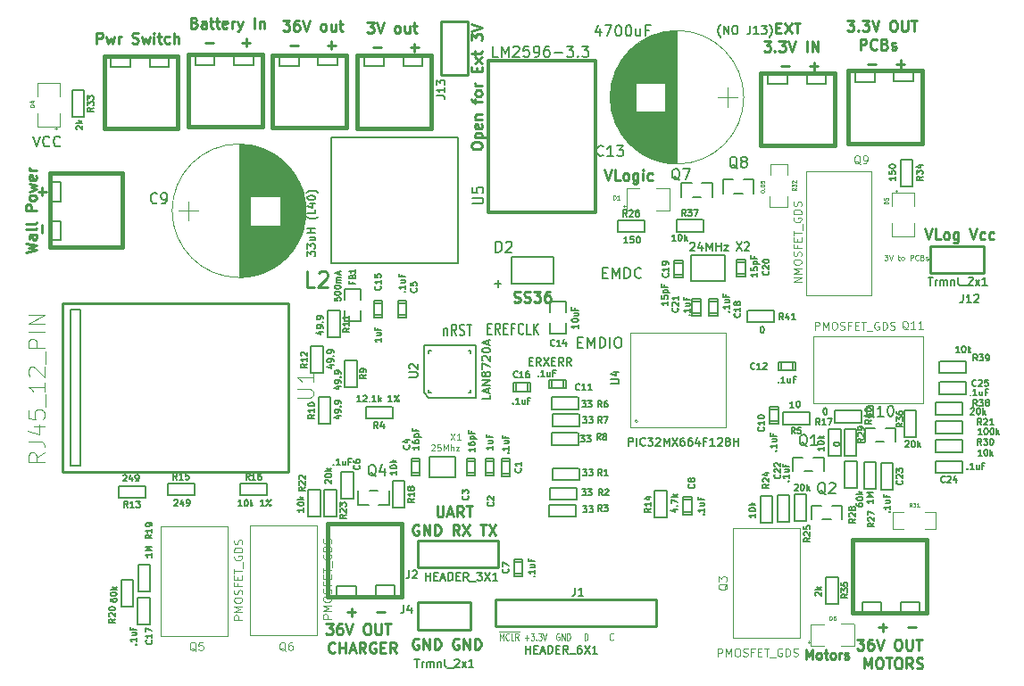
<source format=gto>
G04 #@! TF.FileFunction,Legend,Top*
%FSLAX46Y46*%
G04 Gerber Fmt 4.6, Leading zero omitted, Abs format (unit mm)*
G04 Created by KiCad (PCBNEW 4.0.6-e0-6349~53~ubuntu16.04.1) date Sat May 20 22:39:52 2017*
%MOMM*%
%LPD*%
G01*
G04 APERTURE LIST*
%ADD10C,0.150000*%
%ADD11C,0.200000*%
%ADD12C,0.250000*%
%ADD13C,0.125000*%
%ADD14C,0.225000*%
%ADD15C,0.127000*%
%ADD16C,0.254000*%
%ADD17C,0.149860*%
%ADD18C,0.200660*%
%ADD19C,0.099060*%
%ADD20C,0.304800*%
%ADD21C,0.100000*%
%ADD22C,0.120000*%
%ADD23C,0.381000*%
%ADD24C,0.190500*%
%ADD25C,0.187500*%
%ADD26C,0.203200*%
%ADD27C,0.093980*%
G04 APERTURE END LIST*
D10*
D11*
X87466667Y-67052381D02*
X87800000Y-68052381D01*
X88133334Y-67052381D01*
X89038096Y-67957143D02*
X88990477Y-68004762D01*
X88847620Y-68052381D01*
X88752382Y-68052381D01*
X88609524Y-68004762D01*
X88514286Y-67909524D01*
X88466667Y-67814286D01*
X88419048Y-67623810D01*
X88419048Y-67480952D01*
X88466667Y-67290476D01*
X88514286Y-67195238D01*
X88609524Y-67100000D01*
X88752382Y-67052381D01*
X88847620Y-67052381D01*
X88990477Y-67100000D01*
X89038096Y-67147619D01*
X90038096Y-67957143D02*
X89990477Y-68004762D01*
X89847620Y-68052381D01*
X89752382Y-68052381D01*
X89609524Y-68004762D01*
X89514286Y-67909524D01*
X89466667Y-67814286D01*
X89419048Y-67623810D01*
X89419048Y-67480952D01*
X89466667Y-67290476D01*
X89514286Y-67195238D01*
X89609524Y-67100000D01*
X89752382Y-67052381D01*
X89847620Y-67052381D01*
X89990477Y-67100000D01*
X90038096Y-67147619D01*
D10*
X152676191Y-57666667D02*
X152638095Y-57628571D01*
X152561905Y-57514286D01*
X152523810Y-57438095D01*
X152485714Y-57323810D01*
X152447619Y-57133333D01*
X152447619Y-56980952D01*
X152485714Y-56790476D01*
X152523810Y-56676190D01*
X152561905Y-56600000D01*
X152638095Y-56485714D01*
X152676191Y-56447619D01*
X152980952Y-57361905D02*
X152980952Y-56561905D01*
X153438095Y-57361905D01*
X153438095Y-56561905D01*
X153971428Y-56561905D02*
X154123809Y-56561905D01*
X154200000Y-56600000D01*
X154276190Y-56676190D01*
X154314285Y-56828571D01*
X154314285Y-57095238D01*
X154276190Y-57247619D01*
X154200000Y-57323810D01*
X154123809Y-57361905D01*
X153971428Y-57361905D01*
X153895238Y-57323810D01*
X153819047Y-57247619D01*
X153780952Y-57095238D01*
X153780952Y-56828571D01*
X153819047Y-56676190D01*
X153895238Y-56600000D01*
X153971428Y-56561905D01*
X155495238Y-56561905D02*
X155495238Y-57133333D01*
X155457142Y-57247619D01*
X155380952Y-57323810D01*
X155266666Y-57361905D01*
X155190476Y-57361905D01*
X156295238Y-57361905D02*
X155838095Y-57361905D01*
X156066666Y-57361905D02*
X156066666Y-56561905D01*
X155990476Y-56676190D01*
X155914285Y-56752381D01*
X155838095Y-56790476D01*
X156561905Y-56561905D02*
X157057143Y-56561905D01*
X156790476Y-56866667D01*
X156904762Y-56866667D01*
X156980952Y-56904762D01*
X157019048Y-56942857D01*
X157057143Y-57019048D01*
X157057143Y-57209524D01*
X157019048Y-57285714D01*
X156980952Y-57323810D01*
X156904762Y-57361905D01*
X156676190Y-57361905D01*
X156600000Y-57323810D01*
X156561905Y-57285714D01*
X157323810Y-57666667D02*
X157361905Y-57628571D01*
X157438095Y-57514286D01*
X157476191Y-57438095D01*
X157514286Y-57323810D01*
X157552381Y-57133333D01*
X157552381Y-56980952D01*
X157514286Y-56790476D01*
X157476191Y-56676190D01*
X157438095Y-56600000D01*
X157361905Y-56485714D01*
X157323810Y-56447619D01*
D12*
X172090476Y-75852381D02*
X172423809Y-76852381D01*
X172757143Y-75852381D01*
X173566667Y-76852381D02*
X173090476Y-76852381D01*
X173090476Y-75852381D01*
X174042857Y-76852381D02*
X173947619Y-76804762D01*
X173900000Y-76757143D01*
X173852381Y-76661905D01*
X173852381Y-76376190D01*
X173900000Y-76280952D01*
X173947619Y-76233333D01*
X174042857Y-76185714D01*
X174185715Y-76185714D01*
X174280953Y-76233333D01*
X174328572Y-76280952D01*
X174376191Y-76376190D01*
X174376191Y-76661905D01*
X174328572Y-76757143D01*
X174280953Y-76804762D01*
X174185715Y-76852381D01*
X174042857Y-76852381D01*
X175233334Y-76185714D02*
X175233334Y-76995238D01*
X175185715Y-77090476D01*
X175138096Y-77138095D01*
X175042857Y-77185714D01*
X174900000Y-77185714D01*
X174804762Y-77138095D01*
X175233334Y-76804762D02*
X175138096Y-76852381D01*
X174947619Y-76852381D01*
X174852381Y-76804762D01*
X174804762Y-76757143D01*
X174757143Y-76661905D01*
X174757143Y-76376190D01*
X174804762Y-76280952D01*
X174852381Y-76233333D01*
X174947619Y-76185714D01*
X175138096Y-76185714D01*
X175233334Y-76233333D01*
X176328572Y-75852381D02*
X176661905Y-76852381D01*
X176995239Y-75852381D01*
X177757144Y-76804762D02*
X177661906Y-76852381D01*
X177471429Y-76852381D01*
X177376191Y-76804762D01*
X177328572Y-76757143D01*
X177280953Y-76661905D01*
X177280953Y-76376190D01*
X177328572Y-76280952D01*
X177376191Y-76233333D01*
X177471429Y-76185714D01*
X177661906Y-76185714D01*
X177757144Y-76233333D01*
X178614287Y-76804762D02*
X178519049Y-76852381D01*
X178328572Y-76852381D01*
X178233334Y-76804762D01*
X178185715Y-76757143D01*
X178138096Y-76661905D01*
X178138096Y-76376190D01*
X178185715Y-76280952D01*
X178233334Y-76233333D01*
X178328572Y-76185714D01*
X178519049Y-76185714D01*
X178614287Y-76233333D01*
D11*
X126442857Y-85285714D02*
X126442857Y-85952381D01*
X126442857Y-85380952D02*
X126480952Y-85333333D01*
X126557143Y-85285714D01*
X126671429Y-85285714D01*
X126747619Y-85333333D01*
X126785714Y-85428571D01*
X126785714Y-85952381D01*
X127623810Y-85952381D02*
X127357143Y-85476190D01*
X127166667Y-85952381D02*
X127166667Y-84952381D01*
X127471429Y-84952381D01*
X127547620Y-85000000D01*
X127585715Y-85047619D01*
X127623810Y-85142857D01*
X127623810Y-85285714D01*
X127585715Y-85380952D01*
X127547620Y-85428571D01*
X127471429Y-85476190D01*
X127166667Y-85476190D01*
X127928572Y-85904762D02*
X128042858Y-85952381D01*
X128233334Y-85952381D01*
X128309524Y-85904762D01*
X128347620Y-85857143D01*
X128385715Y-85761905D01*
X128385715Y-85666667D01*
X128347620Y-85571429D01*
X128309524Y-85523810D01*
X128233334Y-85476190D01*
X128080953Y-85428571D01*
X128004762Y-85380952D01*
X127966667Y-85333333D01*
X127928572Y-85238095D01*
X127928572Y-85142857D01*
X127966667Y-85047619D01*
X128004762Y-85000000D01*
X128080953Y-84952381D01*
X128271429Y-84952381D01*
X128385715Y-85000000D01*
X128614286Y-84952381D02*
X129071429Y-84952381D01*
X128842858Y-85952381D02*
X128842858Y-84952381D01*
X130600000Y-85328571D02*
X130866667Y-85328571D01*
X130980953Y-85852381D02*
X130600000Y-85852381D01*
X130600000Y-84852381D01*
X130980953Y-84852381D01*
X131780953Y-85852381D02*
X131514286Y-85376190D01*
X131323810Y-85852381D02*
X131323810Y-84852381D01*
X131628572Y-84852381D01*
X131704763Y-84900000D01*
X131742858Y-84947619D01*
X131780953Y-85042857D01*
X131780953Y-85185714D01*
X131742858Y-85280952D01*
X131704763Y-85328571D01*
X131628572Y-85376190D01*
X131323810Y-85376190D01*
X132123810Y-85328571D02*
X132390477Y-85328571D01*
X132504763Y-85852381D02*
X132123810Y-85852381D01*
X132123810Y-84852381D01*
X132504763Y-84852381D01*
X133114287Y-85328571D02*
X132847620Y-85328571D01*
X132847620Y-85852381D02*
X132847620Y-84852381D01*
X133228573Y-84852381D01*
X133990477Y-85757143D02*
X133952382Y-85804762D01*
X133838096Y-85852381D01*
X133761906Y-85852381D01*
X133647620Y-85804762D01*
X133571429Y-85709524D01*
X133533334Y-85614286D01*
X133495239Y-85423810D01*
X133495239Y-85280952D01*
X133533334Y-85090476D01*
X133571429Y-84995238D01*
X133647620Y-84900000D01*
X133761906Y-84852381D01*
X133838096Y-84852381D01*
X133952382Y-84900000D01*
X133990477Y-84947619D01*
X134714287Y-85852381D02*
X134333334Y-85852381D01*
X134333334Y-84852381D01*
X134980953Y-85852381D02*
X134980953Y-84852381D01*
X135438096Y-85852381D02*
X135095239Y-85280952D01*
X135438096Y-84852381D02*
X134980953Y-85423810D01*
X141514286Y-80028571D02*
X141847620Y-80028571D01*
X141990477Y-80552381D02*
X141514286Y-80552381D01*
X141514286Y-79552381D01*
X141990477Y-79552381D01*
X142419048Y-80552381D02*
X142419048Y-79552381D01*
X142752382Y-80266667D01*
X143085715Y-79552381D01*
X143085715Y-80552381D01*
X143561905Y-80552381D02*
X143561905Y-79552381D01*
X143800000Y-79552381D01*
X143942858Y-79600000D01*
X144038096Y-79695238D01*
X144085715Y-79790476D01*
X144133334Y-79980952D01*
X144133334Y-80123810D01*
X144085715Y-80314286D01*
X144038096Y-80409524D01*
X143942858Y-80504762D01*
X143800000Y-80552381D01*
X143561905Y-80552381D01*
X145133334Y-80457143D02*
X145085715Y-80504762D01*
X144942858Y-80552381D01*
X144847620Y-80552381D01*
X144704762Y-80504762D01*
X144609524Y-80409524D01*
X144561905Y-80314286D01*
X144514286Y-80123810D01*
X144514286Y-79980952D01*
X144561905Y-79790476D01*
X144609524Y-79695238D01*
X144704762Y-79600000D01*
X144847620Y-79552381D01*
X144942858Y-79552381D01*
X145085715Y-79600000D01*
X145133334Y-79647619D01*
X139152381Y-86628571D02*
X139485715Y-86628571D01*
X139628572Y-87152381D02*
X139152381Y-87152381D01*
X139152381Y-86152381D01*
X139628572Y-86152381D01*
X140057143Y-87152381D02*
X140057143Y-86152381D01*
X140390477Y-86866667D01*
X140723810Y-86152381D01*
X140723810Y-87152381D01*
X141200000Y-87152381D02*
X141200000Y-86152381D01*
X141438095Y-86152381D01*
X141580953Y-86200000D01*
X141676191Y-86295238D01*
X141723810Y-86390476D01*
X141771429Y-86580952D01*
X141771429Y-86723810D01*
X141723810Y-86914286D01*
X141676191Y-87009524D01*
X141580953Y-87104762D01*
X141438095Y-87152381D01*
X141200000Y-87152381D01*
X142200000Y-87152381D02*
X142200000Y-86152381D01*
X142866666Y-86152381D02*
X143057143Y-86152381D01*
X143152381Y-86200000D01*
X143247619Y-86295238D01*
X143295238Y-86485714D01*
X143295238Y-86819048D01*
X143247619Y-87009524D01*
X143152381Y-87104762D01*
X143057143Y-87152381D01*
X142866666Y-87152381D01*
X142771428Y-87104762D01*
X142676190Y-87009524D01*
X142628571Y-86819048D01*
X142628571Y-86485714D01*
X142676190Y-86295238D01*
X142771428Y-86200000D01*
X142866666Y-86152381D01*
D12*
X125804762Y-102177381D02*
X125804762Y-102986905D01*
X125852381Y-103082143D01*
X125900000Y-103129762D01*
X125995238Y-103177381D01*
X126185715Y-103177381D01*
X126280953Y-103129762D01*
X126328572Y-103082143D01*
X126376191Y-102986905D01*
X126376191Y-102177381D01*
X126804762Y-102891667D02*
X127280953Y-102891667D01*
X126709524Y-103177381D02*
X127042857Y-102177381D01*
X127376191Y-103177381D01*
X128280953Y-103177381D02*
X127947619Y-102701190D01*
X127709524Y-103177381D02*
X127709524Y-102177381D01*
X128090477Y-102177381D01*
X128185715Y-102225000D01*
X128233334Y-102272619D01*
X128280953Y-102367857D01*
X128280953Y-102510714D01*
X128233334Y-102605952D01*
X128185715Y-102653571D01*
X128090477Y-102701190D01*
X127709524Y-102701190D01*
X128566667Y-102177381D02*
X129138096Y-102177381D01*
X128852381Y-103177381D02*
X128852381Y-102177381D01*
X124042857Y-103975000D02*
X123947619Y-103927381D01*
X123804762Y-103927381D01*
X123661904Y-103975000D01*
X123566666Y-104070238D01*
X123519047Y-104165476D01*
X123471428Y-104355952D01*
X123471428Y-104498810D01*
X123519047Y-104689286D01*
X123566666Y-104784524D01*
X123661904Y-104879762D01*
X123804762Y-104927381D01*
X123900000Y-104927381D01*
X124042857Y-104879762D01*
X124090476Y-104832143D01*
X124090476Y-104498810D01*
X123900000Y-104498810D01*
X124519047Y-104927381D02*
X124519047Y-103927381D01*
X125090476Y-104927381D01*
X125090476Y-103927381D01*
X125566666Y-104927381D02*
X125566666Y-103927381D01*
X125804761Y-103927381D01*
X125947619Y-103975000D01*
X126042857Y-104070238D01*
X126090476Y-104165476D01*
X126138095Y-104355952D01*
X126138095Y-104498810D01*
X126090476Y-104689286D01*
X126042857Y-104784524D01*
X125947619Y-104879762D01*
X125804761Y-104927381D01*
X125566666Y-104927381D01*
X127900000Y-104927381D02*
X127566666Y-104451190D01*
X127328571Y-104927381D02*
X127328571Y-103927381D01*
X127709524Y-103927381D01*
X127804762Y-103975000D01*
X127852381Y-104022619D01*
X127900000Y-104117857D01*
X127900000Y-104260714D01*
X127852381Y-104355952D01*
X127804762Y-104403571D01*
X127709524Y-104451190D01*
X127328571Y-104451190D01*
X128233333Y-103927381D02*
X128900000Y-104927381D01*
X128900000Y-103927381D02*
X128233333Y-104927381D01*
X129900000Y-103927381D02*
X130471429Y-103927381D01*
X130185714Y-104927381D02*
X130185714Y-103927381D01*
X130709524Y-103927381D02*
X131376191Y-104927381D01*
X131376191Y-103927381D02*
X130709524Y-104927381D01*
X124033334Y-114800000D02*
X123938096Y-114752381D01*
X123795239Y-114752381D01*
X123652381Y-114800000D01*
X123557143Y-114895238D01*
X123509524Y-114990476D01*
X123461905Y-115180952D01*
X123461905Y-115323810D01*
X123509524Y-115514286D01*
X123557143Y-115609524D01*
X123652381Y-115704762D01*
X123795239Y-115752381D01*
X123890477Y-115752381D01*
X124033334Y-115704762D01*
X124080953Y-115657143D01*
X124080953Y-115323810D01*
X123890477Y-115323810D01*
X124509524Y-115752381D02*
X124509524Y-114752381D01*
X125080953Y-115752381D01*
X125080953Y-114752381D01*
X125557143Y-115752381D02*
X125557143Y-114752381D01*
X125795238Y-114752381D01*
X125938096Y-114800000D01*
X126033334Y-114895238D01*
X126080953Y-114990476D01*
X126128572Y-115180952D01*
X126128572Y-115323810D01*
X126080953Y-115514286D01*
X126033334Y-115609524D01*
X125938096Y-115704762D01*
X125795238Y-115752381D01*
X125557143Y-115752381D01*
X127842858Y-114800000D02*
X127747620Y-114752381D01*
X127604763Y-114752381D01*
X127461905Y-114800000D01*
X127366667Y-114895238D01*
X127319048Y-114990476D01*
X127271429Y-115180952D01*
X127271429Y-115323810D01*
X127319048Y-115514286D01*
X127366667Y-115609524D01*
X127461905Y-115704762D01*
X127604763Y-115752381D01*
X127700001Y-115752381D01*
X127842858Y-115704762D01*
X127890477Y-115657143D01*
X127890477Y-115323810D01*
X127700001Y-115323810D01*
X128319048Y-115752381D02*
X128319048Y-114752381D01*
X128890477Y-115752381D01*
X128890477Y-114752381D01*
X129366667Y-115752381D02*
X129366667Y-114752381D01*
X129604762Y-114752381D01*
X129747620Y-114800000D01*
X129842858Y-114895238D01*
X129890477Y-114990476D01*
X129938096Y-115180952D01*
X129938096Y-115323810D01*
X129890477Y-115514286D01*
X129842858Y-115609524D01*
X129747620Y-115704762D01*
X129604762Y-115752381D01*
X129366667Y-115752381D01*
X129052381Y-68066668D02*
X129052381Y-67876191D01*
X129100000Y-67780953D01*
X129195238Y-67685715D01*
X129385714Y-67638096D01*
X129719048Y-67638096D01*
X129909524Y-67685715D01*
X130004762Y-67780953D01*
X130052381Y-67876191D01*
X130052381Y-68066668D01*
X130004762Y-68161906D01*
X129909524Y-68257144D01*
X129719048Y-68304763D01*
X129385714Y-68304763D01*
X129195238Y-68257144D01*
X129100000Y-68161906D01*
X129052381Y-68066668D01*
X129385714Y-67209525D02*
X130385714Y-67209525D01*
X129433333Y-67209525D02*
X129385714Y-67114287D01*
X129385714Y-66923810D01*
X129433333Y-66828572D01*
X129480952Y-66780953D01*
X129576190Y-66733334D01*
X129861905Y-66733334D01*
X129957143Y-66780953D01*
X130004762Y-66828572D01*
X130052381Y-66923810D01*
X130052381Y-67114287D01*
X130004762Y-67209525D01*
X130004762Y-65923810D02*
X130052381Y-66019048D01*
X130052381Y-66209525D01*
X130004762Y-66304763D01*
X129909524Y-66352382D01*
X129528571Y-66352382D01*
X129433333Y-66304763D01*
X129385714Y-66209525D01*
X129385714Y-66019048D01*
X129433333Y-65923810D01*
X129528571Y-65876191D01*
X129623810Y-65876191D01*
X129719048Y-66352382D01*
X129385714Y-65447620D02*
X130052381Y-65447620D01*
X129480952Y-65447620D02*
X129433333Y-65400001D01*
X129385714Y-65304763D01*
X129385714Y-65161905D01*
X129433333Y-65066667D01*
X129528571Y-65019048D01*
X130052381Y-65019048D01*
X129385714Y-63923810D02*
X129385714Y-63542858D01*
X130052381Y-63780953D02*
X129195238Y-63780953D01*
X129100000Y-63733334D01*
X129052381Y-63638096D01*
X129052381Y-63542858D01*
X130052381Y-63066667D02*
X130004762Y-63161905D01*
X129957143Y-63209524D01*
X129861905Y-63257143D01*
X129576190Y-63257143D01*
X129480952Y-63209524D01*
X129433333Y-63161905D01*
X129385714Y-63066667D01*
X129385714Y-62923809D01*
X129433333Y-62828571D01*
X129480952Y-62780952D01*
X129576190Y-62733333D01*
X129861905Y-62733333D01*
X129957143Y-62780952D01*
X130004762Y-62828571D01*
X130052381Y-62923809D01*
X130052381Y-63066667D01*
X130052381Y-62304762D02*
X129385714Y-62304762D01*
X129576190Y-62304762D02*
X129480952Y-62257143D01*
X129433333Y-62209524D01*
X129385714Y-62114286D01*
X129385714Y-62019047D01*
X129528571Y-60923809D02*
X129528571Y-60590475D01*
X130052381Y-60447618D02*
X130052381Y-60923809D01*
X129052381Y-60923809D01*
X129052381Y-60447618D01*
X130052381Y-60114285D02*
X129385714Y-59590475D01*
X129385714Y-60114285D02*
X130052381Y-59590475D01*
X129385714Y-59352380D02*
X129385714Y-58971428D01*
X129052381Y-59209523D02*
X129909524Y-59209523D01*
X130004762Y-59161904D01*
X130052381Y-59066666D01*
X130052381Y-58971428D01*
X129052381Y-57971427D02*
X129052381Y-57352379D01*
X129433333Y-57685713D01*
X129433333Y-57542855D01*
X129480952Y-57447617D01*
X129528571Y-57399998D01*
X129623810Y-57352379D01*
X129861905Y-57352379D01*
X129957143Y-57399998D01*
X130004762Y-57447617D01*
X130052381Y-57542855D01*
X130052381Y-57828570D01*
X130004762Y-57923808D01*
X129957143Y-57971427D01*
X129052381Y-57066665D02*
X130052381Y-56733332D01*
X129052381Y-56399998D01*
X88351429Y-76242857D02*
X88351429Y-75480952D01*
X88351429Y-72719047D02*
X88351429Y-71957142D01*
X88732381Y-72338094D02*
X87970476Y-72338094D01*
X117319048Y-112221429D02*
X118080953Y-112221429D01*
X117700001Y-112602381D02*
X117700001Y-111840476D01*
X120080953Y-112221429D02*
X120842858Y-112221429D01*
X115271428Y-113352381D02*
X115890476Y-113352381D01*
X115557142Y-113733333D01*
X115700000Y-113733333D01*
X115795238Y-113780952D01*
X115842857Y-113828571D01*
X115890476Y-113923810D01*
X115890476Y-114161905D01*
X115842857Y-114257143D01*
X115795238Y-114304762D01*
X115700000Y-114352381D01*
X115414285Y-114352381D01*
X115319047Y-114304762D01*
X115271428Y-114257143D01*
X116747619Y-113352381D02*
X116557142Y-113352381D01*
X116461904Y-113400000D01*
X116414285Y-113447619D01*
X116319047Y-113590476D01*
X116271428Y-113780952D01*
X116271428Y-114161905D01*
X116319047Y-114257143D01*
X116366666Y-114304762D01*
X116461904Y-114352381D01*
X116652381Y-114352381D01*
X116747619Y-114304762D01*
X116795238Y-114257143D01*
X116842857Y-114161905D01*
X116842857Y-113923810D01*
X116795238Y-113828571D01*
X116747619Y-113780952D01*
X116652381Y-113733333D01*
X116461904Y-113733333D01*
X116366666Y-113780952D01*
X116319047Y-113828571D01*
X116271428Y-113923810D01*
X117128571Y-113352381D02*
X117461904Y-114352381D01*
X117795238Y-113352381D01*
X119080952Y-113352381D02*
X119271429Y-113352381D01*
X119366667Y-113400000D01*
X119461905Y-113495238D01*
X119509524Y-113685714D01*
X119509524Y-114019048D01*
X119461905Y-114209524D01*
X119366667Y-114304762D01*
X119271429Y-114352381D01*
X119080952Y-114352381D01*
X118985714Y-114304762D01*
X118890476Y-114209524D01*
X118842857Y-114019048D01*
X118842857Y-113685714D01*
X118890476Y-113495238D01*
X118985714Y-113400000D01*
X119080952Y-113352381D01*
X119938095Y-113352381D02*
X119938095Y-114161905D01*
X119985714Y-114257143D01*
X120033333Y-114304762D01*
X120128571Y-114352381D01*
X120319048Y-114352381D01*
X120414286Y-114304762D01*
X120461905Y-114257143D01*
X120509524Y-114161905D01*
X120509524Y-113352381D01*
X120842857Y-113352381D02*
X121414286Y-113352381D01*
X121128571Y-114352381D02*
X121128571Y-113352381D01*
X116104762Y-116007143D02*
X116057143Y-116054762D01*
X115914286Y-116102381D01*
X115819048Y-116102381D01*
X115676190Y-116054762D01*
X115580952Y-115959524D01*
X115533333Y-115864286D01*
X115485714Y-115673810D01*
X115485714Y-115530952D01*
X115533333Y-115340476D01*
X115580952Y-115245238D01*
X115676190Y-115150000D01*
X115819048Y-115102381D01*
X115914286Y-115102381D01*
X116057143Y-115150000D01*
X116104762Y-115197619D01*
X116533333Y-116102381D02*
X116533333Y-115102381D01*
X116533333Y-115578571D02*
X117104762Y-115578571D01*
X117104762Y-116102381D02*
X117104762Y-115102381D01*
X117533333Y-115816667D02*
X118009524Y-115816667D01*
X117438095Y-116102381D02*
X117771428Y-115102381D01*
X118104762Y-116102381D01*
X119009524Y-116102381D02*
X118676190Y-115626190D01*
X118438095Y-116102381D02*
X118438095Y-115102381D01*
X118819048Y-115102381D01*
X118914286Y-115150000D01*
X118961905Y-115197619D01*
X119009524Y-115292857D01*
X119009524Y-115435714D01*
X118961905Y-115530952D01*
X118914286Y-115578571D01*
X118819048Y-115626190D01*
X118438095Y-115626190D01*
X119961905Y-115150000D02*
X119866667Y-115102381D01*
X119723810Y-115102381D01*
X119580952Y-115150000D01*
X119485714Y-115245238D01*
X119438095Y-115340476D01*
X119390476Y-115530952D01*
X119390476Y-115673810D01*
X119438095Y-115864286D01*
X119485714Y-115959524D01*
X119580952Y-116054762D01*
X119723810Y-116102381D01*
X119819048Y-116102381D01*
X119961905Y-116054762D01*
X120009524Y-116007143D01*
X120009524Y-115673810D01*
X119819048Y-115673810D01*
X120438095Y-115578571D02*
X120771429Y-115578571D01*
X120914286Y-116102381D02*
X120438095Y-116102381D01*
X120438095Y-115102381D01*
X120914286Y-115102381D01*
X121914286Y-116102381D02*
X121580952Y-115626190D01*
X121342857Y-116102381D02*
X121342857Y-115102381D01*
X121723810Y-115102381D01*
X121819048Y-115150000D01*
X121866667Y-115197619D01*
X121914286Y-115292857D01*
X121914286Y-115435714D01*
X121866667Y-115530952D01*
X121819048Y-115578571D01*
X121723810Y-115626190D01*
X121342857Y-115626190D01*
X157947619Y-56778571D02*
X158280953Y-56778571D01*
X158423810Y-57302381D02*
X157947619Y-57302381D01*
X157947619Y-56302381D01*
X158423810Y-56302381D01*
X158757143Y-56302381D02*
X159423810Y-57302381D01*
X159423810Y-56302381D02*
X158757143Y-57302381D01*
X159661905Y-56302381D02*
X160233334Y-56302381D01*
X159947619Y-57302381D02*
X159947619Y-56302381D01*
X156780953Y-58052381D02*
X157400001Y-58052381D01*
X157066667Y-58433333D01*
X157209525Y-58433333D01*
X157304763Y-58480952D01*
X157352382Y-58528571D01*
X157400001Y-58623810D01*
X157400001Y-58861905D01*
X157352382Y-58957143D01*
X157304763Y-59004762D01*
X157209525Y-59052381D01*
X156923810Y-59052381D01*
X156828572Y-59004762D01*
X156780953Y-58957143D01*
X157828572Y-58957143D02*
X157876191Y-59004762D01*
X157828572Y-59052381D01*
X157780953Y-59004762D01*
X157828572Y-58957143D01*
X157828572Y-59052381D01*
X158209524Y-58052381D02*
X158828572Y-58052381D01*
X158495238Y-58433333D01*
X158638096Y-58433333D01*
X158733334Y-58480952D01*
X158780953Y-58528571D01*
X158828572Y-58623810D01*
X158828572Y-58861905D01*
X158780953Y-58957143D01*
X158733334Y-59004762D01*
X158638096Y-59052381D01*
X158352381Y-59052381D01*
X158257143Y-59004762D01*
X158209524Y-58957143D01*
X159114286Y-58052381D02*
X159447619Y-59052381D01*
X159780953Y-58052381D01*
X160876191Y-59052381D02*
X160876191Y-58052381D01*
X161352381Y-59052381D02*
X161352381Y-58052381D01*
X161923810Y-59052381D01*
X161923810Y-58052381D01*
X158400000Y-60421429D02*
X159161905Y-60421429D01*
X161161905Y-60421429D02*
X161923810Y-60421429D01*
X161542858Y-60802381D02*
X161542858Y-60040476D01*
X86782381Y-78070001D02*
X87782381Y-77831906D01*
X87068095Y-77641429D01*
X87782381Y-77450953D01*
X86782381Y-77212858D01*
X87782381Y-76403334D02*
X87258571Y-76403334D01*
X87163333Y-76450953D01*
X87115714Y-76546191D01*
X87115714Y-76736668D01*
X87163333Y-76831906D01*
X87734762Y-76403334D02*
X87782381Y-76498572D01*
X87782381Y-76736668D01*
X87734762Y-76831906D01*
X87639524Y-76879525D01*
X87544286Y-76879525D01*
X87449048Y-76831906D01*
X87401429Y-76736668D01*
X87401429Y-76498572D01*
X87353810Y-76403334D01*
X87782381Y-75784287D02*
X87734762Y-75879525D01*
X87639524Y-75927144D01*
X86782381Y-75927144D01*
X87782381Y-75260477D02*
X87734762Y-75355715D01*
X87639524Y-75403334D01*
X86782381Y-75403334D01*
X87782381Y-74117619D02*
X86782381Y-74117619D01*
X86782381Y-73736666D01*
X86830000Y-73641428D01*
X86877619Y-73593809D01*
X86972857Y-73546190D01*
X87115714Y-73546190D01*
X87210952Y-73593809D01*
X87258571Y-73641428D01*
X87306190Y-73736666D01*
X87306190Y-74117619D01*
X87782381Y-72974762D02*
X87734762Y-73070000D01*
X87687143Y-73117619D01*
X87591905Y-73165238D01*
X87306190Y-73165238D01*
X87210952Y-73117619D01*
X87163333Y-73070000D01*
X87115714Y-72974762D01*
X87115714Y-72831904D01*
X87163333Y-72736666D01*
X87210952Y-72689047D01*
X87306190Y-72641428D01*
X87591905Y-72641428D01*
X87687143Y-72689047D01*
X87734762Y-72736666D01*
X87782381Y-72831904D01*
X87782381Y-72974762D01*
X87115714Y-72308095D02*
X87782381Y-72117619D01*
X87306190Y-71927142D01*
X87782381Y-71736666D01*
X87115714Y-71546190D01*
X87734762Y-70784285D02*
X87782381Y-70879523D01*
X87782381Y-71070000D01*
X87734762Y-71165238D01*
X87639524Y-71212857D01*
X87258571Y-71212857D01*
X87163333Y-71165238D01*
X87115714Y-71070000D01*
X87115714Y-70879523D01*
X87163333Y-70784285D01*
X87258571Y-70736666D01*
X87353810Y-70736666D01*
X87449048Y-71212857D01*
X87782381Y-70308095D02*
X87115714Y-70308095D01*
X87306190Y-70308095D02*
X87210952Y-70260476D01*
X87163333Y-70212857D01*
X87115714Y-70117619D01*
X87115714Y-70022380D01*
X141690476Y-70252381D02*
X142023809Y-71252381D01*
X142357143Y-70252381D01*
X143166667Y-71252381D02*
X142690476Y-71252381D01*
X142690476Y-70252381D01*
X143642857Y-71252381D02*
X143547619Y-71204762D01*
X143500000Y-71157143D01*
X143452381Y-71061905D01*
X143452381Y-70776190D01*
X143500000Y-70680952D01*
X143547619Y-70633333D01*
X143642857Y-70585714D01*
X143785715Y-70585714D01*
X143880953Y-70633333D01*
X143928572Y-70680952D01*
X143976191Y-70776190D01*
X143976191Y-71061905D01*
X143928572Y-71157143D01*
X143880953Y-71204762D01*
X143785715Y-71252381D01*
X143642857Y-71252381D01*
X144833334Y-70585714D02*
X144833334Y-71395238D01*
X144785715Y-71490476D01*
X144738096Y-71538095D01*
X144642857Y-71585714D01*
X144500000Y-71585714D01*
X144404762Y-71538095D01*
X144833334Y-71204762D02*
X144738096Y-71252381D01*
X144547619Y-71252381D01*
X144452381Y-71204762D01*
X144404762Y-71157143D01*
X144357143Y-71061905D01*
X144357143Y-70776190D01*
X144404762Y-70680952D01*
X144452381Y-70633333D01*
X144547619Y-70585714D01*
X144738096Y-70585714D01*
X144833334Y-70633333D01*
X145309524Y-71252381D02*
X145309524Y-70585714D01*
X145309524Y-70252381D02*
X145261905Y-70300000D01*
X145309524Y-70347619D01*
X145357143Y-70300000D01*
X145309524Y-70252381D01*
X145309524Y-70347619D01*
X146214286Y-71204762D02*
X146119048Y-71252381D01*
X145928571Y-71252381D01*
X145833333Y-71204762D01*
X145785714Y-71157143D01*
X145738095Y-71061905D01*
X145738095Y-70776190D01*
X145785714Y-70680952D01*
X145833333Y-70633333D01*
X145928571Y-70585714D01*
X146119048Y-70585714D01*
X146214286Y-70633333D01*
D13*
X168216668Y-78326190D02*
X168526191Y-78326190D01*
X168359525Y-78516667D01*
X168430953Y-78516667D01*
X168478572Y-78540476D01*
X168502382Y-78564286D01*
X168526191Y-78611905D01*
X168526191Y-78730952D01*
X168502382Y-78778571D01*
X168478572Y-78802381D01*
X168430953Y-78826190D01*
X168288096Y-78826190D01*
X168240477Y-78802381D01*
X168216668Y-78778571D01*
X168669048Y-78326190D02*
X168835715Y-78826190D01*
X169002381Y-78326190D01*
X169478571Y-78492857D02*
X169669047Y-78492857D01*
X169550000Y-78326190D02*
X169550000Y-78754762D01*
X169573809Y-78802381D01*
X169621428Y-78826190D01*
X169669047Y-78826190D01*
X169907142Y-78826190D02*
X169859523Y-78802381D01*
X169835714Y-78778571D01*
X169811904Y-78730952D01*
X169811904Y-78588095D01*
X169835714Y-78540476D01*
X169859523Y-78516667D01*
X169907142Y-78492857D01*
X169978571Y-78492857D01*
X170026190Y-78516667D01*
X170049999Y-78540476D01*
X170073809Y-78588095D01*
X170073809Y-78730952D01*
X170049999Y-78778571D01*
X170026190Y-78802381D01*
X169978571Y-78826190D01*
X169907142Y-78826190D01*
X170669047Y-78826190D02*
X170669047Y-78326190D01*
X170859523Y-78326190D01*
X170907142Y-78350000D01*
X170930951Y-78373810D01*
X170954761Y-78421429D01*
X170954761Y-78492857D01*
X170930951Y-78540476D01*
X170907142Y-78564286D01*
X170859523Y-78588095D01*
X170669047Y-78588095D01*
X171454761Y-78778571D02*
X171430951Y-78802381D01*
X171359523Y-78826190D01*
X171311904Y-78826190D01*
X171240475Y-78802381D01*
X171192856Y-78754762D01*
X171169047Y-78707143D01*
X171145237Y-78611905D01*
X171145237Y-78540476D01*
X171169047Y-78445238D01*
X171192856Y-78397619D01*
X171240475Y-78350000D01*
X171311904Y-78326190D01*
X171359523Y-78326190D01*
X171430951Y-78350000D01*
X171454761Y-78373810D01*
X171835713Y-78564286D02*
X171907142Y-78588095D01*
X171930951Y-78611905D01*
X171954761Y-78659524D01*
X171954761Y-78730952D01*
X171930951Y-78778571D01*
X171907142Y-78802381D01*
X171859523Y-78826190D01*
X171669047Y-78826190D01*
X171669047Y-78326190D01*
X171835713Y-78326190D01*
X171883332Y-78350000D01*
X171907142Y-78373810D01*
X171930951Y-78421429D01*
X171930951Y-78469048D01*
X171907142Y-78516667D01*
X171883332Y-78540476D01*
X171835713Y-78564286D01*
X171669047Y-78564286D01*
X172145237Y-78802381D02*
X172192856Y-78826190D01*
X172288094Y-78826190D01*
X172335713Y-78802381D01*
X172359523Y-78754762D01*
X172359523Y-78730952D01*
X172335713Y-78683333D01*
X172288094Y-78659524D01*
X172216666Y-78659524D01*
X172169047Y-78635714D01*
X172145237Y-78588095D01*
X172145237Y-78564286D01*
X172169047Y-78516667D01*
X172216666Y-78492857D01*
X172288094Y-78492857D01*
X172335713Y-78516667D01*
D14*
X160785715Y-116707143D02*
X160785715Y-115807143D01*
X161085715Y-116450000D01*
X161385715Y-115807143D01*
X161385715Y-116707143D01*
X161942857Y-116707143D02*
X161857143Y-116664286D01*
X161814286Y-116621429D01*
X161771429Y-116535714D01*
X161771429Y-116278571D01*
X161814286Y-116192857D01*
X161857143Y-116150000D01*
X161942857Y-116107143D01*
X162071429Y-116107143D01*
X162157143Y-116150000D01*
X162200000Y-116192857D01*
X162242857Y-116278571D01*
X162242857Y-116535714D01*
X162200000Y-116621429D01*
X162157143Y-116664286D01*
X162071429Y-116707143D01*
X161942857Y-116707143D01*
X162500000Y-116107143D02*
X162842857Y-116107143D01*
X162628572Y-115807143D02*
X162628572Y-116578571D01*
X162671429Y-116664286D01*
X162757143Y-116707143D01*
X162842857Y-116707143D01*
X163271429Y-116707143D02*
X163185715Y-116664286D01*
X163142858Y-116621429D01*
X163100001Y-116535714D01*
X163100001Y-116278571D01*
X163142858Y-116192857D01*
X163185715Y-116150000D01*
X163271429Y-116107143D01*
X163400001Y-116107143D01*
X163485715Y-116150000D01*
X163528572Y-116192857D01*
X163571429Y-116278571D01*
X163571429Y-116535714D01*
X163528572Y-116621429D01*
X163485715Y-116664286D01*
X163400001Y-116707143D01*
X163271429Y-116707143D01*
X163957144Y-116707143D02*
X163957144Y-116107143D01*
X163957144Y-116278571D02*
X164000001Y-116192857D01*
X164042858Y-116150000D01*
X164128572Y-116107143D01*
X164214287Y-116107143D01*
X164471430Y-116664286D02*
X164557144Y-116707143D01*
X164728572Y-116707143D01*
X164814287Y-116664286D01*
X164857144Y-116578571D01*
X164857144Y-116535714D01*
X164814287Y-116450000D01*
X164728572Y-116407143D01*
X164600001Y-116407143D01*
X164514287Y-116364286D01*
X164471430Y-116278571D01*
X164471430Y-116235714D01*
X164514287Y-116150000D01*
X164600001Y-116107143D01*
X164728572Y-116107143D01*
X164814287Y-116150000D01*
D12*
X119166666Y-56277381D02*
X119785714Y-56277381D01*
X119452380Y-56658333D01*
X119595238Y-56658333D01*
X119690476Y-56705952D01*
X119738095Y-56753571D01*
X119785714Y-56848810D01*
X119785714Y-57086905D01*
X119738095Y-57182143D01*
X119690476Y-57229762D01*
X119595238Y-57277381D01*
X119309523Y-57277381D01*
X119214285Y-57229762D01*
X119166666Y-57182143D01*
X120071428Y-56277381D02*
X120404761Y-57277381D01*
X120738095Y-56277381D01*
X121976190Y-57277381D02*
X121880952Y-57229762D01*
X121833333Y-57182143D01*
X121785714Y-57086905D01*
X121785714Y-56801190D01*
X121833333Y-56705952D01*
X121880952Y-56658333D01*
X121976190Y-56610714D01*
X122119048Y-56610714D01*
X122214286Y-56658333D01*
X122261905Y-56705952D01*
X122309524Y-56801190D01*
X122309524Y-57086905D01*
X122261905Y-57182143D01*
X122214286Y-57229762D01*
X122119048Y-57277381D01*
X121976190Y-57277381D01*
X123166667Y-56610714D02*
X123166667Y-57277381D01*
X122738095Y-56610714D02*
X122738095Y-57134524D01*
X122785714Y-57229762D01*
X122880952Y-57277381D01*
X123023810Y-57277381D01*
X123119048Y-57229762D01*
X123166667Y-57182143D01*
X123500000Y-56610714D02*
X123880952Y-56610714D01*
X123642857Y-56277381D02*
X123642857Y-57134524D01*
X123690476Y-57229762D01*
X123785714Y-57277381D01*
X123880952Y-57277381D01*
X119738095Y-58646429D02*
X120500000Y-58646429D01*
X123261905Y-58646429D02*
X124023810Y-58646429D01*
X123642858Y-59027381D02*
X123642858Y-58265476D01*
X164695238Y-56102381D02*
X165314286Y-56102381D01*
X164980952Y-56483333D01*
X165123810Y-56483333D01*
X165219048Y-56530952D01*
X165266667Y-56578571D01*
X165314286Y-56673810D01*
X165314286Y-56911905D01*
X165266667Y-57007143D01*
X165219048Y-57054762D01*
X165123810Y-57102381D01*
X164838095Y-57102381D01*
X164742857Y-57054762D01*
X164695238Y-57007143D01*
X165742857Y-57007143D02*
X165790476Y-57054762D01*
X165742857Y-57102381D01*
X165695238Y-57054762D01*
X165742857Y-57007143D01*
X165742857Y-57102381D01*
X166123809Y-56102381D02*
X166742857Y-56102381D01*
X166409523Y-56483333D01*
X166552381Y-56483333D01*
X166647619Y-56530952D01*
X166695238Y-56578571D01*
X166742857Y-56673810D01*
X166742857Y-56911905D01*
X166695238Y-57007143D01*
X166647619Y-57054762D01*
X166552381Y-57102381D01*
X166266666Y-57102381D01*
X166171428Y-57054762D01*
X166123809Y-57007143D01*
X167028571Y-56102381D02*
X167361904Y-57102381D01*
X167695238Y-56102381D01*
X168980952Y-56102381D02*
X169171429Y-56102381D01*
X169266667Y-56150000D01*
X169361905Y-56245238D01*
X169409524Y-56435714D01*
X169409524Y-56769048D01*
X169361905Y-56959524D01*
X169266667Y-57054762D01*
X169171429Y-57102381D01*
X168980952Y-57102381D01*
X168885714Y-57054762D01*
X168790476Y-56959524D01*
X168742857Y-56769048D01*
X168742857Y-56435714D01*
X168790476Y-56245238D01*
X168885714Y-56150000D01*
X168980952Y-56102381D01*
X169838095Y-56102381D02*
X169838095Y-56911905D01*
X169885714Y-57007143D01*
X169933333Y-57054762D01*
X170028571Y-57102381D01*
X170219048Y-57102381D01*
X170314286Y-57054762D01*
X170361905Y-57007143D01*
X170409524Y-56911905D01*
X170409524Y-56102381D01*
X170742857Y-56102381D02*
X171314286Y-56102381D01*
X171028571Y-57102381D02*
X171028571Y-56102381D01*
X165933333Y-58852381D02*
X165933333Y-57852381D01*
X166314286Y-57852381D01*
X166409524Y-57900000D01*
X166457143Y-57947619D01*
X166504762Y-58042857D01*
X166504762Y-58185714D01*
X166457143Y-58280952D01*
X166409524Y-58328571D01*
X166314286Y-58376190D01*
X165933333Y-58376190D01*
X167504762Y-58757143D02*
X167457143Y-58804762D01*
X167314286Y-58852381D01*
X167219048Y-58852381D01*
X167076190Y-58804762D01*
X166980952Y-58709524D01*
X166933333Y-58614286D01*
X166885714Y-58423810D01*
X166885714Y-58280952D01*
X166933333Y-58090476D01*
X166980952Y-57995238D01*
X167076190Y-57900000D01*
X167219048Y-57852381D01*
X167314286Y-57852381D01*
X167457143Y-57900000D01*
X167504762Y-57947619D01*
X168266667Y-58328571D02*
X168409524Y-58376190D01*
X168457143Y-58423810D01*
X168504762Y-58519048D01*
X168504762Y-58661905D01*
X168457143Y-58757143D01*
X168409524Y-58804762D01*
X168314286Y-58852381D01*
X167933333Y-58852381D01*
X167933333Y-57852381D01*
X168266667Y-57852381D01*
X168361905Y-57900000D01*
X168409524Y-57947619D01*
X168457143Y-58042857D01*
X168457143Y-58138095D01*
X168409524Y-58233333D01*
X168361905Y-58280952D01*
X168266667Y-58328571D01*
X167933333Y-58328571D01*
X168885714Y-58804762D02*
X168980952Y-58852381D01*
X169171428Y-58852381D01*
X169266667Y-58804762D01*
X169314286Y-58709524D01*
X169314286Y-58661905D01*
X169266667Y-58566667D01*
X169171428Y-58519048D01*
X169028571Y-58519048D01*
X168933333Y-58471429D01*
X168885714Y-58376190D01*
X168885714Y-58328571D01*
X168933333Y-58233333D01*
X169028571Y-58185714D01*
X169171428Y-58185714D01*
X169266667Y-58233333D01*
X166600000Y-60221429D02*
X167361905Y-60221429D01*
X169361905Y-60221429D02*
X170123810Y-60221429D01*
X169742858Y-60602381D02*
X169742858Y-59840476D01*
X167669048Y-113691429D02*
X168430953Y-113691429D01*
X168050001Y-114072381D02*
X168050001Y-113310476D01*
X170430953Y-113691429D02*
X171192858Y-113691429D01*
X165621428Y-114822381D02*
X166240476Y-114822381D01*
X165907142Y-115203333D01*
X166050000Y-115203333D01*
X166145238Y-115250952D01*
X166192857Y-115298571D01*
X166240476Y-115393810D01*
X166240476Y-115631905D01*
X166192857Y-115727143D01*
X166145238Y-115774762D01*
X166050000Y-115822381D01*
X165764285Y-115822381D01*
X165669047Y-115774762D01*
X165621428Y-115727143D01*
X167097619Y-114822381D02*
X166907142Y-114822381D01*
X166811904Y-114870000D01*
X166764285Y-114917619D01*
X166669047Y-115060476D01*
X166621428Y-115250952D01*
X166621428Y-115631905D01*
X166669047Y-115727143D01*
X166716666Y-115774762D01*
X166811904Y-115822381D01*
X167002381Y-115822381D01*
X167097619Y-115774762D01*
X167145238Y-115727143D01*
X167192857Y-115631905D01*
X167192857Y-115393810D01*
X167145238Y-115298571D01*
X167097619Y-115250952D01*
X167002381Y-115203333D01*
X166811904Y-115203333D01*
X166716666Y-115250952D01*
X166669047Y-115298571D01*
X166621428Y-115393810D01*
X167478571Y-114822381D02*
X167811904Y-115822381D01*
X168145238Y-114822381D01*
X169430952Y-114822381D02*
X169621429Y-114822381D01*
X169716667Y-114870000D01*
X169811905Y-114965238D01*
X169859524Y-115155714D01*
X169859524Y-115489048D01*
X169811905Y-115679524D01*
X169716667Y-115774762D01*
X169621429Y-115822381D01*
X169430952Y-115822381D01*
X169335714Y-115774762D01*
X169240476Y-115679524D01*
X169192857Y-115489048D01*
X169192857Y-115155714D01*
X169240476Y-114965238D01*
X169335714Y-114870000D01*
X169430952Y-114822381D01*
X170288095Y-114822381D02*
X170288095Y-115631905D01*
X170335714Y-115727143D01*
X170383333Y-115774762D01*
X170478571Y-115822381D01*
X170669048Y-115822381D01*
X170764286Y-115774762D01*
X170811905Y-115727143D01*
X170859524Y-115631905D01*
X170859524Y-114822381D01*
X171192857Y-114822381D02*
X171764286Y-114822381D01*
X171478571Y-115822381D02*
X171478571Y-114822381D01*
X166311905Y-117572381D02*
X166311905Y-116572381D01*
X166645239Y-117286667D01*
X166978572Y-116572381D01*
X166978572Y-117572381D01*
X167645238Y-116572381D02*
X167835715Y-116572381D01*
X167930953Y-116620000D01*
X168026191Y-116715238D01*
X168073810Y-116905714D01*
X168073810Y-117239048D01*
X168026191Y-117429524D01*
X167930953Y-117524762D01*
X167835715Y-117572381D01*
X167645238Y-117572381D01*
X167550000Y-117524762D01*
X167454762Y-117429524D01*
X167407143Y-117239048D01*
X167407143Y-116905714D01*
X167454762Y-116715238D01*
X167550000Y-116620000D01*
X167645238Y-116572381D01*
X168359524Y-116572381D02*
X168930953Y-116572381D01*
X168645238Y-117572381D02*
X168645238Y-116572381D01*
X169454762Y-116572381D02*
X169645239Y-116572381D01*
X169740477Y-116620000D01*
X169835715Y-116715238D01*
X169883334Y-116905714D01*
X169883334Y-117239048D01*
X169835715Y-117429524D01*
X169740477Y-117524762D01*
X169645239Y-117572381D01*
X169454762Y-117572381D01*
X169359524Y-117524762D01*
X169264286Y-117429524D01*
X169216667Y-117239048D01*
X169216667Y-116905714D01*
X169264286Y-116715238D01*
X169359524Y-116620000D01*
X169454762Y-116572381D01*
X170883334Y-117572381D02*
X170550000Y-117096190D01*
X170311905Y-117572381D02*
X170311905Y-116572381D01*
X170692858Y-116572381D01*
X170788096Y-116620000D01*
X170835715Y-116667619D01*
X170883334Y-116762857D01*
X170883334Y-116905714D01*
X170835715Y-117000952D01*
X170788096Y-117048571D01*
X170692858Y-117096190D01*
X170311905Y-117096190D01*
X171264286Y-117524762D02*
X171407143Y-117572381D01*
X171645239Y-117572381D01*
X171740477Y-117524762D01*
X171788096Y-117477143D01*
X171835715Y-117381905D01*
X171835715Y-117286667D01*
X171788096Y-117191429D01*
X171740477Y-117143810D01*
X171645239Y-117096190D01*
X171454762Y-117048571D01*
X171359524Y-117000952D01*
X171311905Y-116953333D01*
X171264286Y-116858095D01*
X171264286Y-116762857D01*
X171311905Y-116667619D01*
X171359524Y-116620000D01*
X171454762Y-116572381D01*
X171692858Y-116572381D01*
X171835715Y-116620000D01*
X102777143Y-56283571D02*
X102920000Y-56331190D01*
X102967619Y-56378810D01*
X103015238Y-56474048D01*
X103015238Y-56616905D01*
X102967619Y-56712143D01*
X102920000Y-56759762D01*
X102824762Y-56807381D01*
X102443809Y-56807381D01*
X102443809Y-55807381D01*
X102777143Y-55807381D01*
X102872381Y-55855000D01*
X102920000Y-55902619D01*
X102967619Y-55997857D01*
X102967619Y-56093095D01*
X102920000Y-56188333D01*
X102872381Y-56235952D01*
X102777143Y-56283571D01*
X102443809Y-56283571D01*
X103872381Y-56807381D02*
X103872381Y-56283571D01*
X103824762Y-56188333D01*
X103729524Y-56140714D01*
X103539047Y-56140714D01*
X103443809Y-56188333D01*
X103872381Y-56759762D02*
X103777143Y-56807381D01*
X103539047Y-56807381D01*
X103443809Y-56759762D01*
X103396190Y-56664524D01*
X103396190Y-56569286D01*
X103443809Y-56474048D01*
X103539047Y-56426429D01*
X103777143Y-56426429D01*
X103872381Y-56378810D01*
X104205714Y-56140714D02*
X104586666Y-56140714D01*
X104348571Y-55807381D02*
X104348571Y-56664524D01*
X104396190Y-56759762D01*
X104491428Y-56807381D01*
X104586666Y-56807381D01*
X104777143Y-56140714D02*
X105158095Y-56140714D01*
X104920000Y-55807381D02*
X104920000Y-56664524D01*
X104967619Y-56759762D01*
X105062857Y-56807381D01*
X105158095Y-56807381D01*
X105872382Y-56759762D02*
X105777144Y-56807381D01*
X105586667Y-56807381D01*
X105491429Y-56759762D01*
X105443810Y-56664524D01*
X105443810Y-56283571D01*
X105491429Y-56188333D01*
X105586667Y-56140714D01*
X105777144Y-56140714D01*
X105872382Y-56188333D01*
X105920001Y-56283571D01*
X105920001Y-56378810D01*
X105443810Y-56474048D01*
X106348572Y-56807381D02*
X106348572Y-56140714D01*
X106348572Y-56331190D02*
X106396191Y-56235952D01*
X106443810Y-56188333D01*
X106539048Y-56140714D01*
X106634287Y-56140714D01*
X106872382Y-56140714D02*
X107110477Y-56807381D01*
X107348573Y-56140714D02*
X107110477Y-56807381D01*
X107015239Y-57045476D01*
X106967620Y-57093095D01*
X106872382Y-57140714D01*
X108491430Y-56807381D02*
X108491430Y-55807381D01*
X108967620Y-56140714D02*
X108967620Y-56807381D01*
X108967620Y-56235952D02*
X109015239Y-56188333D01*
X109110477Y-56140714D01*
X109253335Y-56140714D01*
X109348573Y-56188333D01*
X109396192Y-56283571D01*
X109396192Y-56807381D01*
X103777143Y-58176429D02*
X104539048Y-58176429D01*
X107300953Y-58176429D02*
X108062858Y-58176429D01*
X107681906Y-58557381D02*
X107681906Y-57795476D01*
X111190476Y-56077381D02*
X111809524Y-56077381D01*
X111476190Y-56458333D01*
X111619048Y-56458333D01*
X111714286Y-56505952D01*
X111761905Y-56553571D01*
X111809524Y-56648810D01*
X111809524Y-56886905D01*
X111761905Y-56982143D01*
X111714286Y-57029762D01*
X111619048Y-57077381D01*
X111333333Y-57077381D01*
X111238095Y-57029762D01*
X111190476Y-56982143D01*
X112666667Y-56077381D02*
X112476190Y-56077381D01*
X112380952Y-56125000D01*
X112333333Y-56172619D01*
X112238095Y-56315476D01*
X112190476Y-56505952D01*
X112190476Y-56886905D01*
X112238095Y-56982143D01*
X112285714Y-57029762D01*
X112380952Y-57077381D01*
X112571429Y-57077381D01*
X112666667Y-57029762D01*
X112714286Y-56982143D01*
X112761905Y-56886905D01*
X112761905Y-56648810D01*
X112714286Y-56553571D01*
X112666667Y-56505952D01*
X112571429Y-56458333D01*
X112380952Y-56458333D01*
X112285714Y-56505952D01*
X112238095Y-56553571D01*
X112190476Y-56648810D01*
X113047619Y-56077381D02*
X113380952Y-57077381D01*
X113714286Y-56077381D01*
X114952381Y-57077381D02*
X114857143Y-57029762D01*
X114809524Y-56982143D01*
X114761905Y-56886905D01*
X114761905Y-56601190D01*
X114809524Y-56505952D01*
X114857143Y-56458333D01*
X114952381Y-56410714D01*
X115095239Y-56410714D01*
X115190477Y-56458333D01*
X115238096Y-56505952D01*
X115285715Y-56601190D01*
X115285715Y-56886905D01*
X115238096Y-56982143D01*
X115190477Y-57029762D01*
X115095239Y-57077381D01*
X114952381Y-57077381D01*
X116142858Y-56410714D02*
X116142858Y-57077381D01*
X115714286Y-56410714D02*
X115714286Y-56934524D01*
X115761905Y-57029762D01*
X115857143Y-57077381D01*
X116000001Y-57077381D01*
X116095239Y-57029762D01*
X116142858Y-56982143D01*
X116476191Y-56410714D02*
X116857143Y-56410714D01*
X116619048Y-56077381D02*
X116619048Y-56934524D01*
X116666667Y-57029762D01*
X116761905Y-57077381D01*
X116857143Y-57077381D01*
X111857143Y-58446429D02*
X112619048Y-58446429D01*
X115380953Y-58446429D02*
X116142858Y-58446429D01*
X115761906Y-58827381D02*
X115761906Y-58065476D01*
X93519047Y-58252381D02*
X93519047Y-57252381D01*
X93900000Y-57252381D01*
X93995238Y-57300000D01*
X94042857Y-57347619D01*
X94090476Y-57442857D01*
X94090476Y-57585714D01*
X94042857Y-57680952D01*
X93995238Y-57728571D01*
X93900000Y-57776190D01*
X93519047Y-57776190D01*
X94423809Y-57585714D02*
X94614285Y-58252381D01*
X94804762Y-57776190D01*
X94995238Y-58252381D01*
X95185714Y-57585714D01*
X95566666Y-58252381D02*
X95566666Y-57585714D01*
X95566666Y-57776190D02*
X95614285Y-57680952D01*
X95661904Y-57633333D01*
X95757142Y-57585714D01*
X95852381Y-57585714D01*
X96900000Y-58204762D02*
X97042857Y-58252381D01*
X97280953Y-58252381D01*
X97376191Y-58204762D01*
X97423810Y-58157143D01*
X97471429Y-58061905D01*
X97471429Y-57966667D01*
X97423810Y-57871429D01*
X97376191Y-57823810D01*
X97280953Y-57776190D01*
X97090476Y-57728571D01*
X96995238Y-57680952D01*
X96947619Y-57633333D01*
X96900000Y-57538095D01*
X96900000Y-57442857D01*
X96947619Y-57347619D01*
X96995238Y-57300000D01*
X97090476Y-57252381D01*
X97328572Y-57252381D01*
X97471429Y-57300000D01*
X97804762Y-57585714D02*
X97995238Y-58252381D01*
X98185715Y-57776190D01*
X98376191Y-58252381D01*
X98566667Y-57585714D01*
X98947619Y-58252381D02*
X98947619Y-57585714D01*
X98947619Y-57252381D02*
X98900000Y-57300000D01*
X98947619Y-57347619D01*
X98995238Y-57300000D01*
X98947619Y-57252381D01*
X98947619Y-57347619D01*
X99280952Y-57585714D02*
X99661904Y-57585714D01*
X99423809Y-57252381D02*
X99423809Y-58109524D01*
X99471428Y-58204762D01*
X99566666Y-58252381D01*
X99661904Y-58252381D01*
X100423810Y-58204762D02*
X100328572Y-58252381D01*
X100138095Y-58252381D01*
X100042857Y-58204762D01*
X99995238Y-58157143D01*
X99947619Y-58061905D01*
X99947619Y-57776190D01*
X99995238Y-57680952D01*
X100042857Y-57633333D01*
X100138095Y-57585714D01*
X100328572Y-57585714D01*
X100423810Y-57633333D01*
X100852381Y-58252381D02*
X100852381Y-57252381D01*
X101280953Y-58252381D02*
X101280953Y-57728571D01*
X101233334Y-57633333D01*
X101138096Y-57585714D01*
X100995238Y-57585714D01*
X100900000Y-57633333D01*
X100852381Y-57680952D01*
D13*
X131754765Y-114916667D02*
X131754765Y-114216667D01*
X131921431Y-114716667D01*
X132088098Y-114216667D01*
X132088098Y-114916667D01*
X132611908Y-114850000D02*
X132588098Y-114883333D01*
X132516670Y-114916667D01*
X132469051Y-114916667D01*
X132397622Y-114883333D01*
X132350003Y-114816667D01*
X132326194Y-114750000D01*
X132302384Y-114616667D01*
X132302384Y-114516667D01*
X132326194Y-114383333D01*
X132350003Y-114316667D01*
X132397622Y-114250000D01*
X132469051Y-114216667D01*
X132516670Y-114216667D01*
X132588098Y-114250000D01*
X132611908Y-114283333D01*
X133064289Y-114916667D02*
X132826194Y-114916667D01*
X132826194Y-114216667D01*
X133516670Y-114916667D02*
X133350003Y-114583333D01*
X133230956Y-114916667D02*
X133230956Y-114216667D01*
X133421432Y-114216667D01*
X133469051Y-114250000D01*
X133492860Y-114283333D01*
X133516670Y-114350000D01*
X133516670Y-114450000D01*
X133492860Y-114516667D01*
X133469051Y-114550000D01*
X133421432Y-114583333D01*
X133230956Y-114583333D01*
X131635717Y-114096000D02*
X133611908Y-114096000D01*
X134111908Y-114650000D02*
X134492860Y-114650000D01*
X134302384Y-114916667D02*
X134302384Y-114383333D01*
X134683337Y-114216667D02*
X134992860Y-114216667D01*
X134826194Y-114483333D01*
X134897622Y-114483333D01*
X134945241Y-114516667D01*
X134969051Y-114550000D01*
X134992860Y-114616667D01*
X134992860Y-114783333D01*
X134969051Y-114850000D01*
X134945241Y-114883333D01*
X134897622Y-114916667D01*
X134754765Y-114916667D01*
X134707146Y-114883333D01*
X134683337Y-114850000D01*
X135207146Y-114850000D02*
X135230955Y-114883333D01*
X135207146Y-114916667D01*
X135183336Y-114883333D01*
X135207146Y-114850000D01*
X135207146Y-114916667D01*
X135397622Y-114216667D02*
X135707145Y-114216667D01*
X135540479Y-114483333D01*
X135611907Y-114483333D01*
X135659526Y-114516667D01*
X135683336Y-114550000D01*
X135707145Y-114616667D01*
X135707145Y-114783333D01*
X135683336Y-114850000D01*
X135659526Y-114883333D01*
X135611907Y-114916667D01*
X135469050Y-114916667D01*
X135421431Y-114883333D01*
X135397622Y-114850000D01*
X135850002Y-114216667D02*
X136016669Y-114916667D01*
X136183335Y-114216667D01*
X137373810Y-114250000D02*
X137326191Y-114216667D01*
X137254763Y-114216667D01*
X137183334Y-114250000D01*
X137135715Y-114316667D01*
X137111906Y-114383333D01*
X137088096Y-114516667D01*
X137088096Y-114616667D01*
X137111906Y-114750000D01*
X137135715Y-114816667D01*
X137183334Y-114883333D01*
X137254763Y-114916667D01*
X137302382Y-114916667D01*
X137373810Y-114883333D01*
X137397620Y-114850000D01*
X137397620Y-114616667D01*
X137302382Y-114616667D01*
X137611906Y-114916667D02*
X137611906Y-114216667D01*
X137897620Y-114916667D01*
X137897620Y-114216667D01*
X138135716Y-114916667D02*
X138135716Y-114216667D01*
X138254763Y-114216667D01*
X138326192Y-114250000D01*
X138373811Y-114316667D01*
X138397620Y-114383333D01*
X138421430Y-114516667D01*
X138421430Y-114616667D01*
X138397620Y-114750000D01*
X138373811Y-114816667D01*
X138326192Y-114883333D01*
X138254763Y-114916667D01*
X138135716Y-114916667D01*
X139778572Y-114916667D02*
X139778572Y-114216667D01*
X139897619Y-114216667D01*
X139969048Y-114250000D01*
X140016667Y-114316667D01*
X140040476Y-114383333D01*
X140064286Y-114516667D01*
X140064286Y-114616667D01*
X140040476Y-114750000D01*
X140016667Y-114816667D01*
X139969048Y-114883333D01*
X139897619Y-114916667D01*
X139778572Y-114916667D01*
X142469046Y-114850000D02*
X142445236Y-114883333D01*
X142373808Y-114916667D01*
X142326189Y-114916667D01*
X142254760Y-114883333D01*
X142207141Y-114816667D01*
X142183332Y-114750000D01*
X142159522Y-114616667D01*
X142159522Y-114516667D01*
X142183332Y-114383333D01*
X142207141Y-114316667D01*
X142254760Y-114250000D01*
X142326189Y-114216667D01*
X142373808Y-114216667D01*
X142445236Y-114250000D01*
X142469046Y-114283333D01*
D15*
X131893600Y-99058800D02*
X132706400Y-99058800D01*
X132681000Y-97941200D02*
X131893600Y-97941200D01*
X132706400Y-97687200D02*
X132706400Y-99312800D01*
X132706400Y-99312800D02*
X131893600Y-99312800D01*
X131893600Y-99312800D02*
X131893600Y-97687200D01*
X131893600Y-97687200D02*
X132706400Y-97687200D01*
X130393600Y-99008800D02*
X131206400Y-99008800D01*
X131181000Y-97891200D02*
X130393600Y-97891200D01*
X131206400Y-97637200D02*
X131206400Y-99262800D01*
X131206400Y-99262800D02*
X130393600Y-99262800D01*
X130393600Y-99262800D02*
X130393600Y-97637200D01*
X130393600Y-97637200D02*
X131206400Y-97637200D01*
X128593600Y-99008800D02*
X129406400Y-99008800D01*
X129381000Y-97891200D02*
X128593600Y-97891200D01*
X129406400Y-97637200D02*
X129406400Y-99262800D01*
X129406400Y-99262800D02*
X128593600Y-99262800D01*
X128593600Y-99262800D02*
X128593600Y-97637200D01*
X128593600Y-97637200D02*
X129406400Y-97637200D01*
X123343600Y-99008800D02*
X124156400Y-99008800D01*
X124131000Y-97891200D02*
X123343600Y-97891200D01*
X124156400Y-97637200D02*
X124156400Y-99262800D01*
X124156400Y-99262800D02*
X123343600Y-99262800D01*
X123343600Y-99262800D02*
X123343600Y-97637200D01*
X123343600Y-97637200D02*
X124156400Y-97637200D01*
X122906400Y-82941200D02*
X122093600Y-82941200D01*
X122119000Y-84058800D02*
X122906400Y-84058800D01*
X122093600Y-84312800D02*
X122093600Y-82687200D01*
X122093600Y-82687200D02*
X122906400Y-82687200D01*
X122906400Y-82687200D02*
X122906400Y-84312800D01*
X122906400Y-84312800D02*
X122093600Y-84312800D01*
X133906400Y-107461200D02*
X133093600Y-107461200D01*
X133119000Y-108578800D02*
X133906400Y-108578800D01*
X133093600Y-108832800D02*
X133093600Y-107207200D01*
X133093600Y-107207200D02*
X133906400Y-107207200D01*
X133906400Y-107207200D02*
X133906400Y-108832800D01*
X133906400Y-108832800D02*
X133093600Y-108832800D01*
X149956400Y-101591200D02*
X149143600Y-101591200D01*
X149169000Y-102708800D02*
X149956400Y-102708800D01*
X149143600Y-102962800D02*
X149143600Y-101337200D01*
X149143600Y-101337200D02*
X149956400Y-101337200D01*
X149956400Y-101337200D02*
X149956400Y-102962800D01*
X149956400Y-102962800D02*
X149143600Y-102962800D01*
X158156400Y-92991200D02*
X157343600Y-92991200D01*
X157369000Y-94108800D02*
X158156400Y-94108800D01*
X157343600Y-94362800D02*
X157343600Y-92737200D01*
X157343600Y-92737200D02*
X158156400Y-92737200D01*
X158156400Y-92737200D02*
X158156400Y-94362800D01*
X158156400Y-94362800D02*
X157343600Y-94362800D01*
X136641200Y-90193600D02*
X136641200Y-91006400D01*
X137758800Y-90981000D02*
X137758800Y-90193600D01*
X138012800Y-91006400D02*
X136387200Y-91006400D01*
X136387200Y-91006400D02*
X136387200Y-90193600D01*
X136387200Y-90193600D02*
X138012800Y-90193600D01*
X138012800Y-90193600D02*
X138012800Y-91006400D01*
X159558800Y-89306400D02*
X159558800Y-88493600D01*
X158441200Y-88519000D02*
X158441200Y-89306400D01*
X158187200Y-88493600D02*
X159812800Y-88493600D01*
X159812800Y-88493600D02*
X159812800Y-89306400D01*
X159812800Y-89306400D02*
X158187200Y-89306400D01*
X158187200Y-89306400D02*
X158187200Y-88493600D01*
X138062000Y-84808000D02*
X138062000Y-85824000D01*
X138062000Y-85824000D02*
X136538000Y-85824000D01*
X136538000Y-85824000D02*
X136538000Y-84808000D01*
X136538000Y-83792000D02*
X136538000Y-82776000D01*
X136538000Y-82776000D02*
X138062000Y-82776000D01*
X138062000Y-82776000D02*
X138062000Y-83792000D01*
X120606400Y-82941200D02*
X119793600Y-82941200D01*
X119819000Y-84058800D02*
X120606400Y-84058800D01*
X119793600Y-84312800D02*
X119793600Y-82687200D01*
X119793600Y-82687200D02*
X120606400Y-82687200D01*
X120606400Y-82687200D02*
X120606400Y-84312800D01*
X120606400Y-84312800D02*
X119793600Y-84312800D01*
X134358800Y-91306400D02*
X134358800Y-90493600D01*
X133241200Y-90519000D02*
X133241200Y-91306400D01*
X132987200Y-90493600D02*
X134612800Y-90493600D01*
X134612800Y-90493600D02*
X134612800Y-91306400D01*
X134612800Y-91306400D02*
X132987200Y-91306400D01*
X132987200Y-91306400D02*
X132987200Y-90493600D01*
X152406400Y-82741200D02*
X151593600Y-82741200D01*
X151619000Y-83858800D02*
X152406400Y-83858800D01*
X151593600Y-84112800D02*
X151593600Y-82487200D01*
X151593600Y-82487200D02*
X152406400Y-82487200D01*
X152406400Y-82487200D02*
X152406400Y-84112800D01*
X152406400Y-84112800D02*
X151593600Y-84112800D01*
X149081400Y-79141200D02*
X148268600Y-79141200D01*
X148294000Y-80258800D02*
X149081400Y-80258800D01*
X148268600Y-80512800D02*
X148268600Y-78887200D01*
X148268600Y-78887200D02*
X149081400Y-78887200D01*
X149081400Y-78887200D02*
X149081400Y-80512800D01*
X149081400Y-80512800D02*
X148268600Y-80512800D01*
X154193600Y-80108800D02*
X155006400Y-80108800D01*
X154981000Y-78991200D02*
X154193600Y-78991200D01*
X155006400Y-78737200D02*
X155006400Y-80362800D01*
X155006400Y-80362800D02*
X154193600Y-80362800D01*
X154193600Y-80362800D02*
X154193600Y-78737200D01*
X154193600Y-78737200D02*
X155006400Y-78737200D01*
X150806400Y-82741200D02*
X149993600Y-82741200D01*
X150019000Y-83858800D02*
X150806400Y-83858800D01*
X149993600Y-84112800D02*
X149993600Y-82487200D01*
X149993600Y-82487200D02*
X150806400Y-82487200D01*
X150806400Y-82487200D02*
X150806400Y-84112800D01*
X150806400Y-84112800D02*
X149993600Y-84112800D01*
X117038000Y-82592000D02*
X117038000Y-81576000D01*
X117038000Y-81576000D02*
X118562000Y-81576000D01*
X118562000Y-81576000D02*
X118562000Y-82592000D01*
X118562000Y-83608000D02*
X118562000Y-84624000D01*
X118562000Y-84624000D02*
X117038000Y-84624000D01*
X117038000Y-84624000D02*
X117038000Y-83608000D01*
D16*
X146590000Y-111050000D02*
X131350000Y-111050000D01*
X146590000Y-111050000D02*
X146590000Y-113590000D01*
X146605240Y-113605240D02*
X131334760Y-113605240D01*
X131334760Y-113605240D02*
X131334760Y-111044920D01*
D10*
X115750000Y-67150000D02*
X127750000Y-67150000D01*
X127750000Y-67150000D02*
X127750000Y-79150000D01*
X127750000Y-79150000D02*
X115750000Y-79150000D01*
X115750000Y-79150000D02*
X115750000Y-67150000D01*
D17*
X124520800Y-91421360D02*
X124520800Y-86940800D01*
X125018640Y-91919200D02*
X129499200Y-91919200D01*
X125018640Y-91919200D02*
X124520800Y-91421360D01*
D18*
X125267560Y-91421360D02*
X125018640Y-91421360D01*
X125018640Y-91421360D02*
X125018640Y-91172440D01*
X129001360Y-91172440D02*
X129001360Y-91421360D01*
X129001360Y-91421360D02*
X128752440Y-91421360D01*
X128752440Y-87438640D02*
X129001360Y-87438640D01*
X129001360Y-87438640D02*
X129001360Y-87687560D01*
X125018640Y-87687560D02*
X125018640Y-87438640D01*
X125018640Y-87438640D02*
X125267560Y-87438640D01*
D17*
X129499200Y-86940800D02*
X129499200Y-91919200D01*
X124520800Y-86940800D02*
X129499200Y-86940800D01*
D19*
X144160000Y-94690000D02*
X144160000Y-85690000D01*
X144160000Y-85690000D02*
X153160000Y-85690000D01*
X153160000Y-85690000D02*
X153160000Y-94690000D01*
X153160000Y-94690000D02*
X144160000Y-94690000D01*
X144808103Y-94135760D02*
G75*
G03X144808103Y-94135760I-136783J0D01*
G01*
D20*
X140780000Y-74260000D02*
X140780000Y-59910000D01*
X140780000Y-59910000D02*
X130620000Y-59910000D01*
X130620000Y-59910000D02*
X130620000Y-74260000D01*
X130620000Y-74260000D02*
X140780000Y-74260000D01*
D10*
X127550000Y-99450000D02*
X125050000Y-99450000D01*
X125050000Y-99450000D02*
X125050000Y-97450000D01*
X125050000Y-97450000D02*
X127550000Y-97450000D01*
X127550000Y-97450000D02*
X127550000Y-99450000D01*
X149900000Y-78350000D02*
X153100000Y-78350000D01*
X153100000Y-78350000D02*
X153100000Y-80850000D01*
X153100000Y-80850000D02*
X149900000Y-80850000D01*
X149900000Y-80850000D02*
X149900000Y-78350000D01*
D19*
X157372440Y-70749240D02*
X157372440Y-69733240D01*
X157408000Y-69728160D02*
X158932000Y-69728160D01*
X158992960Y-69728160D02*
X158992960Y-70744160D01*
X158998040Y-72735520D02*
X158998040Y-73751520D01*
X158932000Y-73766760D02*
X157408000Y-73766760D01*
X157352120Y-73761680D02*
X157352120Y-72745680D01*
D18*
X132830000Y-78500000D02*
X136830000Y-78500000D01*
X136830000Y-78500000D02*
X136830000Y-81040000D01*
X136830000Y-81040000D02*
X132830000Y-81040000D01*
X132830000Y-81040000D02*
X132830000Y-78500000D01*
X131554700Y-80745180D02*
X131554700Y-81443680D01*
X131254980Y-81098240D02*
X131854420Y-81098240D01*
D19*
X170049240Y-104367560D02*
X169033240Y-104367560D01*
X169028160Y-104332000D02*
X169028160Y-102808000D01*
X169028160Y-102747040D02*
X170044160Y-102747040D01*
X172035520Y-102741960D02*
X173051520Y-102741960D01*
X173066760Y-102808000D02*
X173066760Y-104332000D01*
X173061680Y-104387880D02*
X172045680Y-104387880D01*
D21*
X143460000Y-73700000D02*
X143660000Y-73700000D01*
X143560000Y-73590000D02*
X143560000Y-73790000D01*
D19*
X145000000Y-74107560D02*
X143800000Y-74107560D01*
X143748160Y-74100000D02*
X143748160Y-72000000D01*
X143800000Y-71997040D02*
X145000000Y-71997040D01*
X146600000Y-71991960D02*
X147800000Y-71991960D01*
X147846760Y-72000000D02*
X147846760Y-74100000D01*
X147800000Y-74107880D02*
X146600000Y-74107880D01*
D21*
X89640000Y-66410000D02*
X89640000Y-66210000D01*
X89530000Y-66310000D02*
X89730000Y-66310000D01*
D19*
X90047560Y-64870000D02*
X90047560Y-66070000D01*
X90040000Y-66121840D02*
X87940000Y-66121840D01*
X87937040Y-66070000D02*
X87937040Y-64870000D01*
X87931960Y-63270000D02*
X87931960Y-62070000D01*
X87940000Y-62023240D02*
X90040000Y-62023240D01*
X90047880Y-62070000D02*
X90047880Y-63270000D01*
D21*
X169350000Y-72160000D02*
X169350000Y-72360000D01*
X169460000Y-72260000D02*
X169260000Y-72260000D01*
D19*
X168942440Y-73700000D02*
X168942440Y-72500000D01*
X168950000Y-72448160D02*
X171050000Y-72448160D01*
X171052960Y-72500000D02*
X171052960Y-73700000D01*
X171058040Y-75300000D02*
X171058040Y-76500000D01*
X171050000Y-76546760D02*
X168950000Y-76546760D01*
X168942120Y-76500000D02*
X168942120Y-75300000D01*
D21*
X160970000Y-115070000D02*
X161170000Y-115070000D01*
X161070000Y-114960000D02*
X161070000Y-115160000D01*
D19*
X162510000Y-115477560D02*
X161310000Y-115477560D01*
X161258160Y-115470000D02*
X161258160Y-113370000D01*
X161310000Y-113367040D02*
X162510000Y-113367040D01*
X164110000Y-113361960D02*
X165310000Y-113361960D01*
X165356760Y-113370000D02*
X165356760Y-115470000D01*
X165310000Y-115477880D02*
X164110000Y-115477880D01*
D10*
X92000000Y-83500000D02*
X91000000Y-83500000D01*
X91000000Y-83500000D02*
X91000000Y-98300000D01*
X91000000Y-98300000D02*
X92000000Y-98300000D01*
X92000000Y-98300000D02*
X92000000Y-83500000D01*
D16*
X111700000Y-82900000D02*
X111700000Y-98900000D01*
X111700000Y-98900000D02*
X90300000Y-98900000D01*
X90300000Y-98900000D02*
X90300000Y-82900000D01*
X90300000Y-82900000D02*
X111700000Y-82900000D01*
D15*
X116690000Y-101450000D02*
X116690000Y-98950000D01*
X116690000Y-98930000D02*
X117830000Y-98930000D01*
X117830000Y-98950000D02*
X117830000Y-101450000D01*
X117830000Y-101470000D02*
X116690000Y-101470000D01*
D22*
X113350000Y-74140000D02*
G75*
G03X113350000Y-74140000I-6340000J0D01*
G01*
X107010000Y-67840000D02*
X107010000Y-80440000D01*
X107050000Y-67840000D02*
X107050000Y-80440000D01*
X107090000Y-67840000D02*
X107090000Y-80440000D01*
X107130000Y-67841000D02*
X107130000Y-80439000D01*
X107170000Y-67842000D02*
X107170000Y-80438000D01*
X107210000Y-67843000D02*
X107210000Y-80437000D01*
X107250000Y-67844000D02*
X107250000Y-80436000D01*
X107290000Y-67846000D02*
X107290000Y-80434000D01*
X107330000Y-67848000D02*
X107330000Y-80432000D01*
X107370000Y-67850000D02*
X107370000Y-80430000D01*
X107410000Y-67852000D02*
X107410000Y-80428000D01*
X107450000Y-67855000D02*
X107450000Y-80425000D01*
X107490000Y-67858000D02*
X107490000Y-80422000D01*
X107530000Y-67861000D02*
X107530000Y-80419000D01*
X107570000Y-67864000D02*
X107570000Y-80416000D01*
X107610000Y-67868000D02*
X107610000Y-80412000D01*
X107650000Y-67872000D02*
X107650000Y-80408000D01*
X107690000Y-67876000D02*
X107690000Y-80404000D01*
X107731000Y-67881000D02*
X107731000Y-80399000D01*
X107771000Y-67885000D02*
X107771000Y-80395000D01*
X107811000Y-67890000D02*
X107811000Y-80390000D01*
X107851000Y-67895000D02*
X107851000Y-80385000D01*
X107891000Y-67901000D02*
X107891000Y-80379000D01*
X107931000Y-67907000D02*
X107931000Y-80373000D01*
X107971000Y-67913000D02*
X107971000Y-80367000D01*
X108011000Y-67919000D02*
X108011000Y-80361000D01*
X108051000Y-67925000D02*
X108051000Y-80355000D01*
X108091000Y-67932000D02*
X108091000Y-80348000D01*
X108131000Y-67939000D02*
X108131000Y-72760000D01*
X108131000Y-75520000D02*
X108131000Y-80341000D01*
X108171000Y-67947000D02*
X108171000Y-72760000D01*
X108171000Y-75520000D02*
X108171000Y-80333000D01*
X108211000Y-67954000D02*
X108211000Y-72760000D01*
X108211000Y-75520000D02*
X108211000Y-80326000D01*
X108251000Y-67962000D02*
X108251000Y-72760000D01*
X108251000Y-75520000D02*
X108251000Y-80318000D01*
X108291000Y-67970000D02*
X108291000Y-72760000D01*
X108291000Y-75520000D02*
X108291000Y-80310000D01*
X108331000Y-67978000D02*
X108331000Y-72760000D01*
X108331000Y-75520000D02*
X108331000Y-80302000D01*
X108371000Y-67987000D02*
X108371000Y-72760000D01*
X108371000Y-75520000D02*
X108371000Y-80293000D01*
X108411000Y-67996000D02*
X108411000Y-72760000D01*
X108411000Y-75520000D02*
X108411000Y-80284000D01*
X108451000Y-68005000D02*
X108451000Y-72760000D01*
X108451000Y-75520000D02*
X108451000Y-80275000D01*
X108491000Y-68015000D02*
X108491000Y-72760000D01*
X108491000Y-75520000D02*
X108491000Y-80265000D01*
X108531000Y-68024000D02*
X108531000Y-72760000D01*
X108531000Y-75520000D02*
X108531000Y-80256000D01*
X108571000Y-68034000D02*
X108571000Y-72760000D01*
X108571000Y-75520000D02*
X108571000Y-80246000D01*
X108611000Y-68045000D02*
X108611000Y-72760000D01*
X108611000Y-75520000D02*
X108611000Y-80235000D01*
X108651000Y-68055000D02*
X108651000Y-72760000D01*
X108651000Y-75520000D02*
X108651000Y-80225000D01*
X108691000Y-68066000D02*
X108691000Y-72760000D01*
X108691000Y-75520000D02*
X108691000Y-80214000D01*
X108731000Y-68077000D02*
X108731000Y-72760000D01*
X108731000Y-75520000D02*
X108731000Y-80203000D01*
X108771000Y-68089000D02*
X108771000Y-72760000D01*
X108771000Y-75520000D02*
X108771000Y-80191000D01*
X108811000Y-68100000D02*
X108811000Y-72760000D01*
X108811000Y-75520000D02*
X108811000Y-80180000D01*
X108851000Y-68112000D02*
X108851000Y-72760000D01*
X108851000Y-75520000D02*
X108851000Y-80168000D01*
X108891000Y-68125000D02*
X108891000Y-72760000D01*
X108891000Y-75520000D02*
X108891000Y-80155000D01*
X108931000Y-68137000D02*
X108931000Y-72760000D01*
X108931000Y-75520000D02*
X108931000Y-80143000D01*
X108971000Y-68150000D02*
X108971000Y-72760000D01*
X108971000Y-75520000D02*
X108971000Y-80130000D01*
X109011000Y-68163000D02*
X109011000Y-72760000D01*
X109011000Y-75520000D02*
X109011000Y-80117000D01*
X109051000Y-68177000D02*
X109051000Y-72760000D01*
X109051000Y-75520000D02*
X109051000Y-80103000D01*
X109091000Y-68190000D02*
X109091000Y-72760000D01*
X109091000Y-75520000D02*
X109091000Y-80090000D01*
X109131000Y-68204000D02*
X109131000Y-72760000D01*
X109131000Y-75520000D02*
X109131000Y-80076000D01*
X109171000Y-68219000D02*
X109171000Y-72760000D01*
X109171000Y-75520000D02*
X109171000Y-80061000D01*
X109211000Y-68233000D02*
X109211000Y-72760000D01*
X109211000Y-75520000D02*
X109211000Y-80047000D01*
X109251000Y-68248000D02*
X109251000Y-72760000D01*
X109251000Y-75520000D02*
X109251000Y-80032000D01*
X109291000Y-68264000D02*
X109291000Y-72760000D01*
X109291000Y-75520000D02*
X109291000Y-80016000D01*
X109331000Y-68279000D02*
X109331000Y-72760000D01*
X109331000Y-75520000D02*
X109331000Y-80001000D01*
X109371000Y-68295000D02*
X109371000Y-72760000D01*
X109371000Y-75520000D02*
X109371000Y-79985000D01*
X109411000Y-68311000D02*
X109411000Y-72760000D01*
X109411000Y-75520000D02*
X109411000Y-79969000D01*
X109451000Y-68328000D02*
X109451000Y-72760000D01*
X109451000Y-75520000D02*
X109451000Y-79952000D01*
X109491000Y-68345000D02*
X109491000Y-72760000D01*
X109491000Y-75520000D02*
X109491000Y-79935000D01*
X109531000Y-68362000D02*
X109531000Y-72760000D01*
X109531000Y-75520000D02*
X109531000Y-79918000D01*
X109571000Y-68379000D02*
X109571000Y-72760000D01*
X109571000Y-75520000D02*
X109571000Y-79901000D01*
X109611000Y-68397000D02*
X109611000Y-72760000D01*
X109611000Y-75520000D02*
X109611000Y-79883000D01*
X109651000Y-68415000D02*
X109651000Y-72760000D01*
X109651000Y-75520000D02*
X109651000Y-79865000D01*
X109691000Y-68434000D02*
X109691000Y-72760000D01*
X109691000Y-75520000D02*
X109691000Y-79846000D01*
X109731000Y-68453000D02*
X109731000Y-72760000D01*
X109731000Y-75520000D02*
X109731000Y-79827000D01*
X109771000Y-68472000D02*
X109771000Y-72760000D01*
X109771000Y-75520000D02*
X109771000Y-79808000D01*
X109811000Y-68491000D02*
X109811000Y-72760000D01*
X109811000Y-75520000D02*
X109811000Y-79789000D01*
X109851000Y-68511000D02*
X109851000Y-72760000D01*
X109851000Y-75520000D02*
X109851000Y-79769000D01*
X109891000Y-68531000D02*
X109891000Y-72760000D01*
X109891000Y-75520000D02*
X109891000Y-79749000D01*
X109931000Y-68552000D02*
X109931000Y-72760000D01*
X109931000Y-75520000D02*
X109931000Y-79728000D01*
X109971000Y-68573000D02*
X109971000Y-72760000D01*
X109971000Y-75520000D02*
X109971000Y-79707000D01*
X110011000Y-68594000D02*
X110011000Y-72760000D01*
X110011000Y-75520000D02*
X110011000Y-79686000D01*
X110051000Y-68616000D02*
X110051000Y-72760000D01*
X110051000Y-75520000D02*
X110051000Y-79664000D01*
X110091000Y-68638000D02*
X110091000Y-72760000D01*
X110091000Y-75520000D02*
X110091000Y-79642000D01*
X110131000Y-68660000D02*
X110131000Y-72760000D01*
X110131000Y-75520000D02*
X110131000Y-79620000D01*
X110171000Y-68683000D02*
X110171000Y-72760000D01*
X110171000Y-75520000D02*
X110171000Y-79597000D01*
X110211000Y-68706000D02*
X110211000Y-72760000D01*
X110211000Y-75520000D02*
X110211000Y-79574000D01*
X110251000Y-68730000D02*
X110251000Y-72760000D01*
X110251000Y-75520000D02*
X110251000Y-79550000D01*
X110291000Y-68754000D02*
X110291000Y-72760000D01*
X110291000Y-75520000D02*
X110291000Y-79526000D01*
X110331000Y-68778000D02*
X110331000Y-72760000D01*
X110331000Y-75520000D02*
X110331000Y-79502000D01*
X110371000Y-68803000D02*
X110371000Y-72760000D01*
X110371000Y-75520000D02*
X110371000Y-79477000D01*
X110411000Y-68828000D02*
X110411000Y-72760000D01*
X110411000Y-75520000D02*
X110411000Y-79452000D01*
X110451000Y-68854000D02*
X110451000Y-72760000D01*
X110451000Y-75520000D02*
X110451000Y-79426000D01*
X110491000Y-68880000D02*
X110491000Y-72760000D01*
X110491000Y-75520000D02*
X110491000Y-79400000D01*
X110531000Y-68906000D02*
X110531000Y-72760000D01*
X110531000Y-75520000D02*
X110531000Y-79374000D01*
X110571000Y-68933000D02*
X110571000Y-72760000D01*
X110571000Y-75520000D02*
X110571000Y-79347000D01*
X110611000Y-68961000D02*
X110611000Y-72760000D01*
X110611000Y-75520000D02*
X110611000Y-79319000D01*
X110651000Y-68989000D02*
X110651000Y-72760000D01*
X110651000Y-75520000D02*
X110651000Y-79291000D01*
X110691000Y-69017000D02*
X110691000Y-72760000D01*
X110691000Y-75520000D02*
X110691000Y-79263000D01*
X110731000Y-69046000D02*
X110731000Y-72760000D01*
X110731000Y-75520000D02*
X110731000Y-79234000D01*
X110771000Y-69075000D02*
X110771000Y-72760000D01*
X110771000Y-75520000D02*
X110771000Y-79205000D01*
X110811000Y-69105000D02*
X110811000Y-72760000D01*
X110811000Y-75520000D02*
X110811000Y-79175000D01*
X110851000Y-69135000D02*
X110851000Y-72760000D01*
X110851000Y-75520000D02*
X110851000Y-79145000D01*
X110891000Y-69165000D02*
X110891000Y-79115000D01*
X110931000Y-69197000D02*
X110931000Y-79083000D01*
X110971000Y-69228000D02*
X110971000Y-79052000D01*
X111011000Y-69261000D02*
X111011000Y-79019000D01*
X111051000Y-69293000D02*
X111051000Y-78987000D01*
X111091000Y-69327000D02*
X111091000Y-78953000D01*
X111131000Y-69361000D02*
X111131000Y-78919000D01*
X111171000Y-69395000D02*
X111171000Y-78885000D01*
X111211000Y-69430000D02*
X111211000Y-78850000D01*
X111251000Y-69466000D02*
X111251000Y-78814000D01*
X111291000Y-69502000D02*
X111291000Y-78778000D01*
X111331000Y-69539000D02*
X111331000Y-78741000D01*
X111371000Y-69577000D02*
X111371000Y-78703000D01*
X111411000Y-69615000D02*
X111411000Y-78665000D01*
X111451000Y-69654000D02*
X111451000Y-78626000D01*
X111491000Y-69693000D02*
X111491000Y-78587000D01*
X111531000Y-69734000D02*
X111531000Y-78546000D01*
X111571000Y-69775000D02*
X111571000Y-78505000D01*
X111611000Y-69817000D02*
X111611000Y-78463000D01*
X111651000Y-69859000D02*
X111651000Y-78421000D01*
X111691000Y-69902000D02*
X111691000Y-78378000D01*
X111731000Y-69947000D02*
X111731000Y-78333000D01*
X111771000Y-69992000D02*
X111771000Y-78288000D01*
X111811000Y-70038000D02*
X111811000Y-78242000D01*
X111851000Y-70084000D02*
X111851000Y-78196000D01*
X111891000Y-70132000D02*
X111891000Y-78148000D01*
X111931000Y-70181000D02*
X111931000Y-78099000D01*
X111971000Y-70231000D02*
X111971000Y-78049000D01*
X112011000Y-70281000D02*
X112011000Y-77999000D01*
X112051000Y-70333000D02*
X112051000Y-77947000D01*
X112091000Y-70386000D02*
X112091000Y-77894000D01*
X112131000Y-70440000D02*
X112131000Y-77840000D01*
X112171000Y-70496000D02*
X112171000Y-77784000D01*
X112211000Y-70552000D02*
X112211000Y-77728000D01*
X112251000Y-70610000D02*
X112251000Y-77670000D01*
X112291000Y-70670000D02*
X112291000Y-77610000D01*
X112331000Y-70731000D02*
X112331000Y-77549000D01*
X112371000Y-70793000D02*
X112371000Y-77487000D01*
X112411000Y-70858000D02*
X112411000Y-77422000D01*
X112451000Y-70923000D02*
X112451000Y-77357000D01*
X112491000Y-70991000D02*
X112491000Y-77289000D01*
X112531000Y-71061000D02*
X112531000Y-77219000D01*
X112571000Y-71133000D02*
X112571000Y-77147000D01*
X112611000Y-71207000D02*
X112611000Y-77073000D01*
X112651000Y-71284000D02*
X112651000Y-76996000D01*
X112691000Y-71363000D02*
X112691000Y-76917000D01*
X112731000Y-71445000D02*
X112731000Y-76835000D01*
X112771000Y-71530000D02*
X112771000Y-76750000D01*
X112811000Y-71619000D02*
X112811000Y-76661000D01*
X112851000Y-71712000D02*
X112851000Y-76568000D01*
X112891000Y-71809000D02*
X112891000Y-76471000D01*
X112931000Y-71910000D02*
X112931000Y-76370000D01*
X112971000Y-72018000D02*
X112971000Y-76262000D01*
X113011000Y-72131000D02*
X113011000Y-76149000D01*
X113051000Y-72252000D02*
X113051000Y-76028000D01*
X113091000Y-72383000D02*
X113091000Y-75897000D01*
X113131000Y-72524000D02*
X113131000Y-75756000D01*
X113171000Y-72680000D02*
X113171000Y-75600000D01*
X113211000Y-72855000D02*
X113211000Y-75425000D01*
X113251000Y-73058000D02*
X113251000Y-75222000D01*
X113291000Y-73309000D02*
X113291000Y-74971000D01*
X113331000Y-73676000D02*
X113331000Y-74604000D01*
X101310000Y-74140000D02*
X103110000Y-74140000D01*
X102210000Y-73240000D02*
X102210000Y-75040000D01*
X154880000Y-63370000D02*
G75*
G03X154880000Y-63370000I-6340000J0D01*
G01*
X148540000Y-69670000D02*
X148540000Y-57070000D01*
X148500000Y-69670000D02*
X148500000Y-57070000D01*
X148460000Y-69670000D02*
X148460000Y-57070000D01*
X148420000Y-69669000D02*
X148420000Y-57071000D01*
X148380000Y-69668000D02*
X148380000Y-57072000D01*
X148340000Y-69667000D02*
X148340000Y-57073000D01*
X148300000Y-69666000D02*
X148300000Y-57074000D01*
X148260000Y-69664000D02*
X148260000Y-57076000D01*
X148220000Y-69662000D02*
X148220000Y-57078000D01*
X148180000Y-69660000D02*
X148180000Y-57080000D01*
X148140000Y-69658000D02*
X148140000Y-57082000D01*
X148100000Y-69655000D02*
X148100000Y-57085000D01*
X148060000Y-69652000D02*
X148060000Y-57088000D01*
X148020000Y-69649000D02*
X148020000Y-57091000D01*
X147980000Y-69646000D02*
X147980000Y-57094000D01*
X147940000Y-69642000D02*
X147940000Y-57098000D01*
X147900000Y-69638000D02*
X147900000Y-57102000D01*
X147860000Y-69634000D02*
X147860000Y-57106000D01*
X147819000Y-69629000D02*
X147819000Y-57111000D01*
X147779000Y-69625000D02*
X147779000Y-57115000D01*
X147739000Y-69620000D02*
X147739000Y-57120000D01*
X147699000Y-69615000D02*
X147699000Y-57125000D01*
X147659000Y-69609000D02*
X147659000Y-57131000D01*
X147619000Y-69603000D02*
X147619000Y-57137000D01*
X147579000Y-69597000D02*
X147579000Y-57143000D01*
X147539000Y-69591000D02*
X147539000Y-57149000D01*
X147499000Y-69585000D02*
X147499000Y-57155000D01*
X147459000Y-69578000D02*
X147459000Y-57162000D01*
X147419000Y-69571000D02*
X147419000Y-64750000D01*
X147419000Y-61990000D02*
X147419000Y-57169000D01*
X147379000Y-69563000D02*
X147379000Y-64750000D01*
X147379000Y-61990000D02*
X147379000Y-57177000D01*
X147339000Y-69556000D02*
X147339000Y-64750000D01*
X147339000Y-61990000D02*
X147339000Y-57184000D01*
X147299000Y-69548000D02*
X147299000Y-64750000D01*
X147299000Y-61990000D02*
X147299000Y-57192000D01*
X147259000Y-69540000D02*
X147259000Y-64750000D01*
X147259000Y-61990000D02*
X147259000Y-57200000D01*
X147219000Y-69532000D02*
X147219000Y-64750000D01*
X147219000Y-61990000D02*
X147219000Y-57208000D01*
X147179000Y-69523000D02*
X147179000Y-64750000D01*
X147179000Y-61990000D02*
X147179000Y-57217000D01*
X147139000Y-69514000D02*
X147139000Y-64750000D01*
X147139000Y-61990000D02*
X147139000Y-57226000D01*
X147099000Y-69505000D02*
X147099000Y-64750000D01*
X147099000Y-61990000D02*
X147099000Y-57235000D01*
X147059000Y-69495000D02*
X147059000Y-64750000D01*
X147059000Y-61990000D02*
X147059000Y-57245000D01*
X147019000Y-69486000D02*
X147019000Y-64750000D01*
X147019000Y-61990000D02*
X147019000Y-57254000D01*
X146979000Y-69476000D02*
X146979000Y-64750000D01*
X146979000Y-61990000D02*
X146979000Y-57264000D01*
X146939000Y-69465000D02*
X146939000Y-64750000D01*
X146939000Y-61990000D02*
X146939000Y-57275000D01*
X146899000Y-69455000D02*
X146899000Y-64750000D01*
X146899000Y-61990000D02*
X146899000Y-57285000D01*
X146859000Y-69444000D02*
X146859000Y-64750000D01*
X146859000Y-61990000D02*
X146859000Y-57296000D01*
X146819000Y-69433000D02*
X146819000Y-64750000D01*
X146819000Y-61990000D02*
X146819000Y-57307000D01*
X146779000Y-69421000D02*
X146779000Y-64750000D01*
X146779000Y-61990000D02*
X146779000Y-57319000D01*
X146739000Y-69410000D02*
X146739000Y-64750000D01*
X146739000Y-61990000D02*
X146739000Y-57330000D01*
X146699000Y-69398000D02*
X146699000Y-64750000D01*
X146699000Y-61990000D02*
X146699000Y-57342000D01*
X146659000Y-69385000D02*
X146659000Y-64750000D01*
X146659000Y-61990000D02*
X146659000Y-57355000D01*
X146619000Y-69373000D02*
X146619000Y-64750000D01*
X146619000Y-61990000D02*
X146619000Y-57367000D01*
X146579000Y-69360000D02*
X146579000Y-64750000D01*
X146579000Y-61990000D02*
X146579000Y-57380000D01*
X146539000Y-69347000D02*
X146539000Y-64750000D01*
X146539000Y-61990000D02*
X146539000Y-57393000D01*
X146499000Y-69333000D02*
X146499000Y-64750000D01*
X146499000Y-61990000D02*
X146499000Y-57407000D01*
X146459000Y-69320000D02*
X146459000Y-64750000D01*
X146459000Y-61990000D02*
X146459000Y-57420000D01*
X146419000Y-69306000D02*
X146419000Y-64750000D01*
X146419000Y-61990000D02*
X146419000Y-57434000D01*
X146379000Y-69291000D02*
X146379000Y-64750000D01*
X146379000Y-61990000D02*
X146379000Y-57449000D01*
X146339000Y-69277000D02*
X146339000Y-64750000D01*
X146339000Y-61990000D02*
X146339000Y-57463000D01*
X146299000Y-69262000D02*
X146299000Y-64750000D01*
X146299000Y-61990000D02*
X146299000Y-57478000D01*
X146259000Y-69246000D02*
X146259000Y-64750000D01*
X146259000Y-61990000D02*
X146259000Y-57494000D01*
X146219000Y-69231000D02*
X146219000Y-64750000D01*
X146219000Y-61990000D02*
X146219000Y-57509000D01*
X146179000Y-69215000D02*
X146179000Y-64750000D01*
X146179000Y-61990000D02*
X146179000Y-57525000D01*
X146139000Y-69199000D02*
X146139000Y-64750000D01*
X146139000Y-61990000D02*
X146139000Y-57541000D01*
X146099000Y-69182000D02*
X146099000Y-64750000D01*
X146099000Y-61990000D02*
X146099000Y-57558000D01*
X146059000Y-69165000D02*
X146059000Y-64750000D01*
X146059000Y-61990000D02*
X146059000Y-57575000D01*
X146019000Y-69148000D02*
X146019000Y-64750000D01*
X146019000Y-61990000D02*
X146019000Y-57592000D01*
X145979000Y-69131000D02*
X145979000Y-64750000D01*
X145979000Y-61990000D02*
X145979000Y-57609000D01*
X145939000Y-69113000D02*
X145939000Y-64750000D01*
X145939000Y-61990000D02*
X145939000Y-57627000D01*
X145899000Y-69095000D02*
X145899000Y-64750000D01*
X145899000Y-61990000D02*
X145899000Y-57645000D01*
X145859000Y-69076000D02*
X145859000Y-64750000D01*
X145859000Y-61990000D02*
X145859000Y-57664000D01*
X145819000Y-69057000D02*
X145819000Y-64750000D01*
X145819000Y-61990000D02*
X145819000Y-57683000D01*
X145779000Y-69038000D02*
X145779000Y-64750000D01*
X145779000Y-61990000D02*
X145779000Y-57702000D01*
X145739000Y-69019000D02*
X145739000Y-64750000D01*
X145739000Y-61990000D02*
X145739000Y-57721000D01*
X145699000Y-68999000D02*
X145699000Y-64750000D01*
X145699000Y-61990000D02*
X145699000Y-57741000D01*
X145659000Y-68979000D02*
X145659000Y-64750000D01*
X145659000Y-61990000D02*
X145659000Y-57761000D01*
X145619000Y-68958000D02*
X145619000Y-64750000D01*
X145619000Y-61990000D02*
X145619000Y-57782000D01*
X145579000Y-68937000D02*
X145579000Y-64750000D01*
X145579000Y-61990000D02*
X145579000Y-57803000D01*
X145539000Y-68916000D02*
X145539000Y-64750000D01*
X145539000Y-61990000D02*
X145539000Y-57824000D01*
X145499000Y-68894000D02*
X145499000Y-64750000D01*
X145499000Y-61990000D02*
X145499000Y-57846000D01*
X145459000Y-68872000D02*
X145459000Y-64750000D01*
X145459000Y-61990000D02*
X145459000Y-57868000D01*
X145419000Y-68850000D02*
X145419000Y-64750000D01*
X145419000Y-61990000D02*
X145419000Y-57890000D01*
X145379000Y-68827000D02*
X145379000Y-64750000D01*
X145379000Y-61990000D02*
X145379000Y-57913000D01*
X145339000Y-68804000D02*
X145339000Y-64750000D01*
X145339000Y-61990000D02*
X145339000Y-57936000D01*
X145299000Y-68780000D02*
X145299000Y-64750000D01*
X145299000Y-61990000D02*
X145299000Y-57960000D01*
X145259000Y-68756000D02*
X145259000Y-64750000D01*
X145259000Y-61990000D02*
X145259000Y-57984000D01*
X145219000Y-68732000D02*
X145219000Y-64750000D01*
X145219000Y-61990000D02*
X145219000Y-58008000D01*
X145179000Y-68707000D02*
X145179000Y-64750000D01*
X145179000Y-61990000D02*
X145179000Y-58033000D01*
X145139000Y-68682000D02*
X145139000Y-64750000D01*
X145139000Y-61990000D02*
X145139000Y-58058000D01*
X145099000Y-68656000D02*
X145099000Y-64750000D01*
X145099000Y-61990000D02*
X145099000Y-58084000D01*
X145059000Y-68630000D02*
X145059000Y-64750000D01*
X145059000Y-61990000D02*
X145059000Y-58110000D01*
X145019000Y-68604000D02*
X145019000Y-64750000D01*
X145019000Y-61990000D02*
X145019000Y-58136000D01*
X144979000Y-68577000D02*
X144979000Y-64750000D01*
X144979000Y-61990000D02*
X144979000Y-58163000D01*
X144939000Y-68549000D02*
X144939000Y-64750000D01*
X144939000Y-61990000D02*
X144939000Y-58191000D01*
X144899000Y-68521000D02*
X144899000Y-64750000D01*
X144899000Y-61990000D02*
X144899000Y-58219000D01*
X144859000Y-68493000D02*
X144859000Y-64750000D01*
X144859000Y-61990000D02*
X144859000Y-58247000D01*
X144819000Y-68464000D02*
X144819000Y-64750000D01*
X144819000Y-61990000D02*
X144819000Y-58276000D01*
X144779000Y-68435000D02*
X144779000Y-64750000D01*
X144779000Y-61990000D02*
X144779000Y-58305000D01*
X144739000Y-68405000D02*
X144739000Y-64750000D01*
X144739000Y-61990000D02*
X144739000Y-58335000D01*
X144699000Y-68375000D02*
X144699000Y-64750000D01*
X144699000Y-61990000D02*
X144699000Y-58365000D01*
X144659000Y-68345000D02*
X144659000Y-58395000D01*
X144619000Y-68313000D02*
X144619000Y-58427000D01*
X144579000Y-68282000D02*
X144579000Y-58458000D01*
X144539000Y-68249000D02*
X144539000Y-58491000D01*
X144499000Y-68217000D02*
X144499000Y-58523000D01*
X144459000Y-68183000D02*
X144459000Y-58557000D01*
X144419000Y-68149000D02*
X144419000Y-58591000D01*
X144379000Y-68115000D02*
X144379000Y-58625000D01*
X144339000Y-68080000D02*
X144339000Y-58660000D01*
X144299000Y-68044000D02*
X144299000Y-58696000D01*
X144259000Y-68008000D02*
X144259000Y-58732000D01*
X144219000Y-67971000D02*
X144219000Y-58769000D01*
X144179000Y-67933000D02*
X144179000Y-58807000D01*
X144139000Y-67895000D02*
X144139000Y-58845000D01*
X144099000Y-67856000D02*
X144099000Y-58884000D01*
X144059000Y-67817000D02*
X144059000Y-58923000D01*
X144019000Y-67776000D02*
X144019000Y-58964000D01*
X143979000Y-67735000D02*
X143979000Y-59005000D01*
X143939000Y-67693000D02*
X143939000Y-59047000D01*
X143899000Y-67651000D02*
X143899000Y-59089000D01*
X143859000Y-67608000D02*
X143859000Y-59132000D01*
X143819000Y-67563000D02*
X143819000Y-59177000D01*
X143779000Y-67518000D02*
X143779000Y-59222000D01*
X143739000Y-67472000D02*
X143739000Y-59268000D01*
X143699000Y-67426000D02*
X143699000Y-59314000D01*
X143659000Y-67378000D02*
X143659000Y-59362000D01*
X143619000Y-67329000D02*
X143619000Y-59411000D01*
X143579000Y-67279000D02*
X143579000Y-59461000D01*
X143539000Y-67229000D02*
X143539000Y-59511000D01*
X143499000Y-67177000D02*
X143499000Y-59563000D01*
X143459000Y-67124000D02*
X143459000Y-59616000D01*
X143419000Y-67070000D02*
X143419000Y-59670000D01*
X143379000Y-67014000D02*
X143379000Y-59726000D01*
X143339000Y-66958000D02*
X143339000Y-59782000D01*
X143299000Y-66900000D02*
X143299000Y-59840000D01*
X143259000Y-66840000D02*
X143259000Y-59900000D01*
X143219000Y-66779000D02*
X143219000Y-59961000D01*
X143179000Y-66717000D02*
X143179000Y-60023000D01*
X143139000Y-66652000D02*
X143139000Y-60088000D01*
X143099000Y-66587000D02*
X143099000Y-60153000D01*
X143059000Y-66519000D02*
X143059000Y-60221000D01*
X143019000Y-66449000D02*
X143019000Y-60291000D01*
X142979000Y-66377000D02*
X142979000Y-60363000D01*
X142939000Y-66303000D02*
X142939000Y-60437000D01*
X142899000Y-66226000D02*
X142899000Y-60514000D01*
X142859000Y-66147000D02*
X142859000Y-60593000D01*
X142819000Y-66065000D02*
X142819000Y-60675000D01*
X142779000Y-65980000D02*
X142779000Y-60760000D01*
X142739000Y-65891000D02*
X142739000Y-60849000D01*
X142699000Y-65798000D02*
X142699000Y-60942000D01*
X142659000Y-65701000D02*
X142659000Y-61039000D01*
X142619000Y-65600000D02*
X142619000Y-61140000D01*
X142579000Y-65492000D02*
X142579000Y-61248000D01*
X142539000Y-65379000D02*
X142539000Y-61361000D01*
X142499000Y-65258000D02*
X142499000Y-61482000D01*
X142459000Y-65127000D02*
X142459000Y-61613000D01*
X142419000Y-64986000D02*
X142419000Y-61754000D01*
X142379000Y-64830000D02*
X142379000Y-61910000D01*
X142339000Y-64655000D02*
X142339000Y-62085000D01*
X142299000Y-64452000D02*
X142299000Y-62288000D01*
X142259000Y-64201000D02*
X142259000Y-62539000D01*
X142219000Y-63834000D02*
X142219000Y-62906000D01*
X154240000Y-63370000D02*
X152440000Y-63370000D01*
X153340000Y-64270000D02*
X153340000Y-62470000D01*
D15*
X98550000Y-110900000D02*
X98550000Y-113400000D01*
X98550000Y-113420000D02*
X97410000Y-113420000D01*
X97410000Y-113400000D02*
X97410000Y-110900000D01*
X97410000Y-110880000D02*
X98550000Y-110880000D01*
X158050000Y-103660000D02*
X158050000Y-101160000D01*
X158050000Y-101140000D02*
X159190000Y-101140000D01*
X159190000Y-101160000D02*
X159190000Y-103660000D01*
X159190000Y-103680000D02*
X158050000Y-103680000D01*
X169040000Y-98110000D02*
X169040000Y-100610000D01*
X169040000Y-100630000D02*
X167900000Y-100630000D01*
X167900000Y-100610000D02*
X167900000Y-98110000D01*
X167900000Y-98090000D02*
X169040000Y-98090000D01*
X175600000Y-99020000D02*
X173100000Y-99020000D01*
X173080000Y-99020000D02*
X173080000Y-97880000D01*
X173100000Y-97880000D02*
X175600000Y-97880000D01*
X175620000Y-97880000D02*
X175620000Y-99020000D01*
X175970000Y-91550000D02*
X173470000Y-91550000D01*
X173450000Y-91550000D02*
X173450000Y-90410000D01*
X173470000Y-90410000D02*
X175970000Y-90410000D01*
X175990000Y-90410000D02*
X175990000Y-91550000D01*
D16*
X123930000Y-107970000D02*
X131550000Y-107970000D01*
X123930000Y-107970000D02*
X123930000Y-105430000D01*
X123930000Y-105414760D02*
X131550000Y-105414760D01*
X131550000Y-105414760D02*
X131550000Y-107975080D01*
X128730000Y-61200000D02*
X128730000Y-56200000D01*
X128730000Y-61220000D02*
X126190000Y-61220000D01*
X126174760Y-61200000D02*
X126174760Y-56200000D01*
X126174760Y-56164760D02*
X128735080Y-56164760D01*
D19*
X153845000Y-114670000D02*
X153845000Y-104270000D01*
X153845000Y-104270000D02*
X160195000Y-104270000D01*
X160195000Y-104270000D02*
X160195000Y-114670000D01*
X160195000Y-114670000D02*
X153845000Y-114670000D01*
X99585000Y-114470000D02*
X99585000Y-104070000D01*
X99585000Y-104070000D02*
X105935000Y-104070000D01*
X105935000Y-104070000D02*
X105935000Y-114470000D01*
X105935000Y-114470000D02*
X99585000Y-114470000D01*
X108035000Y-114390000D02*
X108035000Y-103990000D01*
X108035000Y-103990000D02*
X114385000Y-103990000D01*
X114385000Y-103990000D02*
X114385000Y-114390000D01*
X114385000Y-114390000D02*
X108035000Y-114390000D01*
X166985000Y-70390000D02*
X166985000Y-82170000D01*
X166985000Y-82170000D02*
X160815000Y-82170000D01*
X160815000Y-82170000D02*
X160815000Y-70390000D01*
X160815000Y-70390000D02*
X166985000Y-70390000D01*
X161490000Y-86035000D02*
X171890000Y-86035000D01*
X171890000Y-86035000D02*
X171890000Y-92385000D01*
X171890000Y-92385000D02*
X161490000Y-92385000D01*
X161490000Y-92385000D02*
X161490000Y-86035000D01*
D16*
X128970000Y-111320000D02*
X123970000Y-111320000D01*
X128990000Y-111320000D02*
X128990000Y-113860000D01*
X128970000Y-113875240D02*
X123970000Y-113875240D01*
X123934760Y-113875240D02*
X123934760Y-111314920D01*
X172610000Y-80060000D02*
X177610000Y-80060000D01*
X172590000Y-80060000D02*
X172590000Y-77520000D01*
X172610000Y-77504760D02*
X177610000Y-77504760D01*
X177645240Y-77504760D02*
X177645240Y-80065080D01*
D10*
X162670000Y-62070000D02*
X162670000Y-61245000D01*
X160845000Y-62070000D02*
X162670000Y-62070000D01*
X160845000Y-61270000D02*
X160845000Y-62070000D01*
X157170000Y-61295000D02*
X157170000Y-62095000D01*
X157170000Y-62095000D02*
X158995000Y-62095000D01*
X158995000Y-62095000D02*
X158995000Y-61270000D01*
D23*
X156519880Y-61070000D02*
X156519880Y-67970000D01*
X156519880Y-67970000D02*
X163520120Y-67970000D01*
X163520120Y-67970000D02*
X163520120Y-61070000D01*
X163520120Y-61070000D02*
X156519880Y-61070000D01*
D10*
X170960000Y-61870000D02*
X170960000Y-61045000D01*
X169135000Y-61870000D02*
X170960000Y-61870000D01*
X169135000Y-61070000D02*
X169135000Y-61870000D01*
X165460000Y-61095000D02*
X165460000Y-61895000D01*
X165460000Y-61895000D02*
X167285000Y-61895000D01*
X167285000Y-61895000D02*
X167285000Y-61070000D01*
D23*
X164809880Y-60870000D02*
X164809880Y-67770000D01*
X164809880Y-67770000D02*
X171810120Y-67770000D01*
X171810120Y-67770000D02*
X171810120Y-60870000D01*
X171810120Y-60870000D02*
X164809880Y-60870000D01*
D10*
X116300000Y-109740000D02*
X116300000Y-110565000D01*
X118125000Y-109740000D02*
X116300000Y-109740000D01*
X118125000Y-110540000D02*
X118125000Y-109740000D01*
X121800000Y-110515000D02*
X121800000Y-109715000D01*
X121800000Y-109715000D02*
X119975000Y-109715000D01*
X119975000Y-109715000D02*
X119975000Y-110540000D01*
D23*
X122450120Y-110740000D02*
X122450120Y-103840000D01*
X122450120Y-103840000D02*
X115449880Y-103840000D01*
X115449880Y-103840000D02*
X115449880Y-110740000D01*
X115449880Y-110740000D02*
X122450120Y-110740000D01*
D10*
X90060000Y-71420000D02*
X89235000Y-71420000D01*
X90060000Y-73245000D02*
X90060000Y-71420000D01*
X89260000Y-73245000D02*
X90060000Y-73245000D01*
X89285000Y-76920000D02*
X90085000Y-76920000D01*
X90085000Y-76920000D02*
X90085000Y-75095000D01*
X90085000Y-75095000D02*
X89260000Y-75095000D01*
D23*
X89060000Y-77570120D02*
X95960000Y-77570120D01*
X95960000Y-77570120D02*
X95960000Y-70569880D01*
X95960000Y-70569880D02*
X89060000Y-70569880D01*
X89060000Y-70569880D02*
X89060000Y-77570120D01*
D10*
X124400000Y-60400000D02*
X124400000Y-59575000D01*
X122575000Y-60400000D02*
X124400000Y-60400000D01*
X122575000Y-59600000D02*
X122575000Y-60400000D01*
X118900000Y-59625000D02*
X118900000Y-60425000D01*
X118900000Y-60425000D02*
X120725000Y-60425000D01*
X120725000Y-60425000D02*
X120725000Y-59600000D01*
D23*
X118249880Y-59400000D02*
X118249880Y-66300000D01*
X118249880Y-66300000D02*
X125250120Y-66300000D01*
X125250120Y-66300000D02*
X125250120Y-59400000D01*
X125250120Y-59400000D02*
X118249880Y-59400000D01*
D10*
X116350000Y-60350000D02*
X116350000Y-59525000D01*
X114525000Y-60350000D02*
X116350000Y-60350000D01*
X114525000Y-59550000D02*
X114525000Y-60350000D01*
X110850000Y-59575000D02*
X110850000Y-60375000D01*
X110850000Y-60375000D02*
X112675000Y-60375000D01*
X112675000Y-60375000D02*
X112675000Y-59550000D01*
D23*
X110199880Y-59350000D02*
X110199880Y-66250000D01*
X110199880Y-66250000D02*
X117200120Y-66250000D01*
X117200120Y-66250000D02*
X117200120Y-59350000D01*
X117200120Y-59350000D02*
X110199880Y-59350000D01*
D10*
X108350000Y-60300000D02*
X108350000Y-59475000D01*
X106525000Y-60300000D02*
X108350000Y-60300000D01*
X106525000Y-59500000D02*
X106525000Y-60300000D01*
X102850000Y-59525000D02*
X102850000Y-60325000D01*
X102850000Y-60325000D02*
X104675000Y-60325000D01*
X104675000Y-60325000D02*
X104675000Y-59500000D01*
D23*
X102199880Y-59300000D02*
X102199880Y-66200000D01*
X102199880Y-66200000D02*
X109200120Y-66200000D01*
X109200120Y-66200000D02*
X109200120Y-59300000D01*
X109200120Y-59300000D02*
X102199880Y-59300000D01*
D10*
X100380000Y-60470000D02*
X100380000Y-59645000D01*
X98555000Y-60470000D02*
X100380000Y-60470000D01*
X98555000Y-59670000D02*
X98555000Y-60470000D01*
X94880000Y-59695000D02*
X94880000Y-60495000D01*
X94880000Y-60495000D02*
X96705000Y-60495000D01*
X96705000Y-60495000D02*
X96705000Y-59670000D01*
D23*
X94229880Y-59470000D02*
X94229880Y-66370000D01*
X94229880Y-66370000D02*
X101230120Y-66370000D01*
X101230120Y-66370000D02*
X101230120Y-59470000D01*
X101230120Y-59470000D02*
X94229880Y-59470000D01*
D10*
X166090000Y-111300000D02*
X166090000Y-112125000D01*
X167915000Y-111300000D02*
X166090000Y-111300000D01*
X167915000Y-112100000D02*
X167915000Y-111300000D01*
X171590000Y-112075000D02*
X171590000Y-111275000D01*
X171590000Y-111275000D02*
X169765000Y-111275000D01*
X169765000Y-111275000D02*
X169765000Y-112100000D01*
D23*
X172240120Y-112300000D02*
X172240120Y-105400000D01*
X172240120Y-105400000D02*
X165239880Y-105400000D01*
X165239880Y-105400000D02*
X165239880Y-112300000D01*
X165239880Y-112300000D02*
X172240120Y-112300000D01*
D15*
X155250000Y-83590000D02*
X155250000Y-84730000D01*
X157790000Y-83590000D02*
X157790000Y-84730000D01*
X155270000Y-83590000D02*
X157770000Y-83590000D01*
X157770000Y-84730000D02*
X155270000Y-84730000D01*
X163490000Y-93110000D02*
X163490000Y-94250000D01*
X166030000Y-93110000D02*
X166030000Y-94250000D01*
X163510000Y-93110000D02*
X166010000Y-93110000D01*
X166010000Y-94250000D02*
X163510000Y-94250000D01*
X116230000Y-100610000D02*
X115090000Y-100610000D01*
X116230000Y-103150000D02*
X115090000Y-103150000D01*
X116230000Y-100630000D02*
X116230000Y-103130000D01*
X115090000Y-103130000D02*
X115090000Y-100630000D01*
X175990000Y-89530000D02*
X175990000Y-88390000D01*
X173450000Y-89530000D02*
X173450000Y-88390000D01*
X175970000Y-89530000D02*
X173470000Y-89530000D01*
X173470000Y-88390000D02*
X175970000Y-88390000D01*
X173080000Y-92330000D02*
X173080000Y-93470000D01*
X175620000Y-92330000D02*
X175620000Y-93470000D01*
X173100000Y-92330000D02*
X175600000Y-92330000D01*
X175600000Y-93470000D02*
X173100000Y-93470000D01*
X148490000Y-74980000D02*
X148490000Y-76120000D01*
X151030000Y-74980000D02*
X151030000Y-76120000D01*
X148510000Y-74980000D02*
X151010000Y-74980000D01*
X151010000Y-76120000D02*
X148510000Y-76120000D01*
X171240000Y-93120000D02*
X170100000Y-93120000D01*
X171240000Y-95660000D02*
X170100000Y-95660000D01*
X171240000Y-93140000D02*
X171240000Y-95640000D01*
X170100000Y-95640000D02*
X170100000Y-93140000D01*
X163830000Y-108880000D02*
X162690000Y-108880000D01*
X163830000Y-111420000D02*
X162690000Y-111420000D01*
X163830000Y-108900000D02*
X163830000Y-111400000D01*
X162690000Y-111400000D02*
X162690000Y-108900000D01*
X170890000Y-69280000D02*
X169750000Y-69280000D01*
X170890000Y-71820000D02*
X169750000Y-71820000D01*
X170890000Y-69300000D02*
X170890000Y-71800000D01*
X169750000Y-71800000D02*
X169750000Y-69300000D01*
X92320000Y-62710000D02*
X91180000Y-62710000D01*
X92320000Y-65250000D02*
X91180000Y-65250000D01*
X92320000Y-62730000D02*
X92320000Y-65230000D01*
X91180000Y-65230000D02*
X91180000Y-62730000D01*
X173080000Y-95900000D02*
X173080000Y-97040000D01*
X175620000Y-95900000D02*
X175620000Y-97040000D01*
X173100000Y-95900000D02*
X175600000Y-95900000D01*
X175600000Y-97040000D02*
X173100000Y-97040000D01*
X165580000Y-94900000D02*
X164440000Y-94900000D01*
X165580000Y-97440000D02*
X164440000Y-97440000D01*
X165580000Y-94920000D02*
X165580000Y-97420000D01*
X164440000Y-97420000D02*
X164440000Y-94920000D01*
X165590000Y-97930000D02*
X164450000Y-97930000D01*
X165590000Y-100470000D02*
X164450000Y-100470000D01*
X165590000Y-97950000D02*
X165590000Y-100450000D01*
X164450000Y-100450000D02*
X164450000Y-97950000D01*
X166260000Y-100510000D02*
X167400000Y-100510000D01*
X166260000Y-97970000D02*
X167400000Y-97970000D01*
X166260000Y-100490000D02*
X166260000Y-97990000D01*
X167400000Y-97990000D02*
X167400000Y-100490000D01*
X142930000Y-75030000D02*
X142930000Y-76170000D01*
X145470000Y-75030000D02*
X145470000Y-76170000D01*
X142950000Y-75030000D02*
X145450000Y-75030000D01*
X145450000Y-76170000D02*
X142950000Y-76170000D01*
X159660000Y-103620000D02*
X160800000Y-103620000D01*
X159660000Y-101080000D02*
X160800000Y-101080000D01*
X159660000Y-103600000D02*
X159660000Y-101100000D01*
X160800000Y-101100000D02*
X160800000Y-103600000D01*
X157590000Y-101190000D02*
X156450000Y-101190000D01*
X157590000Y-103730000D02*
X156450000Y-103730000D01*
X157590000Y-101210000D02*
X157590000Y-103710000D01*
X156450000Y-103710000D02*
X156450000Y-101210000D01*
X113590000Y-103160000D02*
X114730000Y-103160000D01*
X113590000Y-100620000D02*
X114730000Y-100620000D01*
X113590000Y-103140000D02*
X113590000Y-100640000D01*
X114730000Y-100640000D02*
X114730000Y-103140000D01*
X173080000Y-94110000D02*
X173080000Y-95250000D01*
X175620000Y-94110000D02*
X175620000Y-95250000D01*
X173100000Y-94110000D02*
X175600000Y-94110000D01*
X175600000Y-95250000D02*
X173100000Y-95250000D01*
X97000000Y-109190000D02*
X95860000Y-109190000D01*
X97000000Y-111730000D02*
X95860000Y-111730000D01*
X97000000Y-109210000D02*
X97000000Y-111710000D01*
X95860000Y-111710000D02*
X95860000Y-109210000D01*
X98600000Y-107730000D02*
X97460000Y-107730000D01*
X98600000Y-110270000D02*
X97460000Y-110270000D01*
X98600000Y-107750000D02*
X98600000Y-110250000D01*
X97460000Y-110250000D02*
X97460000Y-107750000D01*
X122720000Y-99810000D02*
X121580000Y-99810000D01*
X122720000Y-102350000D02*
X121580000Y-102350000D01*
X122720000Y-99830000D02*
X122720000Y-102330000D01*
X121580000Y-102330000D02*
X121580000Y-99830000D01*
X164070000Y-94830000D02*
X162930000Y-94830000D01*
X164070000Y-97370000D02*
X162930000Y-97370000D01*
X164070000Y-94850000D02*
X164070000Y-97350000D01*
X162930000Y-97350000D02*
X162930000Y-94850000D01*
X107130000Y-100030000D02*
X107130000Y-101170000D01*
X109670000Y-100030000D02*
X109670000Y-101170000D01*
X107150000Y-100030000D02*
X109650000Y-100030000D01*
X109650000Y-101170000D02*
X107150000Y-101170000D01*
X100240000Y-100010000D02*
X100240000Y-101150000D01*
X102780000Y-100010000D02*
X102780000Y-101150000D01*
X100260000Y-100010000D02*
X102760000Y-100010000D01*
X102760000Y-101150000D02*
X100260000Y-101150000D01*
X146430000Y-103270000D02*
X147570000Y-103270000D01*
X146430000Y-100730000D02*
X147570000Y-100730000D01*
X146430000Y-103250000D02*
X146430000Y-100750000D01*
X147570000Y-100750000D02*
X147570000Y-103250000D01*
X98140000Y-101400000D02*
X98140000Y-100260000D01*
X95600000Y-101400000D02*
X95600000Y-100260000D01*
X98120000Y-101400000D02*
X95620000Y-101400000D01*
X95620000Y-100260000D02*
X98120000Y-100260000D01*
X113830000Y-89570000D02*
X114970000Y-89570000D01*
X113830000Y-87030000D02*
X114970000Y-87030000D01*
X113830000Y-89550000D02*
X113830000Y-87050000D01*
X114970000Y-87050000D02*
X114970000Y-89550000D01*
X116570000Y-83630000D02*
X115430000Y-83630000D01*
X116570000Y-86170000D02*
X115430000Y-86170000D01*
X116570000Y-83650000D02*
X116570000Y-86150000D01*
X115430000Y-86150000D02*
X115430000Y-83650000D01*
X114530000Y-94370000D02*
X115670000Y-94370000D01*
X114530000Y-91830000D02*
X115670000Y-91830000D01*
X114530000Y-94350000D02*
X114530000Y-91850000D01*
X115670000Y-91850000D02*
X115670000Y-94350000D01*
X118170000Y-88330000D02*
X117030000Y-88330000D01*
X118170000Y-90870000D02*
X117030000Y-90870000D01*
X118170000Y-88350000D02*
X118170000Y-90850000D01*
X117030000Y-90850000D02*
X117030000Y-88350000D01*
X136630000Y-95230000D02*
X136630000Y-96370000D01*
X139170000Y-95230000D02*
X139170000Y-96370000D01*
X136650000Y-95230000D02*
X139150000Y-95230000D01*
X139150000Y-96370000D02*
X136650000Y-96370000D01*
X136730000Y-93430000D02*
X136730000Y-94570000D01*
X139270000Y-93430000D02*
X139270000Y-94570000D01*
X136750000Y-93430000D02*
X139250000Y-93430000D01*
X139250000Y-94570000D02*
X136750000Y-94570000D01*
X136630000Y-91830000D02*
X136630000Y-92970000D01*
X139170000Y-91830000D02*
X139170000Y-92970000D01*
X136650000Y-91830000D02*
X139150000Y-91830000D01*
X139150000Y-92970000D02*
X136650000Y-92970000D01*
X161120000Y-94400000D02*
X161120000Y-93260000D01*
X158580000Y-94400000D02*
X158580000Y-93260000D01*
X161100000Y-94400000D02*
X158600000Y-94400000D01*
X158600000Y-93260000D02*
X161100000Y-93260000D01*
X121570000Y-93870000D02*
X121570000Y-92730000D01*
X119030000Y-93870000D02*
X119030000Y-92730000D01*
X121550000Y-93870000D02*
X119050000Y-93870000D01*
X119050000Y-92730000D02*
X121550000Y-92730000D01*
X136430000Y-102030000D02*
X136430000Y-103170000D01*
X138970000Y-102030000D02*
X138970000Y-103170000D01*
X136450000Y-102030000D02*
X138950000Y-102030000D01*
X138950000Y-103170000D02*
X136450000Y-103170000D01*
X136480000Y-100430000D02*
X136480000Y-101570000D01*
X139020000Y-100430000D02*
X139020000Y-101570000D01*
X136500000Y-100430000D02*
X139000000Y-100430000D01*
X139000000Y-101570000D02*
X136500000Y-101570000D01*
X136730000Y-98580000D02*
X136730000Y-99720000D01*
X139270000Y-98580000D02*
X139270000Y-99720000D01*
X136750000Y-98580000D02*
X139250000Y-98580000D01*
X139250000Y-99720000D02*
X136750000Y-99720000D01*
D10*
X167400000Y-96090000D02*
X168200000Y-96090000D01*
X168300000Y-94790000D02*
X169250000Y-94790000D01*
X166350000Y-96090000D02*
X166350000Y-94790000D01*
X166350000Y-94790000D02*
X167300000Y-94790000D01*
X169250000Y-94790000D02*
X169250000Y-96090000D01*
X153970000Y-72480000D02*
X154770000Y-72480000D01*
X154870000Y-71180000D02*
X155820000Y-71180000D01*
X152920000Y-72480000D02*
X152920000Y-71180000D01*
X152920000Y-71180000D02*
X153870000Y-71180000D01*
X155820000Y-71180000D02*
X155820000Y-72480000D01*
X150030000Y-72820000D02*
X150830000Y-72820000D01*
X150930000Y-71520000D02*
X151880000Y-71520000D01*
X148980000Y-72820000D02*
X148980000Y-71520000D01*
X148980000Y-71520000D02*
X149930000Y-71520000D01*
X151880000Y-71520000D02*
X151880000Y-72820000D01*
X120170000Y-100730000D02*
X119370000Y-100730000D01*
X119270000Y-102030000D02*
X118320000Y-102030000D01*
X121220000Y-100730000D02*
X121220000Y-102030000D01*
X121220000Y-102030000D02*
X120270000Y-102030000D01*
X118320000Y-102030000D02*
X118320000Y-100730000D01*
X162350000Y-103410000D02*
X163150000Y-103410000D01*
X163250000Y-102110000D02*
X164200000Y-102110000D01*
X161300000Y-103410000D02*
X161300000Y-102110000D01*
X161300000Y-102110000D02*
X162250000Y-102110000D01*
X164200000Y-102110000D02*
X164200000Y-103410000D01*
X160600000Y-98850000D02*
X161400000Y-98850000D01*
X161500000Y-97550000D02*
X162450000Y-97550000D01*
X159550000Y-98850000D02*
X159550000Y-97550000D01*
X159550000Y-97550000D02*
X160500000Y-97550000D01*
X162450000Y-97550000D02*
X162450000Y-98850000D01*
X133714286Y-98600000D02*
X133742857Y-98628571D01*
X133771429Y-98714285D01*
X133771429Y-98771428D01*
X133742857Y-98857143D01*
X133685714Y-98914285D01*
X133628571Y-98942857D01*
X133514286Y-98971428D01*
X133428571Y-98971428D01*
X133314286Y-98942857D01*
X133257143Y-98914285D01*
X133200000Y-98857143D01*
X133171429Y-98771428D01*
X133171429Y-98714285D01*
X133200000Y-98628571D01*
X133228571Y-98600000D01*
X133771429Y-98028571D02*
X133771429Y-98371428D01*
X133771429Y-98200000D02*
X133171429Y-98200000D01*
X133257143Y-98257143D01*
X133314286Y-98314285D01*
X133342857Y-98371428D01*
X132514286Y-97114286D02*
X132542857Y-97085714D01*
X132571429Y-97114286D01*
X132542857Y-97142857D01*
X132514286Y-97114286D01*
X132571429Y-97114286D01*
X132571429Y-96514286D02*
X132571429Y-96857143D01*
X132571429Y-96685715D02*
X131971429Y-96685715D01*
X132057143Y-96742858D01*
X132114286Y-96800000D01*
X132142857Y-96857143D01*
X132171429Y-96000000D02*
X132571429Y-96000000D01*
X132171429Y-96257143D02*
X132485714Y-96257143D01*
X132542857Y-96228571D01*
X132571429Y-96171429D01*
X132571429Y-96085714D01*
X132542857Y-96028571D01*
X132514286Y-96000000D01*
X132257143Y-95514286D02*
X132257143Y-95714286D01*
X132571429Y-95714286D02*
X131971429Y-95714286D01*
X131971429Y-95428572D01*
X131114286Y-101800000D02*
X131142857Y-101828571D01*
X131171429Y-101914285D01*
X131171429Y-101971428D01*
X131142857Y-102057143D01*
X131085714Y-102114285D01*
X131028571Y-102142857D01*
X130914286Y-102171428D01*
X130828571Y-102171428D01*
X130714286Y-102142857D01*
X130657143Y-102114285D01*
X130600000Y-102057143D01*
X130571429Y-101971428D01*
X130571429Y-101914285D01*
X130600000Y-101828571D01*
X130628571Y-101800000D01*
X130628571Y-101571428D02*
X130600000Y-101542857D01*
X130571429Y-101485714D01*
X130571429Y-101342857D01*
X130600000Y-101285714D01*
X130628571Y-101257143D01*
X130685714Y-101228571D01*
X130742857Y-101228571D01*
X130828571Y-101257143D01*
X131171429Y-101600000D01*
X131171429Y-101228571D01*
X131071429Y-96457143D02*
X131071429Y-96800000D01*
X131071429Y-96628572D02*
X130471429Y-96628572D01*
X130557143Y-96685715D01*
X130614286Y-96742857D01*
X130642857Y-96800000D01*
X130671429Y-95942857D02*
X131071429Y-95942857D01*
X130671429Y-96200000D02*
X130985714Y-96200000D01*
X131042857Y-96171428D01*
X131071429Y-96114286D01*
X131071429Y-96028571D01*
X131042857Y-95971428D01*
X131014286Y-95942857D01*
X130757143Y-95457143D02*
X130757143Y-95657143D01*
X131071429Y-95657143D02*
X130471429Y-95657143D01*
X130471429Y-95371429D01*
X128714286Y-101200000D02*
X128742857Y-101228571D01*
X128771429Y-101314285D01*
X128771429Y-101371428D01*
X128742857Y-101457143D01*
X128685714Y-101514285D01*
X128628571Y-101542857D01*
X128514286Y-101571428D01*
X128428571Y-101571428D01*
X128314286Y-101542857D01*
X128257143Y-101514285D01*
X128200000Y-101457143D01*
X128171429Y-101371428D01*
X128171429Y-101314285D01*
X128200000Y-101228571D01*
X128228571Y-101200000D01*
X128171429Y-101000000D02*
X128171429Y-100628571D01*
X128400000Y-100828571D01*
X128400000Y-100742857D01*
X128428571Y-100685714D01*
X128457143Y-100657143D01*
X128514286Y-100628571D01*
X128657143Y-100628571D01*
X128714286Y-100657143D01*
X128742857Y-100685714D01*
X128771429Y-100742857D01*
X128771429Y-100914285D01*
X128742857Y-100971428D01*
X128714286Y-101000000D01*
X129371429Y-96642857D02*
X129371429Y-96985714D01*
X129371429Y-96814286D02*
X128771429Y-96814286D01*
X128857143Y-96871429D01*
X128914286Y-96928571D01*
X128942857Y-96985714D01*
X128771429Y-96128571D02*
X128771429Y-96242857D01*
X128800000Y-96300000D01*
X128828571Y-96328571D01*
X128914286Y-96385714D01*
X129028571Y-96414285D01*
X129257143Y-96414285D01*
X129314286Y-96385714D01*
X129342857Y-96357142D01*
X129371429Y-96300000D01*
X129371429Y-96185714D01*
X129342857Y-96128571D01*
X129314286Y-96100000D01*
X129257143Y-96071428D01*
X129114286Y-96071428D01*
X129057143Y-96100000D01*
X129028571Y-96128571D01*
X129000000Y-96185714D01*
X129000000Y-96300000D01*
X129028571Y-96357142D01*
X129057143Y-96385714D01*
X129114286Y-96414285D01*
X128971429Y-95814285D02*
X129571429Y-95814285D01*
X129000000Y-95814285D02*
X128971429Y-95757142D01*
X128971429Y-95642856D01*
X129000000Y-95585713D01*
X129028571Y-95557142D01*
X129085714Y-95528571D01*
X129257143Y-95528571D01*
X129314286Y-95557142D01*
X129342857Y-95585713D01*
X129371429Y-95642856D01*
X129371429Y-95757142D01*
X129342857Y-95814285D01*
X129057143Y-95071428D02*
X129057143Y-95271428D01*
X129371429Y-95271428D02*
X128771429Y-95271428D01*
X128771429Y-94985714D01*
X123114286Y-96400000D02*
X123142857Y-96428571D01*
X123171429Y-96514285D01*
X123171429Y-96571428D01*
X123142857Y-96657143D01*
X123085714Y-96714285D01*
X123028571Y-96742857D01*
X122914286Y-96771428D01*
X122828571Y-96771428D01*
X122714286Y-96742857D01*
X122657143Y-96714285D01*
X122600000Y-96657143D01*
X122571429Y-96571428D01*
X122571429Y-96514285D01*
X122600000Y-96428571D01*
X122628571Y-96400000D01*
X122771429Y-95885714D02*
X123171429Y-95885714D01*
X122542857Y-96028571D02*
X122971429Y-96171428D01*
X122971429Y-95800000D01*
X124071429Y-96442857D02*
X124071429Y-96785714D01*
X124071429Y-96614286D02*
X123471429Y-96614286D01*
X123557143Y-96671429D01*
X123614286Y-96728571D01*
X123642857Y-96785714D01*
X123471429Y-95928571D02*
X123471429Y-96042857D01*
X123500000Y-96100000D01*
X123528571Y-96128571D01*
X123614286Y-96185714D01*
X123728571Y-96214285D01*
X123957143Y-96214285D01*
X124014286Y-96185714D01*
X124042857Y-96157142D01*
X124071429Y-96100000D01*
X124071429Y-95985714D01*
X124042857Y-95928571D01*
X124014286Y-95900000D01*
X123957143Y-95871428D01*
X123814286Y-95871428D01*
X123757143Y-95900000D01*
X123728571Y-95928571D01*
X123700000Y-95985714D01*
X123700000Y-96100000D01*
X123728571Y-96157142D01*
X123757143Y-96185714D01*
X123814286Y-96214285D01*
X123671429Y-95614285D02*
X124271429Y-95614285D01*
X123700000Y-95614285D02*
X123671429Y-95557142D01*
X123671429Y-95442856D01*
X123700000Y-95385713D01*
X123728571Y-95357142D01*
X123785714Y-95328571D01*
X123957143Y-95328571D01*
X124014286Y-95357142D01*
X124042857Y-95385713D01*
X124071429Y-95442856D01*
X124071429Y-95557142D01*
X124042857Y-95614285D01*
X123757143Y-94871428D02*
X123757143Y-95071428D01*
X124071429Y-95071428D02*
X123471429Y-95071428D01*
X123471429Y-94785714D01*
X123814286Y-81500000D02*
X123842857Y-81528571D01*
X123871429Y-81614285D01*
X123871429Y-81671428D01*
X123842857Y-81757143D01*
X123785714Y-81814285D01*
X123728571Y-81842857D01*
X123614286Y-81871428D01*
X123528571Y-81871428D01*
X123414286Y-81842857D01*
X123357143Y-81814285D01*
X123300000Y-81757143D01*
X123271429Y-81671428D01*
X123271429Y-81614285D01*
X123300000Y-81528571D01*
X123328571Y-81500000D01*
X123271429Y-80957143D02*
X123271429Y-81242857D01*
X123557143Y-81271428D01*
X123528571Y-81242857D01*
X123500000Y-81185714D01*
X123500000Y-81042857D01*
X123528571Y-80985714D01*
X123557143Y-80957143D01*
X123614286Y-80928571D01*
X123757143Y-80928571D01*
X123814286Y-80957143D01*
X123842857Y-80985714D01*
X123871429Y-81042857D01*
X123871429Y-81185714D01*
X123842857Y-81242857D01*
X123814286Y-81271428D01*
X122714286Y-81814286D02*
X122742857Y-81785714D01*
X122771429Y-81814286D01*
X122742857Y-81842857D01*
X122714286Y-81814286D01*
X122771429Y-81814286D01*
X122771429Y-81214286D02*
X122771429Y-81557143D01*
X122771429Y-81385715D02*
X122171429Y-81385715D01*
X122257143Y-81442858D01*
X122314286Y-81500000D01*
X122342857Y-81557143D01*
X122371429Y-80700000D02*
X122771429Y-80700000D01*
X122371429Y-80957143D02*
X122685714Y-80957143D01*
X122742857Y-80928571D01*
X122771429Y-80871429D01*
X122771429Y-80785714D01*
X122742857Y-80728571D01*
X122714286Y-80700000D01*
X122457143Y-80214286D02*
X122457143Y-80414286D01*
X122771429Y-80414286D02*
X122171429Y-80414286D01*
X122171429Y-80128572D01*
X132514286Y-108120000D02*
X132542857Y-108148571D01*
X132571429Y-108234285D01*
X132571429Y-108291428D01*
X132542857Y-108377143D01*
X132485714Y-108434285D01*
X132428571Y-108462857D01*
X132314286Y-108491428D01*
X132228571Y-108491428D01*
X132114286Y-108462857D01*
X132057143Y-108434285D01*
X132000000Y-108377143D01*
X131971429Y-108291428D01*
X131971429Y-108234285D01*
X132000000Y-108148571D01*
X132028571Y-108120000D01*
X131971429Y-107920000D02*
X131971429Y-107520000D01*
X132571429Y-107777143D01*
X135014286Y-108834286D02*
X135042857Y-108805714D01*
X135071429Y-108834286D01*
X135042857Y-108862857D01*
X135014286Y-108834286D01*
X135071429Y-108834286D01*
X135071429Y-108234286D02*
X135071429Y-108577143D01*
X135071429Y-108405715D02*
X134471429Y-108405715D01*
X134557143Y-108462858D01*
X134614286Y-108520000D01*
X134642857Y-108577143D01*
X134671429Y-107720000D02*
X135071429Y-107720000D01*
X134671429Y-107977143D02*
X134985714Y-107977143D01*
X135042857Y-107948571D01*
X135071429Y-107891429D01*
X135071429Y-107805714D01*
X135042857Y-107748571D01*
X135014286Y-107720000D01*
X134757143Y-107234286D02*
X134757143Y-107434286D01*
X135071429Y-107434286D02*
X134471429Y-107434286D01*
X134471429Y-107148572D01*
X150164286Y-100100000D02*
X150192857Y-100128571D01*
X150221429Y-100214285D01*
X150221429Y-100271428D01*
X150192857Y-100357143D01*
X150135714Y-100414285D01*
X150078571Y-100442857D01*
X149964286Y-100471428D01*
X149878571Y-100471428D01*
X149764286Y-100442857D01*
X149707143Y-100414285D01*
X149650000Y-100357143D01*
X149621429Y-100271428D01*
X149621429Y-100214285D01*
X149650000Y-100128571D01*
X149678571Y-100100000D01*
X149878571Y-99757143D02*
X149850000Y-99814285D01*
X149821429Y-99842857D01*
X149764286Y-99871428D01*
X149735714Y-99871428D01*
X149678571Y-99842857D01*
X149650000Y-99814285D01*
X149621429Y-99757143D01*
X149621429Y-99642857D01*
X149650000Y-99585714D01*
X149678571Y-99557143D01*
X149735714Y-99528571D01*
X149764286Y-99528571D01*
X149821429Y-99557143D01*
X149850000Y-99585714D01*
X149878571Y-99642857D01*
X149878571Y-99757143D01*
X149907143Y-99814285D01*
X149935714Y-99842857D01*
X149992857Y-99871428D01*
X150107143Y-99871428D01*
X150164286Y-99842857D01*
X150192857Y-99814285D01*
X150221429Y-99757143D01*
X150221429Y-99642857D01*
X150192857Y-99585714D01*
X150164286Y-99557143D01*
X150107143Y-99528571D01*
X149992857Y-99528571D01*
X149935714Y-99557143D01*
X149907143Y-99585714D01*
X149878571Y-99642857D01*
X151064286Y-102964286D02*
X151092857Y-102935714D01*
X151121429Y-102964286D01*
X151092857Y-102992857D01*
X151064286Y-102964286D01*
X151121429Y-102964286D01*
X151121429Y-102364286D02*
X151121429Y-102707143D01*
X151121429Y-102535715D02*
X150521429Y-102535715D01*
X150607143Y-102592858D01*
X150664286Y-102650000D01*
X150692857Y-102707143D01*
X150721429Y-101850000D02*
X151121429Y-101850000D01*
X150721429Y-102107143D02*
X151035714Y-102107143D01*
X151092857Y-102078571D01*
X151121429Y-102021429D01*
X151121429Y-101935714D01*
X151092857Y-101878571D01*
X151064286Y-101850000D01*
X150807143Y-101364286D02*
X150807143Y-101564286D01*
X151121429Y-101564286D02*
X150521429Y-101564286D01*
X150521429Y-101278572D01*
X156764286Y-94685715D02*
X156792857Y-94714286D01*
X156821429Y-94800000D01*
X156821429Y-94857143D01*
X156792857Y-94942858D01*
X156735714Y-95000000D01*
X156678571Y-95028572D01*
X156564286Y-95057143D01*
X156478571Y-95057143D01*
X156364286Y-95028572D01*
X156307143Y-95000000D01*
X156250000Y-94942858D01*
X156221429Y-94857143D01*
X156221429Y-94800000D01*
X156250000Y-94714286D01*
X156278571Y-94685715D01*
X156821429Y-94114286D02*
X156821429Y-94457143D01*
X156821429Y-94285715D02*
X156221429Y-94285715D01*
X156307143Y-94342858D01*
X156364286Y-94400000D01*
X156392857Y-94457143D01*
X156221429Y-93742857D02*
X156221429Y-93685714D01*
X156250000Y-93628571D01*
X156278571Y-93600000D01*
X156335714Y-93571429D01*
X156450000Y-93542857D01*
X156592857Y-93542857D01*
X156707143Y-93571429D01*
X156764286Y-93600000D01*
X156792857Y-93628571D01*
X156821429Y-93685714D01*
X156821429Y-93742857D01*
X156792857Y-93800000D01*
X156764286Y-93828571D01*
X156707143Y-93857143D01*
X156592857Y-93885714D01*
X156450000Y-93885714D01*
X156335714Y-93857143D01*
X156278571Y-93828571D01*
X156250000Y-93800000D01*
X156221429Y-93742857D01*
X157914286Y-96914286D02*
X157942857Y-96885714D01*
X157971429Y-96914286D01*
X157942857Y-96942857D01*
X157914286Y-96914286D01*
X157971429Y-96914286D01*
X157971429Y-96314286D02*
X157971429Y-96657143D01*
X157971429Y-96485715D02*
X157371429Y-96485715D01*
X157457143Y-96542858D01*
X157514286Y-96600000D01*
X157542857Y-96657143D01*
X157571429Y-95800000D02*
X157971429Y-95800000D01*
X157571429Y-96057143D02*
X157885714Y-96057143D01*
X157942857Y-96028571D01*
X157971429Y-95971429D01*
X157971429Y-95885714D01*
X157942857Y-95828571D01*
X157914286Y-95800000D01*
X157657143Y-95314286D02*
X157657143Y-95514286D01*
X157971429Y-95514286D02*
X157371429Y-95514286D01*
X157371429Y-95228572D01*
X139314285Y-91114286D02*
X139285714Y-91142857D01*
X139200000Y-91171429D01*
X139142857Y-91171429D01*
X139057142Y-91142857D01*
X139000000Y-91085714D01*
X138971428Y-91028571D01*
X138942857Y-90914286D01*
X138942857Y-90828571D01*
X138971428Y-90714286D01*
X139000000Y-90657143D01*
X139057142Y-90600000D01*
X139142857Y-90571429D01*
X139200000Y-90571429D01*
X139285714Y-90600000D01*
X139314285Y-90628571D01*
X139885714Y-91171429D02*
X139542857Y-91171429D01*
X139714285Y-91171429D02*
X139714285Y-90571429D01*
X139657142Y-90657143D01*
X139600000Y-90714286D01*
X139542857Y-90742857D01*
X140457143Y-91171429D02*
X140114286Y-91171429D01*
X140285714Y-91171429D02*
X140285714Y-90571429D01*
X140228571Y-90657143D01*
X140171429Y-90714286D01*
X140114286Y-90742857D01*
X135385714Y-89814286D02*
X135414286Y-89842857D01*
X135385714Y-89871429D01*
X135357143Y-89842857D01*
X135385714Y-89814286D01*
X135385714Y-89871429D01*
X135985714Y-89871429D02*
X135642857Y-89871429D01*
X135814285Y-89871429D02*
X135814285Y-89271429D01*
X135757142Y-89357143D01*
X135700000Y-89414286D01*
X135642857Y-89442857D01*
X136500000Y-89471429D02*
X136500000Y-89871429D01*
X136242857Y-89471429D02*
X136242857Y-89785714D01*
X136271429Y-89842857D01*
X136328571Y-89871429D01*
X136414286Y-89871429D01*
X136471429Y-89842857D01*
X136500000Y-89814286D01*
X136985714Y-89557143D02*
X136785714Y-89557143D01*
X136785714Y-89871429D02*
X136785714Y-89271429D01*
X137071428Y-89271429D01*
X155914285Y-89114286D02*
X155885714Y-89142857D01*
X155800000Y-89171429D01*
X155742857Y-89171429D01*
X155657142Y-89142857D01*
X155600000Y-89085714D01*
X155571428Y-89028571D01*
X155542857Y-88914286D01*
X155542857Y-88828571D01*
X155571428Y-88714286D01*
X155600000Y-88657143D01*
X155657142Y-88600000D01*
X155742857Y-88571429D01*
X155800000Y-88571429D01*
X155885714Y-88600000D01*
X155914285Y-88628571D01*
X156485714Y-89171429D02*
X156142857Y-89171429D01*
X156314285Y-89171429D02*
X156314285Y-88571429D01*
X156257142Y-88657143D01*
X156200000Y-88714286D01*
X156142857Y-88742857D01*
X156714286Y-88628571D02*
X156742857Y-88600000D01*
X156800000Y-88571429D01*
X156942857Y-88571429D01*
X157000000Y-88600000D01*
X157028571Y-88628571D01*
X157057143Y-88685714D01*
X157057143Y-88742857D01*
X157028571Y-88828571D01*
X156685714Y-89171429D01*
X157057143Y-89171429D01*
X158185714Y-90414286D02*
X158214286Y-90442857D01*
X158185714Y-90471429D01*
X158157143Y-90442857D01*
X158185714Y-90414286D01*
X158185714Y-90471429D01*
X158785714Y-90471429D02*
X158442857Y-90471429D01*
X158614285Y-90471429D02*
X158614285Y-89871429D01*
X158557142Y-89957143D01*
X158500000Y-90014286D01*
X158442857Y-90042857D01*
X159300000Y-90071429D02*
X159300000Y-90471429D01*
X159042857Y-90071429D02*
X159042857Y-90385714D01*
X159071429Y-90442857D01*
X159128571Y-90471429D01*
X159214286Y-90471429D01*
X159271429Y-90442857D01*
X159300000Y-90414286D01*
X159785714Y-90157143D02*
X159585714Y-90157143D01*
X159585714Y-90471429D02*
X159585714Y-89871429D01*
X159871428Y-89871429D01*
X136914285Y-86914286D02*
X136885714Y-86942857D01*
X136800000Y-86971429D01*
X136742857Y-86971429D01*
X136657142Y-86942857D01*
X136600000Y-86885714D01*
X136571428Y-86828571D01*
X136542857Y-86714286D01*
X136542857Y-86628571D01*
X136571428Y-86514286D01*
X136600000Y-86457143D01*
X136657142Y-86400000D01*
X136742857Y-86371429D01*
X136800000Y-86371429D01*
X136885714Y-86400000D01*
X136914285Y-86428571D01*
X137485714Y-86971429D02*
X137142857Y-86971429D01*
X137314285Y-86971429D02*
X137314285Y-86371429D01*
X137257142Y-86457143D01*
X137200000Y-86514286D01*
X137142857Y-86542857D01*
X138000000Y-86571429D02*
X138000000Y-86971429D01*
X137857143Y-86342857D02*
X137714286Y-86771429D01*
X138085714Y-86771429D01*
X139171429Y-84942857D02*
X139171429Y-85285714D01*
X139171429Y-85114286D02*
X138571429Y-85114286D01*
X138657143Y-85171429D01*
X138714286Y-85228571D01*
X138742857Y-85285714D01*
X138571429Y-84571428D02*
X138571429Y-84514285D01*
X138600000Y-84457142D01*
X138628571Y-84428571D01*
X138685714Y-84400000D01*
X138800000Y-84371428D01*
X138942857Y-84371428D01*
X139057143Y-84400000D01*
X139114286Y-84428571D01*
X139142857Y-84457142D01*
X139171429Y-84514285D01*
X139171429Y-84571428D01*
X139142857Y-84628571D01*
X139114286Y-84657142D01*
X139057143Y-84685714D01*
X138942857Y-84714285D01*
X138800000Y-84714285D01*
X138685714Y-84685714D01*
X138628571Y-84657142D01*
X138600000Y-84628571D01*
X138571429Y-84571428D01*
X138771429Y-83857142D02*
X139171429Y-83857142D01*
X138771429Y-84114285D02*
X139085714Y-84114285D01*
X139142857Y-84085713D01*
X139171429Y-84028571D01*
X139171429Y-83942856D01*
X139142857Y-83885713D01*
X139114286Y-83857142D01*
X138857143Y-83371428D02*
X138857143Y-83571428D01*
X139171429Y-83571428D02*
X138571429Y-83571428D01*
X138571429Y-83285714D01*
X120414286Y-81285715D02*
X120442857Y-81314286D01*
X120471429Y-81400000D01*
X120471429Y-81457143D01*
X120442857Y-81542858D01*
X120385714Y-81600000D01*
X120328571Y-81628572D01*
X120214286Y-81657143D01*
X120128571Y-81657143D01*
X120014286Y-81628572D01*
X119957143Y-81600000D01*
X119900000Y-81542858D01*
X119871429Y-81457143D01*
X119871429Y-81400000D01*
X119900000Y-81314286D01*
X119928571Y-81285715D01*
X120471429Y-80714286D02*
X120471429Y-81057143D01*
X120471429Y-80885715D02*
X119871429Y-80885715D01*
X119957143Y-80942858D01*
X120014286Y-81000000D01*
X120042857Y-81057143D01*
X119871429Y-80171429D02*
X119871429Y-80457143D01*
X120157143Y-80485714D01*
X120128571Y-80457143D01*
X120100000Y-80400000D01*
X120100000Y-80257143D01*
X120128571Y-80200000D01*
X120157143Y-80171429D01*
X120214286Y-80142857D01*
X120357143Y-80142857D01*
X120414286Y-80171429D01*
X120442857Y-80200000D01*
X120471429Y-80257143D01*
X120471429Y-80400000D01*
X120442857Y-80457143D01*
X120414286Y-80485714D01*
X120471429Y-86257143D02*
X120471429Y-86600000D01*
X120471429Y-86428572D02*
X119871429Y-86428572D01*
X119957143Y-86485715D01*
X120014286Y-86542857D01*
X120042857Y-86600000D01*
X120071429Y-85742857D02*
X120471429Y-85742857D01*
X120071429Y-86000000D02*
X120385714Y-86000000D01*
X120442857Y-85971428D01*
X120471429Y-85914286D01*
X120471429Y-85828571D01*
X120442857Y-85771428D01*
X120414286Y-85742857D01*
X120157143Y-85257143D02*
X120157143Y-85457143D01*
X120471429Y-85457143D02*
X119871429Y-85457143D01*
X119871429Y-85171429D01*
X133414285Y-89914286D02*
X133385714Y-89942857D01*
X133300000Y-89971429D01*
X133242857Y-89971429D01*
X133157142Y-89942857D01*
X133100000Y-89885714D01*
X133071428Y-89828571D01*
X133042857Y-89714286D01*
X133042857Y-89628571D01*
X133071428Y-89514286D01*
X133100000Y-89457143D01*
X133157142Y-89400000D01*
X133242857Y-89371429D01*
X133300000Y-89371429D01*
X133385714Y-89400000D01*
X133414285Y-89428571D01*
X133985714Y-89971429D02*
X133642857Y-89971429D01*
X133814285Y-89971429D02*
X133814285Y-89371429D01*
X133757142Y-89457143D01*
X133700000Y-89514286D01*
X133642857Y-89542857D01*
X134500000Y-89371429D02*
X134385714Y-89371429D01*
X134328571Y-89400000D01*
X134300000Y-89428571D01*
X134242857Y-89514286D01*
X134214286Y-89628571D01*
X134214286Y-89857143D01*
X134242857Y-89914286D01*
X134271429Y-89942857D01*
X134328571Y-89971429D01*
X134442857Y-89971429D01*
X134500000Y-89942857D01*
X134528571Y-89914286D01*
X134557143Y-89857143D01*
X134557143Y-89714286D01*
X134528571Y-89657143D01*
X134500000Y-89628571D01*
X134442857Y-89600000D01*
X134328571Y-89600000D01*
X134271429Y-89628571D01*
X134242857Y-89657143D01*
X134214286Y-89714286D01*
X132985714Y-92414286D02*
X133014286Y-92442857D01*
X132985714Y-92471429D01*
X132957143Y-92442857D01*
X132985714Y-92414286D01*
X132985714Y-92471429D01*
X133585714Y-92471429D02*
X133242857Y-92471429D01*
X133414285Y-92471429D02*
X133414285Y-91871429D01*
X133357142Y-91957143D01*
X133300000Y-92014286D01*
X133242857Y-92042857D01*
X134100000Y-92071429D02*
X134100000Y-92471429D01*
X133842857Y-92071429D02*
X133842857Y-92385714D01*
X133871429Y-92442857D01*
X133928571Y-92471429D01*
X134014286Y-92471429D01*
X134071429Y-92442857D01*
X134100000Y-92414286D01*
X134585714Y-92157143D02*
X134385714Y-92157143D01*
X134385714Y-92471429D02*
X134385714Y-91871429D01*
X134671428Y-91871429D01*
X154514286Y-83885715D02*
X154542857Y-83914286D01*
X154571429Y-84000000D01*
X154571429Y-84057143D01*
X154542857Y-84142858D01*
X154485714Y-84200000D01*
X154428571Y-84228572D01*
X154314286Y-84257143D01*
X154228571Y-84257143D01*
X154114286Y-84228572D01*
X154057143Y-84200000D01*
X154000000Y-84142858D01*
X153971429Y-84057143D01*
X153971429Y-84000000D01*
X154000000Y-83914286D01*
X154028571Y-83885715D01*
X154571429Y-83314286D02*
X154571429Y-83657143D01*
X154571429Y-83485715D02*
X153971429Y-83485715D01*
X154057143Y-83542858D01*
X154114286Y-83600000D01*
X154142857Y-83657143D01*
X154228571Y-82971429D02*
X154200000Y-83028571D01*
X154171429Y-83057143D01*
X154114286Y-83085714D01*
X154085714Y-83085714D01*
X154028571Y-83057143D01*
X154000000Y-83028571D01*
X153971429Y-82971429D01*
X153971429Y-82857143D01*
X154000000Y-82800000D01*
X154028571Y-82771429D01*
X154085714Y-82742857D01*
X154114286Y-82742857D01*
X154171429Y-82771429D01*
X154200000Y-82800000D01*
X154228571Y-82857143D01*
X154228571Y-82971429D01*
X154257143Y-83028571D01*
X154285714Y-83057143D01*
X154342857Y-83085714D01*
X154457143Y-83085714D01*
X154514286Y-83057143D01*
X154542857Y-83028571D01*
X154571429Y-82971429D01*
X154571429Y-82857143D01*
X154542857Y-82800000D01*
X154514286Y-82771429D01*
X154457143Y-82742857D01*
X154342857Y-82742857D01*
X154285714Y-82771429D01*
X154257143Y-82800000D01*
X154228571Y-82857143D01*
X153464286Y-83714286D02*
X153492857Y-83685714D01*
X153521429Y-83714286D01*
X153492857Y-83742857D01*
X153464286Y-83714286D01*
X153521429Y-83714286D01*
X153521429Y-83114286D02*
X153521429Y-83457143D01*
X153521429Y-83285715D02*
X152921429Y-83285715D01*
X153007143Y-83342858D01*
X153064286Y-83400000D01*
X153092857Y-83457143D01*
X153121429Y-82600000D02*
X153521429Y-82600000D01*
X153121429Y-82857143D02*
X153435714Y-82857143D01*
X153492857Y-82828571D01*
X153521429Y-82771429D01*
X153521429Y-82685714D01*
X153492857Y-82628571D01*
X153464286Y-82600000D01*
X153207143Y-82114286D02*
X153207143Y-82314286D01*
X153521429Y-82314286D02*
X152921429Y-82314286D01*
X152921429Y-82028572D01*
X147689286Y-80085715D02*
X147717857Y-80114286D01*
X147746429Y-80200000D01*
X147746429Y-80257143D01*
X147717857Y-80342858D01*
X147660714Y-80400000D01*
X147603571Y-80428572D01*
X147489286Y-80457143D01*
X147403571Y-80457143D01*
X147289286Y-80428572D01*
X147232143Y-80400000D01*
X147175000Y-80342858D01*
X147146429Y-80257143D01*
X147146429Y-80200000D01*
X147175000Y-80114286D01*
X147203571Y-80085715D01*
X147746429Y-79514286D02*
X147746429Y-79857143D01*
X147746429Y-79685715D02*
X147146429Y-79685715D01*
X147232143Y-79742858D01*
X147289286Y-79800000D01*
X147317857Y-79857143D01*
X147746429Y-79228571D02*
X147746429Y-79114286D01*
X147717857Y-79057143D01*
X147689286Y-79028571D01*
X147603571Y-78971429D01*
X147489286Y-78942857D01*
X147260714Y-78942857D01*
X147203571Y-78971429D01*
X147175000Y-79000000D01*
X147146429Y-79057143D01*
X147146429Y-79171429D01*
X147175000Y-79228571D01*
X147203571Y-79257143D01*
X147260714Y-79285714D01*
X147403571Y-79285714D01*
X147460714Y-79257143D01*
X147489286Y-79228571D01*
X147517857Y-79171429D01*
X147517857Y-79057143D01*
X147489286Y-79000000D01*
X147460714Y-78971429D01*
X147403571Y-78942857D01*
X147671429Y-82742857D02*
X147671429Y-83085714D01*
X147671429Y-82914286D02*
X147071429Y-82914286D01*
X147157143Y-82971429D01*
X147214286Y-83028571D01*
X147242857Y-83085714D01*
X147071429Y-82200000D02*
X147071429Y-82485714D01*
X147357143Y-82514285D01*
X147328571Y-82485714D01*
X147300000Y-82428571D01*
X147300000Y-82285714D01*
X147328571Y-82228571D01*
X147357143Y-82200000D01*
X147414286Y-82171428D01*
X147557143Y-82171428D01*
X147614286Y-82200000D01*
X147642857Y-82228571D01*
X147671429Y-82285714D01*
X147671429Y-82428571D01*
X147642857Y-82485714D01*
X147614286Y-82514285D01*
X147271429Y-81914285D02*
X147871429Y-81914285D01*
X147300000Y-81914285D02*
X147271429Y-81857142D01*
X147271429Y-81742856D01*
X147300000Y-81685713D01*
X147328571Y-81657142D01*
X147385714Y-81628571D01*
X147557143Y-81628571D01*
X147614286Y-81657142D01*
X147642857Y-81685713D01*
X147671429Y-81742856D01*
X147671429Y-81857142D01*
X147642857Y-81914285D01*
X147357143Y-81171428D02*
X147357143Y-81371428D01*
X147671429Y-81371428D02*
X147071429Y-81371428D01*
X147071429Y-81085714D01*
X157214286Y-79885715D02*
X157242857Y-79914286D01*
X157271429Y-80000000D01*
X157271429Y-80057143D01*
X157242857Y-80142858D01*
X157185714Y-80200000D01*
X157128571Y-80228572D01*
X157014286Y-80257143D01*
X156928571Y-80257143D01*
X156814286Y-80228572D01*
X156757143Y-80200000D01*
X156700000Y-80142858D01*
X156671429Y-80057143D01*
X156671429Y-80000000D01*
X156700000Y-79914286D01*
X156728571Y-79885715D01*
X156728571Y-79657143D02*
X156700000Y-79628572D01*
X156671429Y-79571429D01*
X156671429Y-79428572D01*
X156700000Y-79371429D01*
X156728571Y-79342858D01*
X156785714Y-79314286D01*
X156842857Y-79314286D01*
X156928571Y-79342858D01*
X157271429Y-79685715D01*
X157271429Y-79314286D01*
X156671429Y-78942857D02*
X156671429Y-78885714D01*
X156700000Y-78828571D01*
X156728571Y-78800000D01*
X156785714Y-78771429D01*
X156900000Y-78742857D01*
X157042857Y-78742857D01*
X157157143Y-78771429D01*
X157214286Y-78800000D01*
X157242857Y-78828571D01*
X157271429Y-78885714D01*
X157271429Y-78942857D01*
X157242857Y-79000000D01*
X157214286Y-79028571D01*
X157157143Y-79057143D01*
X157042857Y-79085714D01*
X156900000Y-79085714D01*
X156785714Y-79057143D01*
X156728571Y-79028571D01*
X156700000Y-79000000D01*
X156671429Y-78942857D01*
X156171429Y-80042857D02*
X156171429Y-80385714D01*
X156171429Y-80214286D02*
X155571429Y-80214286D01*
X155657143Y-80271429D01*
X155714286Y-80328571D01*
X155742857Y-80385714D01*
X155571429Y-79500000D02*
X155571429Y-79785714D01*
X155857143Y-79814285D01*
X155828571Y-79785714D01*
X155800000Y-79728571D01*
X155800000Y-79585714D01*
X155828571Y-79528571D01*
X155857143Y-79500000D01*
X155914286Y-79471428D01*
X156057143Y-79471428D01*
X156114286Y-79500000D01*
X156142857Y-79528571D01*
X156171429Y-79585714D01*
X156171429Y-79728571D01*
X156142857Y-79785714D01*
X156114286Y-79814285D01*
X155771429Y-79214285D02*
X156371429Y-79214285D01*
X155800000Y-79214285D02*
X155771429Y-79157142D01*
X155771429Y-79042856D01*
X155800000Y-78985713D01*
X155828571Y-78957142D01*
X155885714Y-78928571D01*
X156057143Y-78928571D01*
X156114286Y-78957142D01*
X156142857Y-78985713D01*
X156171429Y-79042856D01*
X156171429Y-79157142D01*
X156142857Y-79214285D01*
X155857143Y-78471428D02*
X155857143Y-78671428D01*
X156171429Y-78671428D02*
X155571429Y-78671428D01*
X155571429Y-78385714D01*
X148614286Y-83385715D02*
X148642857Y-83414286D01*
X148671429Y-83500000D01*
X148671429Y-83557143D01*
X148642857Y-83642858D01*
X148585714Y-83700000D01*
X148528571Y-83728572D01*
X148414286Y-83757143D01*
X148328571Y-83757143D01*
X148214286Y-83728572D01*
X148157143Y-83700000D01*
X148100000Y-83642858D01*
X148071429Y-83557143D01*
X148071429Y-83500000D01*
X148100000Y-83414286D01*
X148128571Y-83385715D01*
X148128571Y-83157143D02*
X148100000Y-83128572D01*
X148071429Y-83071429D01*
X148071429Y-82928572D01*
X148100000Y-82871429D01*
X148128571Y-82842858D01*
X148185714Y-82814286D01*
X148242857Y-82814286D01*
X148328571Y-82842858D01*
X148671429Y-83185715D01*
X148671429Y-82814286D01*
X148671429Y-82242857D02*
X148671429Y-82585714D01*
X148671429Y-82414286D02*
X148071429Y-82414286D01*
X148157143Y-82471429D01*
X148214286Y-82528571D01*
X148242857Y-82585714D01*
X149714286Y-84014286D02*
X149742857Y-83985714D01*
X149771429Y-84014286D01*
X149742857Y-84042857D01*
X149714286Y-84014286D01*
X149771429Y-84014286D01*
X149771429Y-83414286D02*
X149771429Y-83757143D01*
X149771429Y-83585715D02*
X149171429Y-83585715D01*
X149257143Y-83642858D01*
X149314286Y-83700000D01*
X149342857Y-83757143D01*
X149371429Y-82900000D02*
X149771429Y-82900000D01*
X149371429Y-83157143D02*
X149685714Y-83157143D01*
X149742857Y-83128571D01*
X149771429Y-83071429D01*
X149771429Y-82985714D01*
X149742857Y-82928571D01*
X149714286Y-82900000D01*
X149457143Y-82414286D02*
X149457143Y-82614286D01*
X149771429Y-82614286D02*
X149171429Y-82614286D01*
X149171429Y-82328572D01*
X117757143Y-80900000D02*
X117757143Y-81100000D01*
X118071429Y-81100000D02*
X117471429Y-81100000D01*
X117471429Y-80814286D01*
X117757143Y-80385714D02*
X117785714Y-80300000D01*
X117814286Y-80271428D01*
X117871429Y-80242857D01*
X117957143Y-80242857D01*
X118014286Y-80271428D01*
X118042857Y-80300000D01*
X118071429Y-80357142D01*
X118071429Y-80585714D01*
X117471429Y-80585714D01*
X117471429Y-80385714D01*
X117500000Y-80328571D01*
X117528571Y-80300000D01*
X117585714Y-80271428D01*
X117642857Y-80271428D01*
X117700000Y-80300000D01*
X117728571Y-80328571D01*
X117757143Y-80385714D01*
X117757143Y-80585714D01*
X118071429Y-79671428D02*
X118071429Y-80014285D01*
X118071429Y-79842857D02*
X117471429Y-79842857D01*
X117557143Y-79900000D01*
X117614286Y-79957142D01*
X117642857Y-80014285D01*
X116071429Y-82385715D02*
X116071429Y-82671429D01*
X116357143Y-82700000D01*
X116328571Y-82671429D01*
X116300000Y-82614286D01*
X116300000Y-82471429D01*
X116328571Y-82414286D01*
X116357143Y-82385715D01*
X116414286Y-82357143D01*
X116557143Y-82357143D01*
X116614286Y-82385715D01*
X116642857Y-82414286D01*
X116671429Y-82471429D01*
X116671429Y-82614286D01*
X116642857Y-82671429D01*
X116614286Y-82700000D01*
X116071429Y-81985714D02*
X116071429Y-81928571D01*
X116100000Y-81871428D01*
X116128571Y-81842857D01*
X116185714Y-81814286D01*
X116300000Y-81785714D01*
X116442857Y-81785714D01*
X116557143Y-81814286D01*
X116614286Y-81842857D01*
X116642857Y-81871428D01*
X116671429Y-81928571D01*
X116671429Y-81985714D01*
X116642857Y-82042857D01*
X116614286Y-82071428D01*
X116557143Y-82100000D01*
X116442857Y-82128571D01*
X116300000Y-82128571D01*
X116185714Y-82100000D01*
X116128571Y-82071428D01*
X116100000Y-82042857D01*
X116071429Y-81985714D01*
X116071429Y-81414285D02*
X116071429Y-81357142D01*
X116100000Y-81299999D01*
X116128571Y-81271428D01*
X116185714Y-81242857D01*
X116300000Y-81214285D01*
X116442857Y-81214285D01*
X116557143Y-81242857D01*
X116614286Y-81271428D01*
X116642857Y-81299999D01*
X116671429Y-81357142D01*
X116671429Y-81414285D01*
X116642857Y-81471428D01*
X116614286Y-81499999D01*
X116557143Y-81528571D01*
X116442857Y-81557142D01*
X116300000Y-81557142D01*
X116185714Y-81528571D01*
X116128571Y-81499999D01*
X116100000Y-81471428D01*
X116071429Y-81414285D01*
X116671429Y-80957142D02*
X116271429Y-80957142D01*
X116328571Y-80957142D02*
X116300000Y-80928570D01*
X116271429Y-80871428D01*
X116271429Y-80785713D01*
X116300000Y-80728570D01*
X116357143Y-80699999D01*
X116671429Y-80699999D01*
X116357143Y-80699999D02*
X116300000Y-80671428D01*
X116271429Y-80614285D01*
X116271429Y-80528570D01*
X116300000Y-80471428D01*
X116357143Y-80442856D01*
X116671429Y-80442856D01*
X116500000Y-80185713D02*
X116500000Y-79899999D01*
X116671429Y-80242856D02*
X116071429Y-80042856D01*
X116671429Y-79842856D01*
D24*
X138893801Y-109916434D02*
X138893801Y-110460720D01*
X138857515Y-110569577D01*
X138784944Y-110642149D01*
X138676087Y-110678434D01*
X138603515Y-110678434D01*
X139655800Y-110678434D02*
X139220372Y-110678434D01*
X139438086Y-110678434D02*
X139438086Y-109916434D01*
X139365515Y-110025291D01*
X139292943Y-110097863D01*
X139220372Y-110134149D01*
X134195429Y-116164714D02*
X134195429Y-115402714D01*
X134195429Y-115765571D02*
X134630857Y-115765571D01*
X134630857Y-116164714D02*
X134630857Y-115402714D01*
X134993715Y-115765571D02*
X135247715Y-115765571D01*
X135356572Y-116164714D02*
X134993715Y-116164714D01*
X134993715Y-115402714D01*
X135356572Y-115402714D01*
X135646858Y-115947000D02*
X136009715Y-115947000D01*
X135574286Y-116164714D02*
X135828286Y-115402714D01*
X136082286Y-116164714D01*
X136336287Y-116164714D02*
X136336287Y-115402714D01*
X136517715Y-115402714D01*
X136626572Y-115439000D01*
X136699144Y-115511571D01*
X136735429Y-115584143D01*
X136771715Y-115729286D01*
X136771715Y-115838143D01*
X136735429Y-115983286D01*
X136699144Y-116055857D01*
X136626572Y-116128429D01*
X136517715Y-116164714D01*
X136336287Y-116164714D01*
X137098287Y-115765571D02*
X137352287Y-115765571D01*
X137461144Y-116164714D02*
X137098287Y-116164714D01*
X137098287Y-115402714D01*
X137461144Y-115402714D01*
X138223144Y-116164714D02*
X137969144Y-115801857D01*
X137787716Y-116164714D02*
X137787716Y-115402714D01*
X138078001Y-115402714D01*
X138150573Y-115439000D01*
X138186858Y-115475286D01*
X138223144Y-115547857D01*
X138223144Y-115656714D01*
X138186858Y-115729286D01*
X138150573Y-115765571D01*
X138078001Y-115801857D01*
X137787716Y-115801857D01*
X138368287Y-116237286D02*
X138948858Y-116237286D01*
X139456858Y-115402714D02*
X139311715Y-115402714D01*
X139239144Y-115439000D01*
X139202858Y-115475286D01*
X139130287Y-115584143D01*
X139094001Y-115729286D01*
X139094001Y-116019571D01*
X139130287Y-116092143D01*
X139166572Y-116128429D01*
X139239144Y-116164714D01*
X139384287Y-116164714D01*
X139456858Y-116128429D01*
X139493144Y-116092143D01*
X139529429Y-116019571D01*
X139529429Y-115838143D01*
X139493144Y-115765571D01*
X139456858Y-115729286D01*
X139384287Y-115693000D01*
X139239144Y-115693000D01*
X139166572Y-115729286D01*
X139130287Y-115765571D01*
X139094001Y-115838143D01*
X139783429Y-115402714D02*
X140291429Y-116164714D01*
X140291429Y-115402714D02*
X139783429Y-116164714D01*
X140980857Y-116164714D02*
X140545429Y-116164714D01*
X140763143Y-116164714D02*
X140763143Y-115402714D01*
X140690572Y-115511571D01*
X140618000Y-115584143D01*
X140545429Y-115620429D01*
D12*
X114150001Y-81378571D02*
X113435715Y-81378571D01*
X113435715Y-79878571D01*
X114578572Y-80021429D02*
X114650001Y-79950000D01*
X114792858Y-79878571D01*
X115150001Y-79878571D01*
X115292858Y-79950000D01*
X115364287Y-80021429D01*
X115435715Y-80164286D01*
X115435715Y-80307143D01*
X115364287Y-80521429D01*
X114507144Y-81378571D01*
X115435715Y-81378571D01*
D25*
X113489286Y-78442857D02*
X113489286Y-77978571D01*
X113775000Y-78228571D01*
X113775000Y-78121429D01*
X113810714Y-78050000D01*
X113846429Y-78014286D01*
X113917857Y-77978571D01*
X114096429Y-77978571D01*
X114167857Y-78014286D01*
X114203571Y-78050000D01*
X114239286Y-78121429D01*
X114239286Y-78335714D01*
X114203571Y-78407143D01*
X114167857Y-78442857D01*
X113489286Y-77728571D02*
X113489286Y-77264285D01*
X113775000Y-77514285D01*
X113775000Y-77407143D01*
X113810714Y-77335714D01*
X113846429Y-77300000D01*
X113917857Y-77264285D01*
X114096429Y-77264285D01*
X114167857Y-77300000D01*
X114203571Y-77335714D01*
X114239286Y-77407143D01*
X114239286Y-77621428D01*
X114203571Y-77692857D01*
X114167857Y-77728571D01*
X113739286Y-76621428D02*
X114239286Y-76621428D01*
X113739286Y-76942857D02*
X114132143Y-76942857D01*
X114203571Y-76907142D01*
X114239286Y-76835714D01*
X114239286Y-76728571D01*
X114203571Y-76657142D01*
X114167857Y-76621428D01*
X114239286Y-76264286D02*
X113489286Y-76264286D01*
X113846429Y-76264286D02*
X113846429Y-75835714D01*
X114239286Y-75835714D02*
X113489286Y-75835714D01*
X114525000Y-74692857D02*
X114489286Y-74728571D01*
X114382143Y-74800000D01*
X114310714Y-74835714D01*
X114203571Y-74871428D01*
X114025000Y-74907143D01*
X113882143Y-74907143D01*
X113703571Y-74871428D01*
X113596429Y-74835714D01*
X113525000Y-74800000D01*
X113417857Y-74728571D01*
X113382143Y-74692857D01*
X114239286Y-74050000D02*
X114239286Y-74407143D01*
X113489286Y-74407143D01*
X113739286Y-73478571D02*
X114239286Y-73478571D01*
X113453571Y-73657142D02*
X113989286Y-73835714D01*
X113989286Y-73371428D01*
X113489286Y-72942856D02*
X113489286Y-72871428D01*
X113525000Y-72799999D01*
X113560714Y-72764285D01*
X113632143Y-72728571D01*
X113775000Y-72692856D01*
X113953571Y-72692856D01*
X114096429Y-72728571D01*
X114167857Y-72764285D01*
X114203571Y-72799999D01*
X114239286Y-72871428D01*
X114239286Y-72942856D01*
X114203571Y-73014285D01*
X114167857Y-73049999D01*
X114096429Y-73085714D01*
X113953571Y-73121428D01*
X113775000Y-73121428D01*
X113632143Y-73085714D01*
X113560714Y-73049999D01*
X113525000Y-73014285D01*
X113489286Y-72942856D01*
X114525000Y-72442856D02*
X114489286Y-72407142D01*
X114382143Y-72335713D01*
X114310714Y-72299999D01*
X114203571Y-72264285D01*
X114025000Y-72228570D01*
X113882143Y-72228570D01*
X113703571Y-72264285D01*
X113596429Y-72299999D01*
X113525000Y-72335713D01*
X113417857Y-72407142D01*
X113382143Y-72442856D01*
D11*
X123146905Y-89939524D02*
X123794524Y-89939524D01*
X123870714Y-89901429D01*
X123908810Y-89863333D01*
X123946905Y-89787143D01*
X123946905Y-89634762D01*
X123908810Y-89558571D01*
X123870714Y-89520476D01*
X123794524Y-89482381D01*
X123146905Y-89482381D01*
X123223095Y-89139524D02*
X123185000Y-89101429D01*
X123146905Y-89025238D01*
X123146905Y-88834762D01*
X123185000Y-88758572D01*
X123223095Y-88720476D01*
X123299286Y-88682381D01*
X123375476Y-88682381D01*
X123489762Y-88720476D01*
X123946905Y-89177619D01*
X123946905Y-88682381D01*
X130846905Y-91635952D02*
X130846905Y-92016905D01*
X130046905Y-92016905D01*
X130618333Y-91407381D02*
X130618333Y-91026429D01*
X130846905Y-91483572D02*
X130046905Y-91216905D01*
X130846905Y-90950238D01*
X130846905Y-90683572D02*
X130046905Y-90683572D01*
X130846905Y-90226429D01*
X130046905Y-90226429D01*
X130389762Y-89731191D02*
X130351667Y-89807382D01*
X130313571Y-89845477D01*
X130237381Y-89883572D01*
X130199286Y-89883572D01*
X130123095Y-89845477D01*
X130085000Y-89807382D01*
X130046905Y-89731191D01*
X130046905Y-89578810D01*
X130085000Y-89502620D01*
X130123095Y-89464524D01*
X130199286Y-89426429D01*
X130237381Y-89426429D01*
X130313571Y-89464524D01*
X130351667Y-89502620D01*
X130389762Y-89578810D01*
X130389762Y-89731191D01*
X130427857Y-89807382D01*
X130465952Y-89845477D01*
X130542143Y-89883572D01*
X130694524Y-89883572D01*
X130770714Y-89845477D01*
X130808810Y-89807382D01*
X130846905Y-89731191D01*
X130846905Y-89578810D01*
X130808810Y-89502620D01*
X130770714Y-89464524D01*
X130694524Y-89426429D01*
X130542143Y-89426429D01*
X130465952Y-89464524D01*
X130427857Y-89502620D01*
X130389762Y-89578810D01*
X130046905Y-89159762D02*
X130046905Y-88626429D01*
X130846905Y-88969286D01*
X130123095Y-88359762D02*
X130085000Y-88321667D01*
X130046905Y-88245476D01*
X130046905Y-88055000D01*
X130085000Y-87978810D01*
X130123095Y-87940714D01*
X130199286Y-87902619D01*
X130275476Y-87902619D01*
X130389762Y-87940714D01*
X130846905Y-88397857D01*
X130846905Y-87902619D01*
X130046905Y-87407381D02*
X130046905Y-87331190D01*
X130085000Y-87255000D01*
X130123095Y-87216905D01*
X130199286Y-87178809D01*
X130351667Y-87140714D01*
X130542143Y-87140714D01*
X130694524Y-87178809D01*
X130770714Y-87216905D01*
X130808810Y-87255000D01*
X130846905Y-87331190D01*
X130846905Y-87407381D01*
X130808810Y-87483571D01*
X130770714Y-87521667D01*
X130694524Y-87559762D01*
X130542143Y-87597857D01*
X130351667Y-87597857D01*
X130199286Y-87559762D01*
X130123095Y-87521667D01*
X130085000Y-87483571D01*
X130046905Y-87407381D01*
X130618333Y-86835952D02*
X130618333Y-86455000D01*
X130846905Y-86912143D02*
X130046905Y-86645476D01*
X130846905Y-86378809D01*
D15*
X142292714Y-90570571D02*
X142909571Y-90570571D01*
X142982143Y-90534286D01*
X143018429Y-90498000D01*
X143054714Y-90425429D01*
X143054714Y-90280286D01*
X143018429Y-90207714D01*
X142982143Y-90171429D01*
X142909571Y-90135143D01*
X142292714Y-90135143D01*
X142546714Y-89445714D02*
X143054714Y-89445714D01*
X142256429Y-89627143D02*
X142800714Y-89808571D01*
X142800714Y-89336857D01*
X143961145Y-96444714D02*
X143961145Y-95682714D01*
X144251430Y-95682714D01*
X144324002Y-95719000D01*
X144360287Y-95755286D01*
X144396573Y-95827857D01*
X144396573Y-95936714D01*
X144360287Y-96009286D01*
X144324002Y-96045571D01*
X144251430Y-96081857D01*
X143961145Y-96081857D01*
X144723145Y-96444714D02*
X144723145Y-95682714D01*
X145521430Y-96372143D02*
X145485144Y-96408429D01*
X145376287Y-96444714D01*
X145303716Y-96444714D01*
X145194859Y-96408429D01*
X145122287Y-96335857D01*
X145086002Y-96263286D01*
X145049716Y-96118143D01*
X145049716Y-96009286D01*
X145086002Y-95864143D01*
X145122287Y-95791571D01*
X145194859Y-95719000D01*
X145303716Y-95682714D01*
X145376287Y-95682714D01*
X145485144Y-95719000D01*
X145521430Y-95755286D01*
X145775430Y-95682714D02*
X146247144Y-95682714D01*
X145993144Y-95973000D01*
X146102002Y-95973000D01*
X146174573Y-96009286D01*
X146210859Y-96045571D01*
X146247144Y-96118143D01*
X146247144Y-96299571D01*
X146210859Y-96372143D01*
X146174573Y-96408429D01*
X146102002Y-96444714D01*
X145884287Y-96444714D01*
X145811716Y-96408429D01*
X145775430Y-96372143D01*
X146537430Y-95755286D02*
X146573716Y-95719000D01*
X146646287Y-95682714D01*
X146827716Y-95682714D01*
X146900287Y-95719000D01*
X146936573Y-95755286D01*
X146972858Y-95827857D01*
X146972858Y-95900429D01*
X146936573Y-96009286D01*
X146501144Y-96444714D01*
X146972858Y-96444714D01*
X147299430Y-96444714D02*
X147299430Y-95682714D01*
X147553430Y-96227000D01*
X147807430Y-95682714D01*
X147807430Y-96444714D01*
X148097715Y-95682714D02*
X148605715Y-96444714D01*
X148605715Y-95682714D02*
X148097715Y-96444714D01*
X149222572Y-95682714D02*
X149077429Y-95682714D01*
X149004858Y-95719000D01*
X148968572Y-95755286D01*
X148896001Y-95864143D01*
X148859715Y-96009286D01*
X148859715Y-96299571D01*
X148896001Y-96372143D01*
X148932286Y-96408429D01*
X149004858Y-96444714D01*
X149150001Y-96444714D01*
X149222572Y-96408429D01*
X149258858Y-96372143D01*
X149295143Y-96299571D01*
X149295143Y-96118143D01*
X149258858Y-96045571D01*
X149222572Y-96009286D01*
X149150001Y-95973000D01*
X149004858Y-95973000D01*
X148932286Y-96009286D01*
X148896001Y-96045571D01*
X148859715Y-96118143D01*
X149948286Y-95682714D02*
X149803143Y-95682714D01*
X149730572Y-95719000D01*
X149694286Y-95755286D01*
X149621715Y-95864143D01*
X149585429Y-96009286D01*
X149585429Y-96299571D01*
X149621715Y-96372143D01*
X149658000Y-96408429D01*
X149730572Y-96444714D01*
X149875715Y-96444714D01*
X149948286Y-96408429D01*
X149984572Y-96372143D01*
X150020857Y-96299571D01*
X150020857Y-96118143D01*
X149984572Y-96045571D01*
X149948286Y-96009286D01*
X149875715Y-95973000D01*
X149730572Y-95973000D01*
X149658000Y-96009286D01*
X149621715Y-96045571D01*
X149585429Y-96118143D01*
X150674000Y-95936714D02*
X150674000Y-96444714D01*
X150492571Y-95646429D02*
X150311143Y-96190714D01*
X150782857Y-96190714D01*
X151327143Y-96045571D02*
X151073143Y-96045571D01*
X151073143Y-96444714D02*
X151073143Y-95682714D01*
X151436000Y-95682714D01*
X152125428Y-96444714D02*
X151690000Y-96444714D01*
X151907714Y-96444714D02*
X151907714Y-95682714D01*
X151835143Y-95791571D01*
X151762571Y-95864143D01*
X151690000Y-95900429D01*
X152415714Y-95755286D02*
X152452000Y-95719000D01*
X152524571Y-95682714D01*
X152706000Y-95682714D01*
X152778571Y-95719000D01*
X152814857Y-95755286D01*
X152851142Y-95827857D01*
X152851142Y-95900429D01*
X152814857Y-96009286D01*
X152379428Y-96444714D01*
X152851142Y-96444714D01*
X153286571Y-96009286D02*
X153213999Y-95973000D01*
X153177714Y-95936714D01*
X153141428Y-95864143D01*
X153141428Y-95827857D01*
X153177714Y-95755286D01*
X153213999Y-95719000D01*
X153286571Y-95682714D01*
X153431714Y-95682714D01*
X153504285Y-95719000D01*
X153540571Y-95755286D01*
X153576856Y-95827857D01*
X153576856Y-95864143D01*
X153540571Y-95936714D01*
X153504285Y-95973000D01*
X153431714Y-96009286D01*
X153286571Y-96009286D01*
X153213999Y-96045571D01*
X153177714Y-96081857D01*
X153141428Y-96154429D01*
X153141428Y-96299571D01*
X153177714Y-96372143D01*
X153213999Y-96408429D01*
X153286571Y-96444714D01*
X153431714Y-96444714D01*
X153504285Y-96408429D01*
X153540571Y-96372143D01*
X153576856Y-96299571D01*
X153576856Y-96154429D01*
X153540571Y-96081857D01*
X153504285Y-96045571D01*
X153431714Y-96009286D01*
X153903428Y-96444714D02*
X153903428Y-95682714D01*
X153903428Y-96045571D02*
X154338856Y-96045571D01*
X154338856Y-96444714D02*
X154338856Y-95682714D01*
D26*
X129143619Y-73484095D02*
X129966095Y-73484095D01*
X130062857Y-73435714D01*
X130111238Y-73387333D01*
X130159619Y-73290571D01*
X130159619Y-73097048D01*
X130111238Y-73000286D01*
X130062857Y-72951905D01*
X129966095Y-72903524D01*
X129143619Y-72903524D01*
X129143619Y-71935905D02*
X129143619Y-72419714D01*
X129627429Y-72468095D01*
X129579048Y-72419714D01*
X129530667Y-72322952D01*
X129530667Y-72081048D01*
X129579048Y-71984286D01*
X129627429Y-71935905D01*
X129724190Y-71887524D01*
X129966095Y-71887524D01*
X130062857Y-71935905D01*
X130111238Y-71984286D01*
X130159619Y-72081048D01*
X130159619Y-72322952D01*
X130111238Y-72419714D01*
X130062857Y-72468095D01*
X131550190Y-59529619D02*
X131066381Y-59529619D01*
X131066381Y-58513619D01*
X131888857Y-59529619D02*
X131888857Y-58513619D01*
X132227523Y-59239333D01*
X132566190Y-58513619D01*
X132566190Y-59529619D01*
X133001619Y-58610381D02*
X133050000Y-58562000D01*
X133146762Y-58513619D01*
X133388666Y-58513619D01*
X133485428Y-58562000D01*
X133533809Y-58610381D01*
X133582190Y-58707143D01*
X133582190Y-58803905D01*
X133533809Y-58949048D01*
X132953238Y-59529619D01*
X133582190Y-59529619D01*
X134501428Y-58513619D02*
X134017619Y-58513619D01*
X133969238Y-58997429D01*
X134017619Y-58949048D01*
X134114381Y-58900667D01*
X134356285Y-58900667D01*
X134453047Y-58949048D01*
X134501428Y-58997429D01*
X134549809Y-59094190D01*
X134549809Y-59336095D01*
X134501428Y-59432857D01*
X134453047Y-59481238D01*
X134356285Y-59529619D01*
X134114381Y-59529619D01*
X134017619Y-59481238D01*
X133969238Y-59432857D01*
X135033619Y-59529619D02*
X135227143Y-59529619D01*
X135323904Y-59481238D01*
X135372285Y-59432857D01*
X135469047Y-59287714D01*
X135517428Y-59094190D01*
X135517428Y-58707143D01*
X135469047Y-58610381D01*
X135420666Y-58562000D01*
X135323904Y-58513619D01*
X135130381Y-58513619D01*
X135033619Y-58562000D01*
X134985238Y-58610381D01*
X134936857Y-58707143D01*
X134936857Y-58949048D01*
X134985238Y-59045810D01*
X135033619Y-59094190D01*
X135130381Y-59142571D01*
X135323904Y-59142571D01*
X135420666Y-59094190D01*
X135469047Y-59045810D01*
X135517428Y-58949048D01*
X136388285Y-58513619D02*
X136194762Y-58513619D01*
X136098000Y-58562000D01*
X136049619Y-58610381D01*
X135952857Y-58755524D01*
X135904476Y-58949048D01*
X135904476Y-59336095D01*
X135952857Y-59432857D01*
X136001238Y-59481238D01*
X136098000Y-59529619D01*
X136291523Y-59529619D01*
X136388285Y-59481238D01*
X136436666Y-59432857D01*
X136485047Y-59336095D01*
X136485047Y-59094190D01*
X136436666Y-58997429D01*
X136388285Y-58949048D01*
X136291523Y-58900667D01*
X136098000Y-58900667D01*
X136001238Y-58949048D01*
X135952857Y-58997429D01*
X135904476Y-59094190D01*
X136920476Y-59142571D02*
X137694571Y-59142571D01*
X138081619Y-58513619D02*
X138710571Y-58513619D01*
X138371905Y-58900667D01*
X138517047Y-58900667D01*
X138613809Y-58949048D01*
X138662190Y-58997429D01*
X138710571Y-59094190D01*
X138710571Y-59336095D01*
X138662190Y-59432857D01*
X138613809Y-59481238D01*
X138517047Y-59529619D01*
X138226762Y-59529619D01*
X138130000Y-59481238D01*
X138081619Y-59432857D01*
X139146000Y-59432857D02*
X139194381Y-59481238D01*
X139146000Y-59529619D01*
X139097619Y-59481238D01*
X139146000Y-59432857D01*
X139146000Y-59529619D01*
X139533048Y-58513619D02*
X140162000Y-58513619D01*
X139823334Y-58900667D01*
X139968476Y-58900667D01*
X140065238Y-58949048D01*
X140113619Y-58997429D01*
X140162000Y-59094190D01*
X140162000Y-59336095D01*
X140113619Y-59432857D01*
X140065238Y-59481238D01*
X139968476Y-59529619D01*
X139678191Y-59529619D01*
X139581429Y-59481238D01*
X139533048Y-59432857D01*
D21*
X127064285Y-95321429D02*
X127464285Y-95921429D01*
X127464285Y-95321429D02*
X127064285Y-95921429D01*
X128007143Y-95921429D02*
X127664286Y-95921429D01*
X127835714Y-95921429D02*
X127835714Y-95321429D01*
X127778571Y-95407143D01*
X127721429Y-95464286D01*
X127664286Y-95492857D01*
X125235715Y-96378571D02*
X125264286Y-96350000D01*
X125321429Y-96321429D01*
X125464286Y-96321429D01*
X125521429Y-96350000D01*
X125550000Y-96378571D01*
X125578572Y-96435714D01*
X125578572Y-96492857D01*
X125550000Y-96578571D01*
X125207143Y-96921429D01*
X125578572Y-96921429D01*
X126121429Y-96321429D02*
X125835715Y-96321429D01*
X125807144Y-96607143D01*
X125835715Y-96578571D01*
X125892858Y-96550000D01*
X126035715Y-96550000D01*
X126092858Y-96578571D01*
X126121429Y-96607143D01*
X126150001Y-96664286D01*
X126150001Y-96807143D01*
X126121429Y-96864286D01*
X126092858Y-96892857D01*
X126035715Y-96921429D01*
X125892858Y-96921429D01*
X125835715Y-96892857D01*
X125807144Y-96864286D01*
X126407144Y-96921429D02*
X126407144Y-96321429D01*
X126607144Y-96750000D01*
X126807144Y-96321429D01*
X126807144Y-96921429D01*
X127092858Y-96921429D02*
X127092858Y-96321429D01*
X127350001Y-96921429D02*
X127350001Y-96607143D01*
X127321430Y-96550000D01*
X127264287Y-96521429D01*
X127178572Y-96521429D01*
X127121430Y-96550000D01*
X127092858Y-96578571D01*
X127578572Y-96521429D02*
X127892858Y-96521429D01*
X127578572Y-96921429D01*
X127892858Y-96921429D01*
D10*
X154152381Y-77111905D02*
X154685714Y-77911905D01*
X154685714Y-77111905D02*
X154152381Y-77911905D01*
X154952381Y-77188095D02*
X154990476Y-77150000D01*
X155066667Y-77111905D01*
X155257143Y-77111905D01*
X155333333Y-77150000D01*
X155371429Y-77188095D01*
X155409524Y-77264286D01*
X155409524Y-77340476D01*
X155371429Y-77454762D01*
X154914286Y-77911905D01*
X155409524Y-77911905D01*
X149790476Y-77238095D02*
X149828571Y-77200000D01*
X149904762Y-77161905D01*
X150095238Y-77161905D01*
X150171428Y-77200000D01*
X150209524Y-77238095D01*
X150247619Y-77314286D01*
X150247619Y-77390476D01*
X150209524Y-77504762D01*
X149752381Y-77961905D01*
X150247619Y-77961905D01*
X150933333Y-77428571D02*
X150933333Y-77961905D01*
X150742857Y-77123810D02*
X150552381Y-77695238D01*
X151047619Y-77695238D01*
X151352381Y-77961905D02*
X151352381Y-77161905D01*
X151619048Y-77733333D01*
X151885715Y-77161905D01*
X151885715Y-77961905D01*
X152266667Y-77961905D02*
X152266667Y-77161905D01*
X152266667Y-77542857D02*
X152723810Y-77542857D01*
X152723810Y-77961905D02*
X152723810Y-77161905D01*
X153028572Y-77428571D02*
X153447619Y-77428571D01*
X153028572Y-77961905D01*
X153447619Y-77961905D01*
D27*
X159842357Y-71994928D02*
X159660929Y-72121928D01*
X159842357Y-72212643D02*
X159461357Y-72212643D01*
X159461357Y-72067500D01*
X159479500Y-72031214D01*
X159497643Y-72013071D01*
X159533929Y-71994928D01*
X159588357Y-71994928D01*
X159624643Y-72013071D01*
X159642786Y-72031214D01*
X159660929Y-72067500D01*
X159660929Y-72212643D01*
X159461357Y-71867928D02*
X159461357Y-71632071D01*
X159606500Y-71759071D01*
X159606500Y-71704643D01*
X159624643Y-71668357D01*
X159642786Y-71650214D01*
X159679071Y-71632071D01*
X159769786Y-71632071D01*
X159806071Y-71650214D01*
X159824214Y-71668357D01*
X159842357Y-71704643D01*
X159842357Y-71813500D01*
X159824214Y-71849786D01*
X159806071Y-71867928D01*
X159497643Y-71486929D02*
X159479500Y-71468786D01*
X159461357Y-71432500D01*
X159461357Y-71341786D01*
X159479500Y-71305500D01*
X159497643Y-71287357D01*
X159533929Y-71269214D01*
X159570214Y-71269214D01*
X159624643Y-71287357D01*
X159842357Y-71505071D01*
X159842357Y-71269214D01*
X156461357Y-72321714D02*
X156461357Y-72285429D01*
X156479500Y-72249143D01*
X156497643Y-72231000D01*
X156533929Y-72212857D01*
X156606500Y-72194714D01*
X156697214Y-72194714D01*
X156769786Y-72212857D01*
X156806071Y-72231000D01*
X156824214Y-72249143D01*
X156842357Y-72285429D01*
X156842357Y-72321714D01*
X156824214Y-72358000D01*
X156806071Y-72376143D01*
X156769786Y-72394286D01*
X156697214Y-72412429D01*
X156606500Y-72412429D01*
X156533929Y-72394286D01*
X156497643Y-72376143D01*
X156479500Y-72358000D01*
X156461357Y-72321714D01*
X156806071Y-72031429D02*
X156824214Y-72013286D01*
X156842357Y-72031429D01*
X156824214Y-72049572D01*
X156806071Y-72031429D01*
X156842357Y-72031429D01*
X156461357Y-71777428D02*
X156461357Y-71741143D01*
X156479500Y-71704857D01*
X156497643Y-71686714D01*
X156533929Y-71668571D01*
X156606500Y-71650428D01*
X156697214Y-71650428D01*
X156769786Y-71668571D01*
X156806071Y-71686714D01*
X156824214Y-71704857D01*
X156842357Y-71741143D01*
X156842357Y-71777428D01*
X156824214Y-71813714D01*
X156806071Y-71831857D01*
X156769786Y-71850000D01*
X156697214Y-71868143D01*
X156606500Y-71868143D01*
X156533929Y-71850000D01*
X156497643Y-71831857D01*
X156479500Y-71813714D01*
X156461357Y-71777428D01*
X156461357Y-71305714D02*
X156461357Y-71487143D01*
X156642786Y-71505286D01*
X156624643Y-71487143D01*
X156606500Y-71450857D01*
X156606500Y-71360143D01*
X156624643Y-71323857D01*
X156642786Y-71305714D01*
X156679071Y-71287571D01*
X156769786Y-71287571D01*
X156806071Y-71305714D01*
X156824214Y-71323857D01*
X156842357Y-71360143D01*
X156842357Y-71450857D01*
X156824214Y-71487143D01*
X156806071Y-71505286D01*
D11*
X131361905Y-78059619D02*
X131361905Y-77043619D01*
X131600000Y-77043619D01*
X131742858Y-77092000D01*
X131838096Y-77188762D01*
X131885715Y-77285524D01*
X131933334Y-77479048D01*
X131933334Y-77624190D01*
X131885715Y-77817714D01*
X131838096Y-77914476D01*
X131742858Y-78011238D01*
X131600000Y-78059619D01*
X131361905Y-78059619D01*
X132314286Y-77140381D02*
X132361905Y-77092000D01*
X132457143Y-77043619D01*
X132695239Y-77043619D01*
X132790477Y-77092000D01*
X132838096Y-77140381D01*
X132885715Y-77237143D01*
X132885715Y-77333905D01*
X132838096Y-77479048D01*
X132266667Y-78059619D01*
X132885715Y-78059619D01*
D16*
X133088286Y-82781238D02*
X133233429Y-82829619D01*
X133475333Y-82829619D01*
X133572095Y-82781238D01*
X133620476Y-82732857D01*
X133668857Y-82636095D01*
X133668857Y-82539333D01*
X133620476Y-82442571D01*
X133572095Y-82394190D01*
X133475333Y-82345810D01*
X133281810Y-82297429D01*
X133185048Y-82249048D01*
X133136667Y-82200667D01*
X133088286Y-82103905D01*
X133088286Y-82007143D01*
X133136667Y-81910381D01*
X133185048Y-81862000D01*
X133281810Y-81813619D01*
X133523714Y-81813619D01*
X133668857Y-81862000D01*
X134055905Y-82781238D02*
X134201048Y-82829619D01*
X134442952Y-82829619D01*
X134539714Y-82781238D01*
X134588095Y-82732857D01*
X134636476Y-82636095D01*
X134636476Y-82539333D01*
X134588095Y-82442571D01*
X134539714Y-82394190D01*
X134442952Y-82345810D01*
X134249429Y-82297429D01*
X134152667Y-82249048D01*
X134104286Y-82200667D01*
X134055905Y-82103905D01*
X134055905Y-82007143D01*
X134104286Y-81910381D01*
X134152667Y-81862000D01*
X134249429Y-81813619D01*
X134491333Y-81813619D01*
X134636476Y-81862000D01*
X134975143Y-81813619D02*
X135604095Y-81813619D01*
X135265429Y-82200667D01*
X135410571Y-82200667D01*
X135507333Y-82249048D01*
X135555714Y-82297429D01*
X135604095Y-82394190D01*
X135604095Y-82636095D01*
X135555714Y-82732857D01*
X135507333Y-82781238D01*
X135410571Y-82829619D01*
X135120286Y-82829619D01*
X135023524Y-82781238D01*
X134975143Y-82732857D01*
X136474952Y-81813619D02*
X136281429Y-81813619D01*
X136184667Y-81862000D01*
X136136286Y-81910381D01*
X136039524Y-82055524D01*
X135991143Y-82249048D01*
X135991143Y-82636095D01*
X136039524Y-82732857D01*
X136087905Y-82781238D01*
X136184667Y-82829619D01*
X136378190Y-82829619D01*
X136474952Y-82781238D01*
X136523333Y-82732857D01*
X136571714Y-82636095D01*
X136571714Y-82394190D01*
X136523333Y-82297429D01*
X136474952Y-82249048D01*
X136378190Y-82200667D01*
X136184667Y-82200667D01*
X136087905Y-82249048D01*
X136039524Y-82297429D01*
X135991143Y-82394190D01*
D27*
X170805072Y-102242357D02*
X170678072Y-102060929D01*
X170587357Y-102242357D02*
X170587357Y-101861357D01*
X170732500Y-101861357D01*
X170768786Y-101879500D01*
X170786929Y-101897643D01*
X170805072Y-101933929D01*
X170805072Y-101988357D01*
X170786929Y-102024643D01*
X170768786Y-102042786D01*
X170732500Y-102060929D01*
X170587357Y-102060929D01*
X170932072Y-101861357D02*
X171167929Y-101861357D01*
X171040929Y-102006500D01*
X171095357Y-102006500D01*
X171131643Y-102024643D01*
X171149786Y-102042786D01*
X171167929Y-102079071D01*
X171167929Y-102169786D01*
X171149786Y-102206071D01*
X171131643Y-102224214D01*
X171095357Y-102242357D01*
X170986500Y-102242357D01*
X170950214Y-102224214D01*
X170932072Y-102206071D01*
X171530786Y-102242357D02*
X171313071Y-102242357D01*
X171421929Y-102242357D02*
X171421929Y-101861357D01*
X171385643Y-101915786D01*
X171349357Y-101952071D01*
X171313071Y-101970214D01*
X142518786Y-73072357D02*
X142518786Y-72691357D01*
X142609501Y-72691357D01*
X142663929Y-72709500D01*
X142700215Y-72745786D01*
X142718358Y-72782071D01*
X142736501Y-72854643D01*
X142736501Y-72909071D01*
X142718358Y-72981643D01*
X142700215Y-73017929D01*
X142663929Y-73054214D01*
X142609501Y-73072357D01*
X142518786Y-73072357D01*
X143099358Y-73072357D02*
X142881643Y-73072357D01*
X142990501Y-73072357D02*
X142990501Y-72691357D01*
X142954215Y-72745786D01*
X142917929Y-72782071D01*
X142881643Y-72800214D01*
X87572357Y-64281214D02*
X87191357Y-64281214D01*
X87191357Y-64190499D01*
X87209500Y-64136071D01*
X87245786Y-64099785D01*
X87282071Y-64081642D01*
X87354643Y-64063499D01*
X87409071Y-64063499D01*
X87481643Y-64081642D01*
X87517929Y-64099785D01*
X87554214Y-64136071D01*
X87572357Y-64190499D01*
X87572357Y-64281214D01*
X87318357Y-63736928D02*
X87572357Y-63736928D01*
X87173214Y-63827642D02*
X87445357Y-63918357D01*
X87445357Y-63682499D01*
X168572357Y-73481214D02*
X168191357Y-73481214D01*
X168191357Y-73390499D01*
X168209500Y-73336071D01*
X168245786Y-73299785D01*
X168282071Y-73281642D01*
X168354643Y-73263499D01*
X168409071Y-73263499D01*
X168481643Y-73281642D01*
X168517929Y-73299785D01*
X168554214Y-73336071D01*
X168572357Y-73390499D01*
X168572357Y-73481214D01*
X168191357Y-72918785D02*
X168191357Y-73100214D01*
X168372786Y-73118357D01*
X168354643Y-73100214D01*
X168336500Y-73063928D01*
X168336500Y-72973214D01*
X168354643Y-72936928D01*
X168372786Y-72918785D01*
X168409071Y-72900642D01*
X168499786Y-72900642D01*
X168536071Y-72918785D01*
X168554214Y-72936928D01*
X168572357Y-72973214D01*
X168572357Y-73063928D01*
X168554214Y-73100214D01*
X168536071Y-73118357D01*
X163028786Y-112992357D02*
X163028786Y-112611357D01*
X163119501Y-112611357D01*
X163173929Y-112629500D01*
X163210215Y-112665786D01*
X163228358Y-112702071D01*
X163246501Y-112774643D01*
X163246501Y-112829071D01*
X163228358Y-112901643D01*
X163210215Y-112937929D01*
X163173929Y-112974214D01*
X163119501Y-112992357D01*
X163028786Y-112992357D01*
X163573072Y-112611357D02*
X163500501Y-112611357D01*
X163464215Y-112629500D01*
X163446072Y-112647643D01*
X163409786Y-112702071D01*
X163391643Y-112774643D01*
X163391643Y-112919786D01*
X163409786Y-112956071D01*
X163427929Y-112974214D01*
X163464215Y-112992357D01*
X163536786Y-112992357D01*
X163573072Y-112974214D01*
X163591215Y-112956071D01*
X163609358Y-112919786D01*
X163609358Y-112829071D01*
X163591215Y-112792786D01*
X163573072Y-112774643D01*
X163536786Y-112756500D01*
X163464215Y-112756500D01*
X163427929Y-112774643D01*
X163409786Y-112792786D01*
X163391643Y-112829071D01*
D19*
X112530149Y-91908743D02*
X113763863Y-91908743D01*
X113909006Y-91836171D01*
X113981577Y-91763600D01*
X114054149Y-91618457D01*
X114054149Y-91328171D01*
X113981577Y-91183029D01*
X113909006Y-91110457D01*
X113763863Y-91037886D01*
X112530149Y-91037886D01*
X114054149Y-89513886D02*
X114054149Y-90384743D01*
X114054149Y-89949315D02*
X112530149Y-89949315D01*
X112747863Y-90094458D01*
X112893006Y-90239600D01*
X112965577Y-90384743D01*
X88552549Y-97097601D02*
X87826834Y-97605601D01*
X88552549Y-97968458D02*
X87028549Y-97968458D01*
X87028549Y-97387886D01*
X87101120Y-97242744D01*
X87173691Y-97170172D01*
X87318834Y-97097601D01*
X87536549Y-97097601D01*
X87681691Y-97170172D01*
X87754263Y-97242744D01*
X87826834Y-97387886D01*
X87826834Y-97968458D01*
X87028549Y-96009029D02*
X88117120Y-96009029D01*
X88334834Y-96081601D01*
X88479977Y-96226744D01*
X88552549Y-96444458D01*
X88552549Y-96589601D01*
X87536549Y-94630172D02*
X88552549Y-94630172D01*
X86955977Y-94993029D02*
X88044549Y-95355886D01*
X88044549Y-94412458D01*
X87028549Y-93106172D02*
X87028549Y-93831886D01*
X87754263Y-93904457D01*
X87681691Y-93831886D01*
X87609120Y-93686743D01*
X87609120Y-93323886D01*
X87681691Y-93178743D01*
X87754263Y-93106172D01*
X87899406Y-93033600D01*
X88262263Y-93033600D01*
X88407406Y-93106172D01*
X88479977Y-93178743D01*
X88552549Y-93323886D01*
X88552549Y-93686743D01*
X88479977Y-93831886D01*
X88407406Y-93904457D01*
X88697691Y-92743314D02*
X88697691Y-91582171D01*
X88552549Y-90421028D02*
X88552549Y-91291885D01*
X88552549Y-90856457D02*
X87028549Y-90856457D01*
X87246263Y-91001600D01*
X87391406Y-91146742D01*
X87463977Y-91291885D01*
X87173691Y-89840456D02*
X87101120Y-89767885D01*
X87028549Y-89622742D01*
X87028549Y-89259885D01*
X87101120Y-89114742D01*
X87173691Y-89042171D01*
X87318834Y-88969599D01*
X87463977Y-88969599D01*
X87681691Y-89042171D01*
X88552549Y-89913028D01*
X88552549Y-88969599D01*
X88697691Y-88679313D02*
X88697691Y-87518170D01*
X88552549Y-87155313D02*
X87028549Y-87155313D01*
X87028549Y-86574741D01*
X87101120Y-86429599D01*
X87173691Y-86357027D01*
X87318834Y-86284456D01*
X87536549Y-86284456D01*
X87681691Y-86357027D01*
X87754263Y-86429599D01*
X87826834Y-86574741D01*
X87826834Y-87155313D01*
X88552549Y-85631313D02*
X87028549Y-85631313D01*
X88552549Y-84905599D02*
X87028549Y-84905599D01*
X88552549Y-84034742D01*
X87028549Y-84034742D01*
D10*
X134517857Y-88446429D02*
X134767857Y-88446429D01*
X134875000Y-88839286D02*
X134517857Y-88839286D01*
X134517857Y-88089286D01*
X134875000Y-88089286D01*
X135625000Y-88839286D02*
X135375000Y-88482143D01*
X135196428Y-88839286D02*
X135196428Y-88089286D01*
X135482143Y-88089286D01*
X135553571Y-88125000D01*
X135589286Y-88160714D01*
X135625000Y-88232143D01*
X135625000Y-88339286D01*
X135589286Y-88410714D01*
X135553571Y-88446429D01*
X135482143Y-88482143D01*
X135196428Y-88482143D01*
X135875000Y-88089286D02*
X136375000Y-88839286D01*
X136375000Y-88089286D02*
X135875000Y-88839286D01*
X136660714Y-88446429D02*
X136910714Y-88446429D01*
X137017857Y-88839286D02*
X136660714Y-88839286D01*
X136660714Y-88089286D01*
X137017857Y-88089286D01*
X137767857Y-88839286D02*
X137517857Y-88482143D01*
X137339285Y-88839286D02*
X137339285Y-88089286D01*
X137625000Y-88089286D01*
X137696428Y-88125000D01*
X137732143Y-88160714D01*
X137767857Y-88232143D01*
X137767857Y-88339286D01*
X137732143Y-88410714D01*
X137696428Y-88446429D01*
X137625000Y-88482143D01*
X137339285Y-88482143D01*
X138517857Y-88839286D02*
X138267857Y-88482143D01*
X138089285Y-88839286D02*
X138089285Y-88089286D01*
X138375000Y-88089286D01*
X138446428Y-88125000D01*
X138482143Y-88160714D01*
X138517857Y-88232143D01*
X138517857Y-88339286D01*
X138482143Y-88410714D01*
X138446428Y-88446429D01*
X138375000Y-88482143D01*
X138089285Y-88482143D01*
X118414286Y-98300000D02*
X118442857Y-98328571D01*
X118471429Y-98414285D01*
X118471429Y-98471428D01*
X118442857Y-98557143D01*
X118385714Y-98614285D01*
X118328571Y-98642857D01*
X118214286Y-98671428D01*
X118128571Y-98671428D01*
X118014286Y-98642857D01*
X117957143Y-98614285D01*
X117900000Y-98557143D01*
X117871429Y-98471428D01*
X117871429Y-98414285D01*
X117900000Y-98328571D01*
X117928571Y-98300000D01*
X117871429Y-97785714D02*
X117871429Y-97900000D01*
X117900000Y-97957143D01*
X117928571Y-97985714D01*
X118014286Y-98042857D01*
X118128571Y-98071428D01*
X118357143Y-98071428D01*
X118414286Y-98042857D01*
X118442857Y-98014285D01*
X118471429Y-97957143D01*
X118471429Y-97842857D01*
X118442857Y-97785714D01*
X118414286Y-97757143D01*
X118357143Y-97728571D01*
X118214286Y-97728571D01*
X118157143Y-97757143D01*
X118128571Y-97785714D01*
X118100000Y-97842857D01*
X118100000Y-97957143D01*
X118128571Y-98014285D01*
X118157143Y-98042857D01*
X118214286Y-98071428D01*
X115985714Y-98214286D02*
X116014286Y-98242857D01*
X115985714Y-98271429D01*
X115957143Y-98242857D01*
X115985714Y-98214286D01*
X115985714Y-98271429D01*
X116585714Y-98271429D02*
X116242857Y-98271429D01*
X116414285Y-98271429D02*
X116414285Y-97671429D01*
X116357142Y-97757143D01*
X116300000Y-97814286D01*
X116242857Y-97842857D01*
X117100000Y-97871429D02*
X117100000Y-98271429D01*
X116842857Y-97871429D02*
X116842857Y-98185714D01*
X116871429Y-98242857D01*
X116928571Y-98271429D01*
X117014286Y-98271429D01*
X117071429Y-98242857D01*
X117100000Y-98214286D01*
X117585714Y-97957143D02*
X117385714Y-97957143D01*
X117385714Y-98271429D02*
X117385714Y-97671429D01*
X117671428Y-97671429D01*
X99233334Y-73357143D02*
X99185715Y-73404762D01*
X99042858Y-73452381D01*
X98947620Y-73452381D01*
X98804762Y-73404762D01*
X98709524Y-73309524D01*
X98661905Y-73214286D01*
X98614286Y-73023810D01*
X98614286Y-72880952D01*
X98661905Y-72690476D01*
X98709524Y-72595238D01*
X98804762Y-72500000D01*
X98947620Y-72452381D01*
X99042858Y-72452381D01*
X99185715Y-72500000D01*
X99233334Y-72547619D01*
X99709524Y-73452381D02*
X99900000Y-73452381D01*
X99995239Y-73404762D01*
X100042858Y-73357143D01*
X100138096Y-73214286D01*
X100185715Y-73023810D01*
X100185715Y-72642857D01*
X100138096Y-72547619D01*
X100090477Y-72500000D01*
X99995239Y-72452381D01*
X99804762Y-72452381D01*
X99709524Y-72500000D01*
X99661905Y-72547619D01*
X99614286Y-72642857D01*
X99614286Y-72880952D01*
X99661905Y-72976190D01*
X99709524Y-73023810D01*
X99804762Y-73071429D01*
X99995239Y-73071429D01*
X100090477Y-73023810D01*
X100138096Y-72976190D01*
X100185715Y-72880952D01*
X141557143Y-68857143D02*
X141509524Y-68904762D01*
X141366667Y-68952381D01*
X141271429Y-68952381D01*
X141128571Y-68904762D01*
X141033333Y-68809524D01*
X140985714Y-68714286D01*
X140938095Y-68523810D01*
X140938095Y-68380952D01*
X140985714Y-68190476D01*
X141033333Y-68095238D01*
X141128571Y-68000000D01*
X141271429Y-67952381D01*
X141366667Y-67952381D01*
X141509524Y-68000000D01*
X141557143Y-68047619D01*
X142509524Y-68952381D02*
X141938095Y-68952381D01*
X142223809Y-68952381D02*
X142223809Y-67952381D01*
X142128571Y-68095238D01*
X142033333Y-68190476D01*
X141938095Y-68238095D01*
X142842857Y-67952381D02*
X143461905Y-67952381D01*
X143128571Y-68333333D01*
X143271429Y-68333333D01*
X143366667Y-68380952D01*
X143414286Y-68428571D01*
X143461905Y-68523810D01*
X143461905Y-68761905D01*
X143414286Y-68857143D01*
X143366667Y-68904762D01*
X143271429Y-68952381D01*
X142985714Y-68952381D01*
X142890476Y-68904762D01*
X142842857Y-68857143D01*
X141280953Y-56885714D02*
X141280953Y-57552381D01*
X141042857Y-56504762D02*
X140804762Y-57219048D01*
X141423810Y-57219048D01*
X141709524Y-56552381D02*
X142376191Y-56552381D01*
X141947619Y-57552381D01*
X142947619Y-56552381D02*
X143042858Y-56552381D01*
X143138096Y-56600000D01*
X143185715Y-56647619D01*
X143233334Y-56742857D01*
X143280953Y-56933333D01*
X143280953Y-57171429D01*
X143233334Y-57361905D01*
X143185715Y-57457143D01*
X143138096Y-57504762D01*
X143042858Y-57552381D01*
X142947619Y-57552381D01*
X142852381Y-57504762D01*
X142804762Y-57457143D01*
X142757143Y-57361905D01*
X142709524Y-57171429D01*
X142709524Y-56933333D01*
X142757143Y-56742857D01*
X142804762Y-56647619D01*
X142852381Y-56600000D01*
X142947619Y-56552381D01*
X143900000Y-56552381D02*
X143995239Y-56552381D01*
X144090477Y-56600000D01*
X144138096Y-56647619D01*
X144185715Y-56742857D01*
X144233334Y-56933333D01*
X144233334Y-57171429D01*
X144185715Y-57361905D01*
X144138096Y-57457143D01*
X144090477Y-57504762D01*
X143995239Y-57552381D01*
X143900000Y-57552381D01*
X143804762Y-57504762D01*
X143757143Y-57457143D01*
X143709524Y-57361905D01*
X143661905Y-57171429D01*
X143661905Y-56933333D01*
X143709524Y-56742857D01*
X143757143Y-56647619D01*
X143804762Y-56600000D01*
X143900000Y-56552381D01*
X145090477Y-56885714D02*
X145090477Y-57552381D01*
X144661905Y-56885714D02*
X144661905Y-57409524D01*
X144709524Y-57504762D01*
X144804762Y-57552381D01*
X144947620Y-57552381D01*
X145042858Y-57504762D01*
X145090477Y-57457143D01*
X145900001Y-57028571D02*
X145566667Y-57028571D01*
X145566667Y-57552381D02*
X145566667Y-56552381D01*
X146042858Y-56552381D01*
X98714286Y-114885715D02*
X98742857Y-114914286D01*
X98771429Y-115000000D01*
X98771429Y-115057143D01*
X98742857Y-115142858D01*
X98685714Y-115200000D01*
X98628571Y-115228572D01*
X98514286Y-115257143D01*
X98428571Y-115257143D01*
X98314286Y-115228572D01*
X98257143Y-115200000D01*
X98200000Y-115142858D01*
X98171429Y-115057143D01*
X98171429Y-115000000D01*
X98200000Y-114914286D01*
X98228571Y-114885715D01*
X98771429Y-114314286D02*
X98771429Y-114657143D01*
X98771429Y-114485715D02*
X98171429Y-114485715D01*
X98257143Y-114542858D01*
X98314286Y-114600000D01*
X98342857Y-114657143D01*
X98171429Y-114114286D02*
X98171429Y-113714286D01*
X98771429Y-113971429D01*
X97214286Y-115314286D02*
X97242857Y-115285714D01*
X97271429Y-115314286D01*
X97242857Y-115342857D01*
X97214286Y-115314286D01*
X97271429Y-115314286D01*
X97271429Y-114714286D02*
X97271429Y-115057143D01*
X97271429Y-114885715D02*
X96671429Y-114885715D01*
X96757143Y-114942858D01*
X96814286Y-115000000D01*
X96842857Y-115057143D01*
X96871429Y-114200000D02*
X97271429Y-114200000D01*
X96871429Y-114457143D02*
X97185714Y-114457143D01*
X97242857Y-114428571D01*
X97271429Y-114371429D01*
X97271429Y-114285714D01*
X97242857Y-114228571D01*
X97214286Y-114200000D01*
X96957143Y-113714286D02*
X96957143Y-113914286D01*
X97271429Y-113914286D02*
X96671429Y-113914286D01*
X96671429Y-113628572D01*
X158314286Y-99185715D02*
X158342857Y-99214286D01*
X158371429Y-99300000D01*
X158371429Y-99357143D01*
X158342857Y-99442858D01*
X158285714Y-99500000D01*
X158228571Y-99528572D01*
X158114286Y-99557143D01*
X158028571Y-99557143D01*
X157914286Y-99528572D01*
X157857143Y-99500000D01*
X157800000Y-99442858D01*
X157771429Y-99357143D01*
X157771429Y-99300000D01*
X157800000Y-99214286D01*
X157828571Y-99185715D01*
X157828571Y-98957143D02*
X157800000Y-98928572D01*
X157771429Y-98871429D01*
X157771429Y-98728572D01*
X157800000Y-98671429D01*
X157828571Y-98642858D01*
X157885714Y-98614286D01*
X157942857Y-98614286D01*
X158028571Y-98642858D01*
X158371429Y-98985715D01*
X158371429Y-98614286D01*
X157828571Y-98385714D02*
X157800000Y-98357143D01*
X157771429Y-98300000D01*
X157771429Y-98157143D01*
X157800000Y-98100000D01*
X157828571Y-98071429D01*
X157885714Y-98042857D01*
X157942857Y-98042857D01*
X158028571Y-98071429D01*
X158371429Y-98414286D01*
X158371429Y-98042857D01*
X159114286Y-99814286D02*
X159142857Y-99785714D01*
X159171429Y-99814286D01*
X159142857Y-99842857D01*
X159114286Y-99814286D01*
X159171429Y-99814286D01*
X159171429Y-99214286D02*
X159171429Y-99557143D01*
X159171429Y-99385715D02*
X158571429Y-99385715D01*
X158657143Y-99442858D01*
X158714286Y-99500000D01*
X158742857Y-99557143D01*
X158771429Y-98700000D02*
X159171429Y-98700000D01*
X158771429Y-98957143D02*
X159085714Y-98957143D01*
X159142857Y-98928571D01*
X159171429Y-98871429D01*
X159171429Y-98785714D01*
X159142857Y-98728571D01*
X159114286Y-98700000D01*
X158857143Y-98214286D02*
X158857143Y-98414286D01*
X159171429Y-98414286D02*
X158571429Y-98414286D01*
X158571429Y-98128572D01*
X169884286Y-99745715D02*
X169912857Y-99774286D01*
X169941429Y-99860000D01*
X169941429Y-99917143D01*
X169912857Y-100002858D01*
X169855714Y-100060000D01*
X169798571Y-100088572D01*
X169684286Y-100117143D01*
X169598571Y-100117143D01*
X169484286Y-100088572D01*
X169427143Y-100060000D01*
X169370000Y-100002858D01*
X169341429Y-99917143D01*
X169341429Y-99860000D01*
X169370000Y-99774286D01*
X169398571Y-99745715D01*
X169398571Y-99517143D02*
X169370000Y-99488572D01*
X169341429Y-99431429D01*
X169341429Y-99288572D01*
X169370000Y-99231429D01*
X169398571Y-99202858D01*
X169455714Y-99174286D01*
X169512857Y-99174286D01*
X169598571Y-99202858D01*
X169941429Y-99545715D01*
X169941429Y-99174286D01*
X169341429Y-98974286D02*
X169341429Y-98602857D01*
X169570000Y-98802857D01*
X169570000Y-98717143D01*
X169598571Y-98660000D01*
X169627143Y-98631429D01*
X169684286Y-98602857D01*
X169827143Y-98602857D01*
X169884286Y-98631429D01*
X169912857Y-98660000D01*
X169941429Y-98717143D01*
X169941429Y-98888571D01*
X169912857Y-98945714D01*
X169884286Y-98974286D01*
X168714286Y-102714286D02*
X168742857Y-102685714D01*
X168771429Y-102714286D01*
X168742857Y-102742857D01*
X168714286Y-102714286D01*
X168771429Y-102714286D01*
X168771429Y-102114286D02*
X168771429Y-102457143D01*
X168771429Y-102285715D02*
X168171429Y-102285715D01*
X168257143Y-102342858D01*
X168314286Y-102400000D01*
X168342857Y-102457143D01*
X168371429Y-101600000D02*
X168771429Y-101600000D01*
X168371429Y-101857143D02*
X168685714Y-101857143D01*
X168742857Y-101828571D01*
X168771429Y-101771429D01*
X168771429Y-101685714D01*
X168742857Y-101628571D01*
X168714286Y-101600000D01*
X168457143Y-101114286D02*
X168457143Y-101314286D01*
X168771429Y-101314286D02*
X168171429Y-101314286D01*
X168171429Y-101028572D01*
X173964285Y-99864286D02*
X173935714Y-99892857D01*
X173850000Y-99921429D01*
X173792857Y-99921429D01*
X173707142Y-99892857D01*
X173650000Y-99835714D01*
X173621428Y-99778571D01*
X173592857Y-99664286D01*
X173592857Y-99578571D01*
X173621428Y-99464286D01*
X173650000Y-99407143D01*
X173707142Y-99350000D01*
X173792857Y-99321429D01*
X173850000Y-99321429D01*
X173935714Y-99350000D01*
X173964285Y-99378571D01*
X174192857Y-99378571D02*
X174221428Y-99350000D01*
X174278571Y-99321429D01*
X174421428Y-99321429D01*
X174478571Y-99350000D01*
X174507142Y-99378571D01*
X174535714Y-99435714D01*
X174535714Y-99492857D01*
X174507142Y-99578571D01*
X174164285Y-99921429D01*
X174535714Y-99921429D01*
X175050000Y-99521429D02*
X175050000Y-99921429D01*
X174907143Y-99292857D02*
X174764286Y-99721429D01*
X175135714Y-99721429D01*
X176085714Y-98614286D02*
X176114286Y-98642857D01*
X176085714Y-98671429D01*
X176057143Y-98642857D01*
X176085714Y-98614286D01*
X176085714Y-98671429D01*
X176685714Y-98671429D02*
X176342857Y-98671429D01*
X176514285Y-98671429D02*
X176514285Y-98071429D01*
X176457142Y-98157143D01*
X176400000Y-98214286D01*
X176342857Y-98242857D01*
X177200000Y-98271429D02*
X177200000Y-98671429D01*
X176942857Y-98271429D02*
X176942857Y-98585714D01*
X176971429Y-98642857D01*
X177028571Y-98671429D01*
X177114286Y-98671429D01*
X177171429Y-98642857D01*
X177200000Y-98614286D01*
X177685714Y-98357143D02*
X177485714Y-98357143D01*
X177485714Y-98671429D02*
X177485714Y-98071429D01*
X177771428Y-98071429D01*
X176914285Y-90714286D02*
X176885714Y-90742857D01*
X176800000Y-90771429D01*
X176742857Y-90771429D01*
X176657142Y-90742857D01*
X176600000Y-90685714D01*
X176571428Y-90628571D01*
X176542857Y-90514286D01*
X176542857Y-90428571D01*
X176571428Y-90314286D01*
X176600000Y-90257143D01*
X176657142Y-90200000D01*
X176742857Y-90171429D01*
X176800000Y-90171429D01*
X176885714Y-90200000D01*
X176914285Y-90228571D01*
X177142857Y-90228571D02*
X177171428Y-90200000D01*
X177228571Y-90171429D01*
X177371428Y-90171429D01*
X177428571Y-90200000D01*
X177457142Y-90228571D01*
X177485714Y-90285714D01*
X177485714Y-90342857D01*
X177457142Y-90428571D01*
X177114285Y-90771429D01*
X177485714Y-90771429D01*
X178028571Y-90171429D02*
X177742857Y-90171429D01*
X177714286Y-90457143D01*
X177742857Y-90428571D01*
X177800000Y-90400000D01*
X177942857Y-90400000D01*
X178000000Y-90428571D01*
X178028571Y-90457143D01*
X178057143Y-90514286D01*
X178057143Y-90657143D01*
X178028571Y-90714286D01*
X178000000Y-90742857D01*
X177942857Y-90771429D01*
X177800000Y-90771429D01*
X177742857Y-90742857D01*
X177714286Y-90714286D01*
X176385714Y-91614286D02*
X176414286Y-91642857D01*
X176385714Y-91671429D01*
X176357143Y-91642857D01*
X176385714Y-91614286D01*
X176385714Y-91671429D01*
X176985714Y-91671429D02*
X176642857Y-91671429D01*
X176814285Y-91671429D02*
X176814285Y-91071429D01*
X176757142Y-91157143D01*
X176700000Y-91214286D01*
X176642857Y-91242857D01*
X177500000Y-91271429D02*
X177500000Y-91671429D01*
X177242857Y-91271429D02*
X177242857Y-91585714D01*
X177271429Y-91642857D01*
X177328571Y-91671429D01*
X177414286Y-91671429D01*
X177471429Y-91642857D01*
X177500000Y-91614286D01*
X177985714Y-91357143D02*
X177785714Y-91357143D01*
X177785714Y-91671429D02*
X177785714Y-91071429D01*
X178071428Y-91071429D01*
D24*
X123146001Y-108282714D02*
X123146001Y-108827000D01*
X123109715Y-108935857D01*
X123037144Y-109008429D01*
X122928287Y-109044714D01*
X122855715Y-109044714D01*
X123472572Y-108355286D02*
X123508858Y-108319000D01*
X123581429Y-108282714D01*
X123762858Y-108282714D01*
X123835429Y-108319000D01*
X123871715Y-108355286D01*
X123908000Y-108427857D01*
X123908000Y-108500429D01*
X123871715Y-108609286D01*
X123436286Y-109044714D01*
X123908000Y-109044714D01*
X124725429Y-109244714D02*
X124725429Y-108482714D01*
X124725429Y-108845571D02*
X125160857Y-108845571D01*
X125160857Y-109244714D02*
X125160857Y-108482714D01*
X125523715Y-108845571D02*
X125777715Y-108845571D01*
X125886572Y-109244714D02*
X125523715Y-109244714D01*
X125523715Y-108482714D01*
X125886572Y-108482714D01*
X126176858Y-109027000D02*
X126539715Y-109027000D01*
X126104286Y-109244714D02*
X126358286Y-108482714D01*
X126612286Y-109244714D01*
X126866287Y-109244714D02*
X126866287Y-108482714D01*
X127047715Y-108482714D01*
X127156572Y-108519000D01*
X127229144Y-108591571D01*
X127265429Y-108664143D01*
X127301715Y-108809286D01*
X127301715Y-108918143D01*
X127265429Y-109063286D01*
X127229144Y-109135857D01*
X127156572Y-109208429D01*
X127047715Y-109244714D01*
X126866287Y-109244714D01*
X127628287Y-108845571D02*
X127882287Y-108845571D01*
X127991144Y-109244714D02*
X127628287Y-109244714D01*
X127628287Y-108482714D01*
X127991144Y-108482714D01*
X128753144Y-109244714D02*
X128499144Y-108881857D01*
X128317716Y-109244714D02*
X128317716Y-108482714D01*
X128608001Y-108482714D01*
X128680573Y-108519000D01*
X128716858Y-108555286D01*
X128753144Y-108627857D01*
X128753144Y-108736714D01*
X128716858Y-108809286D01*
X128680573Y-108845571D01*
X128608001Y-108881857D01*
X128317716Y-108881857D01*
X128898287Y-109317286D02*
X129478858Y-109317286D01*
X129587715Y-108482714D02*
X130059429Y-108482714D01*
X129805429Y-108773000D01*
X129914287Y-108773000D01*
X129986858Y-108809286D01*
X130023144Y-108845571D01*
X130059429Y-108918143D01*
X130059429Y-109099571D01*
X130023144Y-109172143D01*
X129986858Y-109208429D01*
X129914287Y-109244714D01*
X129696572Y-109244714D01*
X129624001Y-109208429D01*
X129587715Y-109172143D01*
X130313429Y-108482714D02*
X130821429Y-109244714D01*
X130821429Y-108482714D02*
X130313429Y-109244714D01*
X131510857Y-109244714D02*
X131075429Y-109244714D01*
X131293143Y-109244714D02*
X131293143Y-108482714D01*
X131220572Y-108591571D01*
X131148000Y-108664143D01*
X131075429Y-108700429D01*
X125782714Y-63216856D02*
X126327000Y-63216856D01*
X126435857Y-63253142D01*
X126508429Y-63325713D01*
X126544714Y-63434570D01*
X126544714Y-63507142D01*
X126544714Y-62454857D02*
X126544714Y-62890285D01*
X126544714Y-62672571D02*
X125782714Y-62672571D01*
X125891571Y-62745142D01*
X125964143Y-62817714D01*
X126000429Y-62890285D01*
X125782714Y-62200857D02*
X125782714Y-61729143D01*
X126073000Y-61983143D01*
X126073000Y-61874285D01*
X126109286Y-61801714D01*
X126145571Y-61765428D01*
X126218143Y-61729143D01*
X126399571Y-61729143D01*
X126472143Y-61765428D01*
X126508429Y-61801714D01*
X126544714Y-61874285D01*
X126544714Y-62092000D01*
X126508429Y-62164571D01*
X126472143Y-62200857D01*
D19*
X153337286Y-109542571D02*
X153301000Y-109615143D01*
X153228429Y-109687714D01*
X153119571Y-109796571D01*
X153083286Y-109869143D01*
X153083286Y-109941714D01*
X153264714Y-109905429D02*
X153228429Y-109978000D01*
X153155857Y-110050571D01*
X153010714Y-110086857D01*
X152756714Y-110086857D01*
X152611571Y-110050571D01*
X152539000Y-109978000D01*
X152502714Y-109905429D01*
X152502714Y-109760286D01*
X152539000Y-109687714D01*
X152611571Y-109615143D01*
X152756714Y-109578857D01*
X153010714Y-109578857D01*
X153155857Y-109615143D01*
X153228429Y-109687714D01*
X153264714Y-109760286D01*
X153264714Y-109905429D01*
X152502714Y-109324857D02*
X152502714Y-108853143D01*
X152793000Y-109107143D01*
X152793000Y-108998285D01*
X152829286Y-108925714D01*
X152865571Y-108889428D01*
X152938143Y-108853143D01*
X153119571Y-108853143D01*
X153192143Y-108889428D01*
X153228429Y-108925714D01*
X153264714Y-108998285D01*
X153264714Y-109216000D01*
X153228429Y-109288571D01*
X153192143Y-109324857D01*
X152426287Y-116444714D02*
X152426287Y-115682714D01*
X152716572Y-115682714D01*
X152789144Y-115719000D01*
X152825429Y-115755286D01*
X152861715Y-115827857D01*
X152861715Y-115936714D01*
X152825429Y-116009286D01*
X152789144Y-116045571D01*
X152716572Y-116081857D01*
X152426287Y-116081857D01*
X153188287Y-116444714D02*
X153188287Y-115682714D01*
X153442287Y-116227000D01*
X153696287Y-115682714D01*
X153696287Y-116444714D01*
X154204286Y-115682714D02*
X154349429Y-115682714D01*
X154422001Y-115719000D01*
X154494572Y-115791571D01*
X154530858Y-115936714D01*
X154530858Y-116190714D01*
X154494572Y-116335857D01*
X154422001Y-116408429D01*
X154349429Y-116444714D01*
X154204286Y-116444714D01*
X154131715Y-116408429D01*
X154059144Y-116335857D01*
X154022858Y-116190714D01*
X154022858Y-115936714D01*
X154059144Y-115791571D01*
X154131715Y-115719000D01*
X154204286Y-115682714D01*
X154821144Y-116408429D02*
X154930001Y-116444714D01*
X155111430Y-116444714D01*
X155184001Y-116408429D01*
X155220287Y-116372143D01*
X155256572Y-116299571D01*
X155256572Y-116227000D01*
X155220287Y-116154429D01*
X155184001Y-116118143D01*
X155111430Y-116081857D01*
X154966287Y-116045571D01*
X154893715Y-116009286D01*
X154857430Y-115973000D01*
X154821144Y-115900429D01*
X154821144Y-115827857D01*
X154857430Y-115755286D01*
X154893715Y-115719000D01*
X154966287Y-115682714D01*
X155147715Y-115682714D01*
X155256572Y-115719000D01*
X155837144Y-116045571D02*
X155583144Y-116045571D01*
X155583144Y-116444714D02*
X155583144Y-115682714D01*
X155946001Y-115682714D01*
X156236287Y-116045571D02*
X156490287Y-116045571D01*
X156599144Y-116444714D02*
X156236287Y-116444714D01*
X156236287Y-115682714D01*
X156599144Y-115682714D01*
X156816858Y-115682714D02*
X157252287Y-115682714D01*
X157034573Y-116444714D02*
X157034573Y-115682714D01*
X157324858Y-116517286D02*
X157905429Y-116517286D01*
X158486000Y-115719000D02*
X158413429Y-115682714D01*
X158304572Y-115682714D01*
X158195715Y-115719000D01*
X158123143Y-115791571D01*
X158086858Y-115864143D01*
X158050572Y-116009286D01*
X158050572Y-116118143D01*
X158086858Y-116263286D01*
X158123143Y-116335857D01*
X158195715Y-116408429D01*
X158304572Y-116444714D01*
X158377143Y-116444714D01*
X158486000Y-116408429D01*
X158522286Y-116372143D01*
X158522286Y-116118143D01*
X158377143Y-116118143D01*
X158848858Y-116444714D02*
X158848858Y-115682714D01*
X159030286Y-115682714D01*
X159139143Y-115719000D01*
X159211715Y-115791571D01*
X159248000Y-115864143D01*
X159284286Y-116009286D01*
X159284286Y-116118143D01*
X159248000Y-116263286D01*
X159211715Y-116335857D01*
X159139143Y-116408429D01*
X159030286Y-116444714D01*
X158848858Y-116444714D01*
X159574572Y-116408429D02*
X159683429Y-116444714D01*
X159864858Y-116444714D01*
X159937429Y-116408429D01*
X159973715Y-116372143D01*
X160010000Y-116299571D01*
X160010000Y-116227000D01*
X159973715Y-116154429D01*
X159937429Y-116118143D01*
X159864858Y-116081857D01*
X159719715Y-116045571D01*
X159647143Y-116009286D01*
X159610858Y-115973000D01*
X159574572Y-115900429D01*
X159574572Y-115827857D01*
X159610858Y-115755286D01*
X159647143Y-115719000D01*
X159719715Y-115682714D01*
X159901143Y-115682714D01*
X160010000Y-115719000D01*
X102927429Y-115917286D02*
X102854857Y-115881000D01*
X102782286Y-115808429D01*
X102673429Y-115699571D01*
X102600857Y-115663286D01*
X102528286Y-115663286D01*
X102564571Y-115844714D02*
X102492000Y-115808429D01*
X102419429Y-115735857D01*
X102383143Y-115590714D01*
X102383143Y-115336714D01*
X102419429Y-115191571D01*
X102492000Y-115119000D01*
X102564571Y-115082714D01*
X102709714Y-115082714D01*
X102782286Y-115119000D01*
X102854857Y-115191571D01*
X102891143Y-115336714D01*
X102891143Y-115590714D01*
X102854857Y-115735857D01*
X102782286Y-115808429D01*
X102709714Y-115844714D01*
X102564571Y-115844714D01*
X103580572Y-115082714D02*
X103217715Y-115082714D01*
X103181429Y-115445571D01*
X103217715Y-115409286D01*
X103290286Y-115373000D01*
X103471715Y-115373000D01*
X103544286Y-115409286D01*
X103580572Y-115445571D01*
X103616857Y-115518143D01*
X103616857Y-115699571D01*
X103580572Y-115772143D01*
X103544286Y-115808429D01*
X103471715Y-115844714D01*
X103290286Y-115844714D01*
X103217715Y-115808429D01*
X103181429Y-115772143D01*
X107304714Y-112943713D02*
X106542714Y-112943713D01*
X106542714Y-112653428D01*
X106579000Y-112580856D01*
X106615286Y-112544571D01*
X106687857Y-112508285D01*
X106796714Y-112508285D01*
X106869286Y-112544571D01*
X106905571Y-112580856D01*
X106941857Y-112653428D01*
X106941857Y-112943713D01*
X107304714Y-112181713D02*
X106542714Y-112181713D01*
X107087000Y-111927713D01*
X106542714Y-111673713D01*
X107304714Y-111673713D01*
X106542714Y-111165714D02*
X106542714Y-111020571D01*
X106579000Y-110947999D01*
X106651571Y-110875428D01*
X106796714Y-110839142D01*
X107050714Y-110839142D01*
X107195857Y-110875428D01*
X107268429Y-110947999D01*
X107304714Y-111020571D01*
X107304714Y-111165714D01*
X107268429Y-111238285D01*
X107195857Y-111310856D01*
X107050714Y-111347142D01*
X106796714Y-111347142D01*
X106651571Y-111310856D01*
X106579000Y-111238285D01*
X106542714Y-111165714D01*
X107268429Y-110548856D02*
X107304714Y-110439999D01*
X107304714Y-110258570D01*
X107268429Y-110185999D01*
X107232143Y-110149713D01*
X107159571Y-110113428D01*
X107087000Y-110113428D01*
X107014429Y-110149713D01*
X106978143Y-110185999D01*
X106941857Y-110258570D01*
X106905571Y-110403713D01*
X106869286Y-110476285D01*
X106833000Y-110512570D01*
X106760429Y-110548856D01*
X106687857Y-110548856D01*
X106615286Y-110512570D01*
X106579000Y-110476285D01*
X106542714Y-110403713D01*
X106542714Y-110222285D01*
X106579000Y-110113428D01*
X106905571Y-109532856D02*
X106905571Y-109786856D01*
X107304714Y-109786856D02*
X106542714Y-109786856D01*
X106542714Y-109423999D01*
X106905571Y-109133713D02*
X106905571Y-108879713D01*
X107304714Y-108770856D02*
X107304714Y-109133713D01*
X106542714Y-109133713D01*
X106542714Y-108770856D01*
X106542714Y-108553142D02*
X106542714Y-108117713D01*
X107304714Y-108335427D02*
X106542714Y-108335427D01*
X107377286Y-108045142D02*
X107377286Y-107464571D01*
X106579000Y-106884000D02*
X106542714Y-106956571D01*
X106542714Y-107065428D01*
X106579000Y-107174285D01*
X106651571Y-107246857D01*
X106724143Y-107283142D01*
X106869286Y-107319428D01*
X106978143Y-107319428D01*
X107123286Y-107283142D01*
X107195857Y-107246857D01*
X107268429Y-107174285D01*
X107304714Y-107065428D01*
X107304714Y-106992857D01*
X107268429Y-106884000D01*
X107232143Y-106847714D01*
X106978143Y-106847714D01*
X106978143Y-106992857D01*
X107304714Y-106521142D02*
X106542714Y-106521142D01*
X106542714Y-106339714D01*
X106579000Y-106230857D01*
X106651571Y-106158285D01*
X106724143Y-106122000D01*
X106869286Y-106085714D01*
X106978143Y-106085714D01*
X107123286Y-106122000D01*
X107195857Y-106158285D01*
X107268429Y-106230857D01*
X107304714Y-106339714D01*
X107304714Y-106521142D01*
X107268429Y-105795428D02*
X107304714Y-105686571D01*
X107304714Y-105505142D01*
X107268429Y-105432571D01*
X107232143Y-105396285D01*
X107159571Y-105360000D01*
X107087000Y-105360000D01*
X107014429Y-105396285D01*
X106978143Y-105432571D01*
X106941857Y-105505142D01*
X106905571Y-105650285D01*
X106869286Y-105722857D01*
X106833000Y-105759142D01*
X106760429Y-105795428D01*
X106687857Y-105795428D01*
X106615286Y-105759142D01*
X106579000Y-105722857D01*
X106542714Y-105650285D01*
X106542714Y-105468857D01*
X106579000Y-105360000D01*
X111427429Y-115917286D02*
X111354857Y-115881000D01*
X111282286Y-115808429D01*
X111173429Y-115699571D01*
X111100857Y-115663286D01*
X111028286Y-115663286D01*
X111064571Y-115844714D02*
X110992000Y-115808429D01*
X110919429Y-115735857D01*
X110883143Y-115590714D01*
X110883143Y-115336714D01*
X110919429Y-115191571D01*
X110992000Y-115119000D01*
X111064571Y-115082714D01*
X111209714Y-115082714D01*
X111282286Y-115119000D01*
X111354857Y-115191571D01*
X111391143Y-115336714D01*
X111391143Y-115590714D01*
X111354857Y-115735857D01*
X111282286Y-115808429D01*
X111209714Y-115844714D01*
X111064571Y-115844714D01*
X112044286Y-115082714D02*
X111899143Y-115082714D01*
X111826572Y-115119000D01*
X111790286Y-115155286D01*
X111717715Y-115264143D01*
X111681429Y-115409286D01*
X111681429Y-115699571D01*
X111717715Y-115772143D01*
X111754000Y-115808429D01*
X111826572Y-115844714D01*
X111971715Y-115844714D01*
X112044286Y-115808429D01*
X112080572Y-115772143D01*
X112116857Y-115699571D01*
X112116857Y-115518143D01*
X112080572Y-115445571D01*
X112044286Y-115409286D01*
X111971715Y-115373000D01*
X111826572Y-115373000D01*
X111754000Y-115409286D01*
X111717715Y-115445571D01*
X111681429Y-115518143D01*
X115754714Y-112863713D02*
X114992714Y-112863713D01*
X114992714Y-112573428D01*
X115029000Y-112500856D01*
X115065286Y-112464571D01*
X115137857Y-112428285D01*
X115246714Y-112428285D01*
X115319286Y-112464571D01*
X115355571Y-112500856D01*
X115391857Y-112573428D01*
X115391857Y-112863713D01*
X115754714Y-112101713D02*
X114992714Y-112101713D01*
X115537000Y-111847713D01*
X114992714Y-111593713D01*
X115754714Y-111593713D01*
X114992714Y-111085714D02*
X114992714Y-110940571D01*
X115029000Y-110867999D01*
X115101571Y-110795428D01*
X115246714Y-110759142D01*
X115500714Y-110759142D01*
X115645857Y-110795428D01*
X115718429Y-110867999D01*
X115754714Y-110940571D01*
X115754714Y-111085714D01*
X115718429Y-111158285D01*
X115645857Y-111230856D01*
X115500714Y-111267142D01*
X115246714Y-111267142D01*
X115101571Y-111230856D01*
X115029000Y-111158285D01*
X114992714Y-111085714D01*
X115718429Y-110468856D02*
X115754714Y-110359999D01*
X115754714Y-110178570D01*
X115718429Y-110105999D01*
X115682143Y-110069713D01*
X115609571Y-110033428D01*
X115537000Y-110033428D01*
X115464429Y-110069713D01*
X115428143Y-110105999D01*
X115391857Y-110178570D01*
X115355571Y-110323713D01*
X115319286Y-110396285D01*
X115283000Y-110432570D01*
X115210429Y-110468856D01*
X115137857Y-110468856D01*
X115065286Y-110432570D01*
X115029000Y-110396285D01*
X114992714Y-110323713D01*
X114992714Y-110142285D01*
X115029000Y-110033428D01*
X115355571Y-109452856D02*
X115355571Y-109706856D01*
X115754714Y-109706856D02*
X114992714Y-109706856D01*
X114992714Y-109343999D01*
X115355571Y-109053713D02*
X115355571Y-108799713D01*
X115754714Y-108690856D02*
X115754714Y-109053713D01*
X114992714Y-109053713D01*
X114992714Y-108690856D01*
X114992714Y-108473142D02*
X114992714Y-108037713D01*
X115754714Y-108255427D02*
X114992714Y-108255427D01*
X115827286Y-107965142D02*
X115827286Y-107384571D01*
X115029000Y-106804000D02*
X114992714Y-106876571D01*
X114992714Y-106985428D01*
X115029000Y-107094285D01*
X115101571Y-107166857D01*
X115174143Y-107203142D01*
X115319286Y-107239428D01*
X115428143Y-107239428D01*
X115573286Y-107203142D01*
X115645857Y-107166857D01*
X115718429Y-107094285D01*
X115754714Y-106985428D01*
X115754714Y-106912857D01*
X115718429Y-106804000D01*
X115682143Y-106767714D01*
X115428143Y-106767714D01*
X115428143Y-106912857D01*
X115754714Y-106441142D02*
X114992714Y-106441142D01*
X114992714Y-106259714D01*
X115029000Y-106150857D01*
X115101571Y-106078285D01*
X115174143Y-106042000D01*
X115319286Y-106005714D01*
X115428143Y-106005714D01*
X115573286Y-106042000D01*
X115645857Y-106078285D01*
X115718429Y-106150857D01*
X115754714Y-106259714D01*
X115754714Y-106441142D01*
X115718429Y-105715428D02*
X115754714Y-105606571D01*
X115754714Y-105425142D01*
X115718429Y-105352571D01*
X115682143Y-105316285D01*
X115609571Y-105280000D01*
X115537000Y-105280000D01*
X115464429Y-105316285D01*
X115428143Y-105352571D01*
X115391857Y-105425142D01*
X115355571Y-105570285D01*
X115319286Y-105642857D01*
X115283000Y-105679142D01*
X115210429Y-105715428D01*
X115137857Y-105715428D01*
X115065286Y-105679142D01*
X115029000Y-105642857D01*
X114992714Y-105570285D01*
X114992714Y-105388857D01*
X115029000Y-105280000D01*
X165927429Y-69717286D02*
X165854857Y-69681000D01*
X165782286Y-69608429D01*
X165673429Y-69499571D01*
X165600857Y-69463286D01*
X165528286Y-69463286D01*
X165564571Y-69644714D02*
X165492000Y-69608429D01*
X165419429Y-69535857D01*
X165383143Y-69390714D01*
X165383143Y-69136714D01*
X165419429Y-68991571D01*
X165492000Y-68919000D01*
X165564571Y-68882714D01*
X165709714Y-68882714D01*
X165782286Y-68919000D01*
X165854857Y-68991571D01*
X165891143Y-69136714D01*
X165891143Y-69390714D01*
X165854857Y-69535857D01*
X165782286Y-69608429D01*
X165709714Y-69644714D01*
X165564571Y-69644714D01*
X166254000Y-69644714D02*
X166399143Y-69644714D01*
X166471715Y-69608429D01*
X166508000Y-69572143D01*
X166580572Y-69463286D01*
X166616857Y-69318143D01*
X166616857Y-69027857D01*
X166580572Y-68955286D01*
X166544286Y-68919000D01*
X166471715Y-68882714D01*
X166326572Y-68882714D01*
X166254000Y-68919000D01*
X166217715Y-68955286D01*
X166181429Y-69027857D01*
X166181429Y-69209286D01*
X166217715Y-69281857D01*
X166254000Y-69318143D01*
X166326572Y-69354429D01*
X166471715Y-69354429D01*
X166544286Y-69318143D01*
X166580572Y-69281857D01*
X166616857Y-69209286D01*
X160344714Y-80891856D02*
X159582714Y-80891856D01*
X160344714Y-80456428D01*
X159582714Y-80456428D01*
X160344714Y-80093570D02*
X159582714Y-80093570D01*
X160127000Y-79839570D01*
X159582714Y-79585570D01*
X160344714Y-79585570D01*
X159582714Y-79077571D02*
X159582714Y-78932428D01*
X159619000Y-78859856D01*
X159691571Y-78787285D01*
X159836714Y-78750999D01*
X160090714Y-78750999D01*
X160235857Y-78787285D01*
X160308429Y-78859856D01*
X160344714Y-78932428D01*
X160344714Y-79077571D01*
X160308429Y-79150142D01*
X160235857Y-79222713D01*
X160090714Y-79258999D01*
X159836714Y-79258999D01*
X159691571Y-79222713D01*
X159619000Y-79150142D01*
X159582714Y-79077571D01*
X160308429Y-78460713D02*
X160344714Y-78351856D01*
X160344714Y-78170427D01*
X160308429Y-78097856D01*
X160272143Y-78061570D01*
X160199571Y-78025285D01*
X160127000Y-78025285D01*
X160054429Y-78061570D01*
X160018143Y-78097856D01*
X159981857Y-78170427D01*
X159945571Y-78315570D01*
X159909286Y-78388142D01*
X159873000Y-78424427D01*
X159800429Y-78460713D01*
X159727857Y-78460713D01*
X159655286Y-78424427D01*
X159619000Y-78388142D01*
X159582714Y-78315570D01*
X159582714Y-78134142D01*
X159619000Y-78025285D01*
X159945571Y-77444713D02*
X159945571Y-77698713D01*
X160344714Y-77698713D02*
X159582714Y-77698713D01*
X159582714Y-77335856D01*
X159945571Y-77045570D02*
X159945571Y-76791570D01*
X160344714Y-76682713D02*
X160344714Y-77045570D01*
X159582714Y-77045570D01*
X159582714Y-76682713D01*
X159582714Y-76464999D02*
X159582714Y-76029570D01*
X160344714Y-76247284D02*
X159582714Y-76247284D01*
X160417286Y-75956999D02*
X160417286Y-75376428D01*
X159619000Y-74795857D02*
X159582714Y-74868428D01*
X159582714Y-74977285D01*
X159619000Y-75086142D01*
X159691571Y-75158714D01*
X159764143Y-75194999D01*
X159909286Y-75231285D01*
X160018143Y-75231285D01*
X160163286Y-75194999D01*
X160235857Y-75158714D01*
X160308429Y-75086142D01*
X160344714Y-74977285D01*
X160344714Y-74904714D01*
X160308429Y-74795857D01*
X160272143Y-74759571D01*
X160018143Y-74759571D01*
X160018143Y-74904714D01*
X160344714Y-74432999D02*
X159582714Y-74432999D01*
X159582714Y-74251571D01*
X159619000Y-74142714D01*
X159691571Y-74070142D01*
X159764143Y-74033857D01*
X159909286Y-73997571D01*
X160018143Y-73997571D01*
X160163286Y-74033857D01*
X160235857Y-74070142D01*
X160308429Y-74142714D01*
X160344714Y-74251571D01*
X160344714Y-74432999D01*
X160308429Y-73707285D02*
X160344714Y-73598428D01*
X160344714Y-73416999D01*
X160308429Y-73344428D01*
X160272143Y-73308142D01*
X160199571Y-73271857D01*
X160127000Y-73271857D01*
X160054429Y-73308142D01*
X160018143Y-73344428D01*
X159981857Y-73416999D01*
X159945571Y-73562142D01*
X159909286Y-73634714D01*
X159873000Y-73670999D01*
X159800429Y-73707285D01*
X159727857Y-73707285D01*
X159655286Y-73670999D01*
X159619000Y-73634714D01*
X159582714Y-73562142D01*
X159582714Y-73380714D01*
X159619000Y-73271857D01*
X170464572Y-85417286D02*
X170392000Y-85381000D01*
X170319429Y-85308429D01*
X170210572Y-85199571D01*
X170138000Y-85163286D01*
X170065429Y-85163286D01*
X170101714Y-85344714D02*
X170029143Y-85308429D01*
X169956572Y-85235857D01*
X169920286Y-85090714D01*
X169920286Y-84836714D01*
X169956572Y-84691571D01*
X170029143Y-84619000D01*
X170101714Y-84582714D01*
X170246857Y-84582714D01*
X170319429Y-84619000D01*
X170392000Y-84691571D01*
X170428286Y-84836714D01*
X170428286Y-85090714D01*
X170392000Y-85235857D01*
X170319429Y-85308429D01*
X170246857Y-85344714D01*
X170101714Y-85344714D01*
X171154000Y-85344714D02*
X170718572Y-85344714D01*
X170936286Y-85344714D02*
X170936286Y-84582714D01*
X170863715Y-84691571D01*
X170791143Y-84764143D01*
X170718572Y-84800429D01*
X171879714Y-85344714D02*
X171444286Y-85344714D01*
X171662000Y-85344714D02*
X171662000Y-84582714D01*
X171589429Y-84691571D01*
X171516857Y-84764143D01*
X171444286Y-84800429D01*
X161626287Y-85444714D02*
X161626287Y-84682714D01*
X161916572Y-84682714D01*
X161989144Y-84719000D01*
X162025429Y-84755286D01*
X162061715Y-84827857D01*
X162061715Y-84936714D01*
X162025429Y-85009286D01*
X161989144Y-85045571D01*
X161916572Y-85081857D01*
X161626287Y-85081857D01*
X162388287Y-85444714D02*
X162388287Y-84682714D01*
X162642287Y-85227000D01*
X162896287Y-84682714D01*
X162896287Y-85444714D01*
X163404286Y-84682714D02*
X163549429Y-84682714D01*
X163622001Y-84719000D01*
X163694572Y-84791571D01*
X163730858Y-84936714D01*
X163730858Y-85190714D01*
X163694572Y-85335857D01*
X163622001Y-85408429D01*
X163549429Y-85444714D01*
X163404286Y-85444714D01*
X163331715Y-85408429D01*
X163259144Y-85335857D01*
X163222858Y-85190714D01*
X163222858Y-84936714D01*
X163259144Y-84791571D01*
X163331715Y-84719000D01*
X163404286Y-84682714D01*
X164021144Y-85408429D02*
X164130001Y-85444714D01*
X164311430Y-85444714D01*
X164384001Y-85408429D01*
X164420287Y-85372143D01*
X164456572Y-85299571D01*
X164456572Y-85227000D01*
X164420287Y-85154429D01*
X164384001Y-85118143D01*
X164311430Y-85081857D01*
X164166287Y-85045571D01*
X164093715Y-85009286D01*
X164057430Y-84973000D01*
X164021144Y-84900429D01*
X164021144Y-84827857D01*
X164057430Y-84755286D01*
X164093715Y-84719000D01*
X164166287Y-84682714D01*
X164347715Y-84682714D01*
X164456572Y-84719000D01*
X165037144Y-85045571D02*
X164783144Y-85045571D01*
X164783144Y-85444714D02*
X164783144Y-84682714D01*
X165146001Y-84682714D01*
X165436287Y-85045571D02*
X165690287Y-85045571D01*
X165799144Y-85444714D02*
X165436287Y-85444714D01*
X165436287Y-84682714D01*
X165799144Y-84682714D01*
X166016858Y-84682714D02*
X166452287Y-84682714D01*
X166234573Y-85444714D02*
X166234573Y-84682714D01*
X166524858Y-85517286D02*
X167105429Y-85517286D01*
X167686000Y-84719000D02*
X167613429Y-84682714D01*
X167504572Y-84682714D01*
X167395715Y-84719000D01*
X167323143Y-84791571D01*
X167286858Y-84864143D01*
X167250572Y-85009286D01*
X167250572Y-85118143D01*
X167286858Y-85263286D01*
X167323143Y-85335857D01*
X167395715Y-85408429D01*
X167504572Y-85444714D01*
X167577143Y-85444714D01*
X167686000Y-85408429D01*
X167722286Y-85372143D01*
X167722286Y-85118143D01*
X167577143Y-85118143D01*
X168048858Y-85444714D02*
X168048858Y-84682714D01*
X168230286Y-84682714D01*
X168339143Y-84719000D01*
X168411715Y-84791571D01*
X168448000Y-84864143D01*
X168484286Y-85009286D01*
X168484286Y-85118143D01*
X168448000Y-85263286D01*
X168411715Y-85335857D01*
X168339143Y-85408429D01*
X168230286Y-85444714D01*
X168048858Y-85444714D01*
X168774572Y-85408429D02*
X168883429Y-85444714D01*
X169064858Y-85444714D01*
X169137429Y-85408429D01*
X169173715Y-85372143D01*
X169210000Y-85299571D01*
X169210000Y-85227000D01*
X169173715Y-85154429D01*
X169137429Y-85118143D01*
X169064858Y-85081857D01*
X168919715Y-85045571D01*
X168847143Y-85009286D01*
X168810858Y-84973000D01*
X168774572Y-84900429D01*
X168774572Y-84827857D01*
X168810858Y-84755286D01*
X168847143Y-84719000D01*
X168919715Y-84682714D01*
X169101143Y-84682714D01*
X169210000Y-84719000D01*
D24*
X122646001Y-111582714D02*
X122646001Y-112127000D01*
X122609715Y-112235857D01*
X122537144Y-112308429D01*
X122428287Y-112344714D01*
X122355715Y-112344714D01*
X123335429Y-111836714D02*
X123335429Y-112344714D01*
X123154000Y-111546429D02*
X122972572Y-112090714D01*
X123444286Y-112090714D01*
X123669715Y-116682714D02*
X124105144Y-116682714D01*
X123887430Y-117444714D02*
X123887430Y-116682714D01*
X124359144Y-117444714D02*
X124359144Y-116936714D01*
X124359144Y-117081857D02*
X124395429Y-117009286D01*
X124431715Y-116973000D01*
X124504286Y-116936714D01*
X124576858Y-116936714D01*
X124830858Y-117444714D02*
X124830858Y-116936714D01*
X124830858Y-117009286D02*
X124867143Y-116973000D01*
X124939715Y-116936714D01*
X125048572Y-116936714D01*
X125121143Y-116973000D01*
X125157429Y-117045571D01*
X125157429Y-117444714D01*
X125157429Y-117045571D02*
X125193715Y-116973000D01*
X125266286Y-116936714D01*
X125375143Y-116936714D01*
X125447715Y-116973000D01*
X125484000Y-117045571D01*
X125484000Y-117444714D01*
X125846858Y-116936714D02*
X125846858Y-117444714D01*
X125846858Y-117009286D02*
X125883143Y-116973000D01*
X125955715Y-116936714D01*
X126064572Y-116936714D01*
X126137143Y-116973000D01*
X126173429Y-117045571D01*
X126173429Y-117444714D01*
X126645144Y-117444714D02*
X126572572Y-117408429D01*
X126536287Y-117335857D01*
X126536287Y-116682714D01*
X126754001Y-117517286D02*
X127334572Y-117517286D01*
X127479715Y-116755286D02*
X127516001Y-116719000D01*
X127588572Y-116682714D01*
X127770001Y-116682714D01*
X127842572Y-116719000D01*
X127878858Y-116755286D01*
X127915143Y-116827857D01*
X127915143Y-116900429D01*
X127878858Y-117009286D01*
X127443429Y-117444714D01*
X12791
... [78748 chars truncated]
</source>
